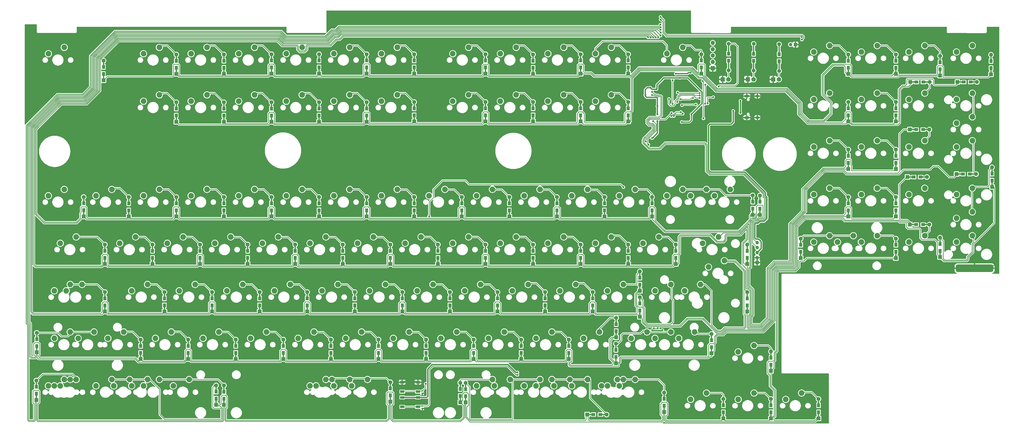
<source format=gtl>
G04 #@! TF.GenerationSoftware,KiCad,Pcbnew,9.0.0*
G04 #@! TF.CreationDate,2025-04-22T01:26:23+02:00*
G04 #@! TF.ProjectId,takt11800,74616b74-3131-4383-9030-2e6b69636164,1.0.0*
G04 #@! TF.SameCoordinates,Original*
G04 #@! TF.FileFunction,Copper,L1,Top*
G04 #@! TF.FilePolarity,Positive*
%FSLAX46Y46*%
G04 Gerber Fmt 4.6, Leading zero omitted, Abs format (unit mm)*
G04 Created by KiCad (PCBNEW 9.0.0) date 2025-04-22 01:26:23*
%MOMM*%
%LPD*%
G01*
G04 APERTURE LIST*
G04 Aperture macros list*
%AMRoundRect*
0 Rectangle with rounded corners*
0 $1 Rounding radius*
0 $2 $3 $4 $5 $6 $7 $8 $9 X,Y pos of 4 corners*
0 Add a 4 corners polygon primitive as box body*
4,1,4,$2,$3,$4,$5,$6,$7,$8,$9,$2,$3,0*
0 Add four circle primitives for the rounded corners*
1,1,$1+$1,$2,$3*
1,1,$1+$1,$4,$5*
1,1,$1+$1,$6,$7*
1,1,$1+$1,$8,$9*
0 Add four rect primitives between the rounded corners*
20,1,$1+$1,$2,$3,$4,$5,0*
20,1,$1+$1,$4,$5,$6,$7,0*
20,1,$1+$1,$6,$7,$8,$9,0*
20,1,$1+$1,$8,$9,$2,$3,0*%
G04 Aperture macros list end*
G04 #@! TA.AperFunction,ComponentPad*
%ADD10C,2.250000*%
G04 #@! TD*
G04 #@! TA.AperFunction,SMDPad,CuDef*
%ADD11R,1.200000X1.600000*%
G04 #@! TD*
G04 #@! TA.AperFunction,SMDPad,CuDef*
%ADD12R,0.500000X2.900000*%
G04 #@! TD*
G04 #@! TA.AperFunction,ComponentPad*
%ADD13R,1.600000X1.600000*%
G04 #@! TD*
G04 #@! TA.AperFunction,ComponentPad*
%ADD14C,1.600000*%
G04 #@! TD*
G04 #@! TA.AperFunction,SMDPad,CuDef*
%ADD15R,1.600000X1.200000*%
G04 #@! TD*
G04 #@! TA.AperFunction,SMDPad,CuDef*
%ADD16R,2.900000X0.500000*%
G04 #@! TD*
G04 #@! TA.AperFunction,ComponentPad*
%ADD17R,1.800000X1.800000*%
G04 #@! TD*
G04 #@! TA.AperFunction,ComponentPad*
%ADD18C,1.800000*%
G04 #@! TD*
G04 #@! TA.AperFunction,SMDPad,CuDef*
%ADD19R,0.520000X3.890000*%
G04 #@! TD*
G04 #@! TA.AperFunction,ComponentPad*
%ADD20C,1.524000*%
G04 #@! TD*
G04 #@! TA.AperFunction,SMDPad,CuDef*
%ADD21R,0.530000X3.950000*%
G04 #@! TD*
G04 #@! TA.AperFunction,SMDPad,CuDef*
%ADD22R,1.700000X1.000000*%
G04 #@! TD*
G04 #@! TA.AperFunction,ComponentPad*
%ADD23R,1.700000X1.700000*%
G04 #@! TD*
G04 #@! TA.AperFunction,ComponentPad*
%ADD24O,1.700000X1.700000*%
G04 #@! TD*
G04 #@! TA.AperFunction,SMDPad,CuDef*
%ADD25RoundRect,0.135000X-0.185000X0.135000X-0.185000X-0.135000X0.185000X-0.135000X0.185000X0.135000X0*%
G04 #@! TD*
G04 #@! TA.AperFunction,SMDPad,CuDef*
%ADD26RoundRect,0.140000X-0.170000X0.140000X-0.170000X-0.140000X0.170000X-0.140000X0.170000X0.140000X0*%
G04 #@! TD*
G04 #@! TA.AperFunction,SMDPad,CuDef*
%ADD27RoundRect,0.750000X6.750000X0.750000X-6.750000X0.750000X-6.750000X-0.750000X6.750000X-0.750000X0*%
G04 #@! TD*
G04 #@! TA.AperFunction,ComponentPad*
%ADD28O,1.600000X1.000000*%
G04 #@! TD*
G04 #@! TA.AperFunction,ComponentPad*
%ADD29O,2.100000X1.000000*%
G04 #@! TD*
G04 #@! TA.AperFunction,ComponentPad*
%ADD30R,1.350000X1.350000*%
G04 #@! TD*
G04 #@! TA.AperFunction,ComponentPad*
%ADD31O,1.350000X1.350000*%
G04 #@! TD*
G04 #@! TA.AperFunction,ViaPad*
%ADD32C,0.800000*%
G04 #@! TD*
G04 #@! TA.AperFunction,Conductor*
%ADD33C,0.250000*%
G04 #@! TD*
G04 #@! TA.AperFunction,Conductor*
%ADD34C,0.245000*%
G04 #@! TD*
G04 #@! TA.AperFunction,Conductor*
%ADD35C,0.200000*%
G04 #@! TD*
G04 #@! TA.AperFunction,Conductor*
%ADD36C,0.500000*%
G04 #@! TD*
G04 #@! TA.AperFunction,Conductor*
%ADD37C,0.400000*%
G04 #@! TD*
G04 APERTURE END LIST*
D10*
X24985500Y-77211250D03*
X31335500Y-74671250D03*
D11*
X47050000Y-85320000D03*
D12*
X47050000Y-86420000D03*
D13*
X47050000Y-87820000D03*
D14*
X47050000Y-80020000D03*
D12*
X47050000Y-81420000D03*
D11*
X47050000Y-82520000D03*
X76197500Y-82832500D03*
D12*
X76197500Y-83932500D03*
D13*
X76197500Y-85332500D03*
D14*
X76197500Y-77532500D03*
D12*
X76197500Y-78932500D03*
D11*
X76197500Y-80032500D03*
X95247500Y-82832500D03*
D12*
X95247500Y-83932500D03*
D13*
X95247500Y-85332500D03*
D14*
X95247500Y-77532500D03*
D12*
X95247500Y-78932500D03*
D11*
X95247500Y-80032500D03*
X114297500Y-82713750D03*
D12*
X114297500Y-83813750D03*
D13*
X114297500Y-85213750D03*
D14*
X114297500Y-77413750D03*
D12*
X114297500Y-78813750D03*
D11*
X114297500Y-79913750D03*
X133347500Y-82713750D03*
D12*
X133347500Y-83813750D03*
D13*
X133347500Y-85213750D03*
D14*
X133347500Y-77413750D03*
D12*
X133347500Y-78813750D03*
D11*
X133347500Y-79913750D03*
X152397500Y-82713750D03*
D12*
X152397500Y-83813750D03*
D13*
X152397500Y-85213750D03*
D14*
X152397500Y-77413750D03*
D12*
X152397500Y-78813750D03*
D11*
X152397500Y-79913750D03*
X171447500Y-82713750D03*
D12*
X171447500Y-83813750D03*
D13*
X171447500Y-85213750D03*
D14*
X171447500Y-77413750D03*
D12*
X171447500Y-78813750D03*
D11*
X171447500Y-79913750D03*
X76197500Y-102001250D03*
D12*
X76197500Y-103101250D03*
D13*
X76197500Y-104501250D03*
D14*
X76197500Y-96701250D03*
D12*
X76197500Y-98101250D03*
D11*
X76197500Y-99201250D03*
X95247500Y-102001250D03*
D12*
X95247500Y-103101250D03*
D13*
X95247500Y-104501250D03*
D14*
X95247500Y-96701250D03*
D12*
X95247500Y-98101250D03*
D11*
X95247500Y-99201250D03*
X114297500Y-102001250D03*
D12*
X114297500Y-103101250D03*
D13*
X114297500Y-104501250D03*
D14*
X114297500Y-96701250D03*
D12*
X114297500Y-98101250D03*
D11*
X114297500Y-99201250D03*
X133347500Y-102001250D03*
D12*
X133347500Y-103101250D03*
D13*
X133347500Y-104501250D03*
D14*
X133347500Y-96701250D03*
D12*
X133347500Y-98101250D03*
D11*
X133347500Y-99201250D03*
X152397500Y-102001250D03*
D12*
X152397500Y-103101250D03*
D13*
X152397500Y-104501250D03*
D14*
X152397500Y-96701250D03*
D12*
X152397500Y-98101250D03*
D11*
X152397500Y-99201250D03*
X171447500Y-101882500D03*
D12*
X171447500Y-102982500D03*
D13*
X171447500Y-104382500D03*
D14*
X171447500Y-96582500D03*
D12*
X171447500Y-97982500D03*
D11*
X171447500Y-99082500D03*
X57147500Y-139982500D03*
D12*
X57147500Y-141082500D03*
D13*
X57147500Y-142482500D03*
D14*
X57147500Y-134682500D03*
D12*
X57147500Y-136082500D03*
D11*
X57147500Y-137182500D03*
X114297500Y-139982500D03*
D12*
X114297500Y-141082500D03*
D13*
X114297500Y-142482500D03*
D14*
X114297500Y-134682500D03*
D12*
X114297500Y-136082500D03*
D11*
X114297500Y-137182500D03*
X133347500Y-139982500D03*
D12*
X133347500Y-141082500D03*
D13*
X133347500Y-142482500D03*
D14*
X133347500Y-134682500D03*
D12*
X133347500Y-136082500D03*
D11*
X133347500Y-137182500D03*
X152397500Y-139982500D03*
D12*
X152397500Y-141082500D03*
D13*
X152397500Y-142482500D03*
D14*
X152397500Y-134682500D03*
D12*
X152397500Y-136082500D03*
D11*
X152397500Y-137182500D03*
X171447500Y-139982500D03*
D12*
X171447500Y-141082500D03*
D13*
X171447500Y-142482500D03*
D14*
X171447500Y-134682500D03*
D12*
X171447500Y-136082500D03*
D11*
X171447500Y-137182500D03*
X190497500Y-139982500D03*
D12*
X190497500Y-141082500D03*
D13*
X190497500Y-142482500D03*
D14*
X190497500Y-134682500D03*
D12*
X190497500Y-136082500D03*
D11*
X190497500Y-137182500D03*
X209547500Y-139982500D03*
D12*
X209547500Y-141082500D03*
D13*
X209547500Y-142482500D03*
D14*
X209547500Y-134682500D03*
D12*
X209547500Y-136082500D03*
D11*
X209547500Y-137182500D03*
X228597500Y-139982500D03*
D12*
X228597500Y-141082500D03*
D13*
X228597500Y-142482500D03*
D14*
X228597500Y-134682500D03*
D12*
X228597500Y-136082500D03*
D11*
X228597500Y-137182500D03*
X247647500Y-139982500D03*
D12*
X247647500Y-141082500D03*
D13*
X247647500Y-142482500D03*
D14*
X247647500Y-134682500D03*
D12*
X247647500Y-136082500D03*
D11*
X247647500Y-137182500D03*
X47622500Y-159032500D03*
D12*
X47622500Y-160132500D03*
D13*
X47622500Y-161532500D03*
D14*
X47622500Y-153732500D03*
D12*
X47622500Y-155132500D03*
D11*
X47622500Y-156232500D03*
X66672500Y-159032500D03*
D12*
X66672500Y-160132500D03*
D13*
X66672500Y-161532500D03*
D14*
X66672500Y-153732500D03*
D12*
X66672500Y-155132500D03*
D11*
X66672500Y-156232500D03*
X85722500Y-159032500D03*
D12*
X85722500Y-160132500D03*
D13*
X85722500Y-161532500D03*
D14*
X85722500Y-153732500D03*
D12*
X85722500Y-155132500D03*
D11*
X85722500Y-156232500D03*
X104772500Y-159032500D03*
D12*
X104772500Y-160132500D03*
D13*
X104772500Y-161532500D03*
D14*
X104772500Y-153732500D03*
D12*
X104772500Y-155132500D03*
D11*
X104772500Y-156232500D03*
X123822500Y-159032500D03*
D12*
X123822500Y-160132500D03*
D13*
X123822500Y-161532500D03*
D14*
X123822500Y-153732500D03*
D12*
X123822500Y-155132500D03*
D11*
X123822500Y-156232500D03*
X142872500Y-159032500D03*
D12*
X142872500Y-160132500D03*
D13*
X142872500Y-161532500D03*
D14*
X142872500Y-153732500D03*
D12*
X142872500Y-155132500D03*
D11*
X142872500Y-156232500D03*
X161922500Y-159032500D03*
D12*
X161922500Y-160132500D03*
D13*
X161922500Y-161532500D03*
D14*
X161922500Y-153732500D03*
D12*
X161922500Y-155132500D03*
D11*
X161922500Y-156232500D03*
X180972500Y-159032500D03*
D12*
X180972500Y-160132500D03*
D13*
X180972500Y-161532500D03*
D14*
X180972500Y-153732500D03*
D12*
X180972500Y-155132500D03*
D11*
X180972500Y-156232500D03*
X200022500Y-159032500D03*
D12*
X200022500Y-160132500D03*
D13*
X200022500Y-161532500D03*
D14*
X200022500Y-153732500D03*
D12*
X200022500Y-155132500D03*
D11*
X200022500Y-156232500D03*
X219072500Y-159032500D03*
D12*
X219072500Y-160132500D03*
D13*
X219072500Y-161532500D03*
D14*
X219072500Y-153732500D03*
D12*
X219072500Y-155132500D03*
D11*
X219072500Y-156232500D03*
X238122500Y-159032500D03*
D12*
X238122500Y-160132500D03*
D13*
X238122500Y-161532500D03*
D14*
X238122500Y-153732500D03*
D12*
X238122500Y-155132500D03*
D11*
X238122500Y-156232500D03*
X257172500Y-159032500D03*
D12*
X257172500Y-160132500D03*
D13*
X257172500Y-161532500D03*
D14*
X257172500Y-153732500D03*
D12*
X257172500Y-155132500D03*
D11*
X257172500Y-156232500D03*
X276222500Y-159032500D03*
D12*
X276222500Y-160132500D03*
D13*
X276222500Y-161532500D03*
D14*
X276222500Y-153732500D03*
D12*
X276222500Y-155132500D03*
D11*
X276222500Y-156232500D03*
X304797500Y-159032500D03*
D12*
X304797500Y-160132500D03*
D13*
X304797500Y-161532500D03*
D14*
X304797500Y-153732500D03*
D12*
X304797500Y-155132500D03*
D11*
X304797500Y-156232500D03*
X47622500Y-178082500D03*
D12*
X47622500Y-179182500D03*
D13*
X47622500Y-180582500D03*
D14*
X47622500Y-172782500D03*
D12*
X47622500Y-174182500D03*
D11*
X47622500Y-175282500D03*
X71435000Y-178082500D03*
D12*
X71435000Y-179182500D03*
D13*
X71435000Y-180582500D03*
D14*
X71435000Y-172782500D03*
D12*
X71435000Y-174182500D03*
D11*
X71435000Y-175282500D03*
X90485000Y-178082500D03*
D12*
X90485000Y-179182500D03*
D13*
X90485000Y-180582500D03*
D14*
X90485000Y-172782500D03*
D12*
X90485000Y-174182500D03*
D11*
X90485000Y-175282500D03*
X109535000Y-178082500D03*
D12*
X109535000Y-179182500D03*
D13*
X109535000Y-180582500D03*
D14*
X109535000Y-172782500D03*
D12*
X109535000Y-174182500D03*
D11*
X109535000Y-175282500D03*
X128585000Y-178082500D03*
D12*
X128585000Y-179182500D03*
D13*
X128585000Y-180582500D03*
D14*
X128585000Y-172782500D03*
D12*
X128585000Y-174182500D03*
D11*
X128585000Y-175282500D03*
X147635000Y-178082500D03*
D12*
X147635000Y-179182500D03*
D13*
X147635000Y-180582500D03*
D14*
X147635000Y-172782500D03*
D12*
X147635000Y-174182500D03*
D11*
X147635000Y-175282500D03*
X166685000Y-178082500D03*
D12*
X166685000Y-179182500D03*
D13*
X166685000Y-180582500D03*
D14*
X166685000Y-172782500D03*
D12*
X166685000Y-174182500D03*
D11*
X166685000Y-175282500D03*
X185735000Y-178082500D03*
D12*
X185735000Y-179182500D03*
D13*
X185735000Y-180582500D03*
D14*
X185735000Y-172782500D03*
D12*
X185735000Y-174182500D03*
D11*
X185735000Y-175282500D03*
X204785000Y-178082500D03*
D12*
X204785000Y-179182500D03*
D13*
X204785000Y-180582500D03*
D14*
X204785000Y-172782500D03*
D12*
X204785000Y-174182500D03*
D11*
X204785000Y-175282500D03*
X223835000Y-178082500D03*
D12*
X223835000Y-179182500D03*
D13*
X223835000Y-180582500D03*
D14*
X223835000Y-172782500D03*
D12*
X223835000Y-174182500D03*
D11*
X223835000Y-175282500D03*
X242885000Y-178082500D03*
D12*
X242885000Y-179182500D03*
D13*
X242885000Y-180582500D03*
D14*
X242885000Y-172782500D03*
D12*
X242885000Y-174182500D03*
D11*
X242885000Y-175282500D03*
X261833400Y-180155600D03*
D12*
X261833400Y-181255600D03*
D13*
X261833400Y-182655600D03*
D14*
X261833400Y-174855600D03*
D12*
X261833400Y-176255600D03*
D11*
X261833400Y-177355600D03*
X290510000Y-194870000D03*
D12*
X290510000Y-195970000D03*
D13*
X290510000Y-197370000D03*
D14*
X290510000Y-189570000D03*
D12*
X290510000Y-190970000D03*
D11*
X290510000Y-192070000D03*
X20300000Y-194440000D03*
D12*
X20300000Y-195540000D03*
D13*
X20300000Y-196940000D03*
D14*
X20300000Y-189140000D03*
D12*
X20300000Y-190540000D03*
D11*
X20300000Y-191640000D03*
X61910000Y-197132500D03*
D12*
X61910000Y-198232500D03*
D13*
X61910000Y-199632500D03*
D14*
X61910000Y-191832500D03*
D12*
X61910000Y-193232500D03*
D11*
X61910000Y-194332500D03*
X80960000Y-197132500D03*
D12*
X80960000Y-198232500D03*
D13*
X80960000Y-199632500D03*
D14*
X80960000Y-191832500D03*
D12*
X80960000Y-193232500D03*
D11*
X80960000Y-194332500D03*
X100010000Y-197132500D03*
D12*
X100010000Y-198232500D03*
D13*
X100010000Y-199632500D03*
D14*
X100010000Y-191832500D03*
D12*
X100010000Y-193232500D03*
D11*
X100010000Y-194332500D03*
X119060000Y-197132500D03*
D12*
X119060000Y-198232500D03*
D13*
X119060000Y-199632500D03*
D14*
X119060000Y-191832500D03*
D12*
X119060000Y-193232500D03*
D11*
X119060000Y-194332500D03*
X138110000Y-197132500D03*
D12*
X138110000Y-198232500D03*
D13*
X138110000Y-199632500D03*
D14*
X138110000Y-191832500D03*
D12*
X138110000Y-193232500D03*
D11*
X138110000Y-194332500D03*
X157160000Y-197132500D03*
D12*
X157160000Y-198232500D03*
D13*
X157160000Y-199632500D03*
D14*
X157160000Y-191832500D03*
D12*
X157160000Y-193232500D03*
D11*
X157160000Y-194332500D03*
X176210000Y-197132500D03*
D12*
X176210000Y-198232500D03*
D13*
X176210000Y-199632500D03*
D14*
X176210000Y-191832500D03*
D12*
X176210000Y-193232500D03*
D11*
X176210000Y-194332500D03*
X195260000Y-197132500D03*
D12*
X195260000Y-198232500D03*
D13*
X195260000Y-199632500D03*
D14*
X195260000Y-191832500D03*
D12*
X195260000Y-193232500D03*
D11*
X195260000Y-194332500D03*
X233360000Y-197132500D03*
D12*
X233360000Y-198232500D03*
D13*
X233360000Y-199632500D03*
D14*
X233360000Y-191832500D03*
D12*
X233360000Y-193232500D03*
D11*
X233360000Y-194332500D03*
X252333800Y-188421400D03*
D12*
X252333800Y-189521400D03*
D13*
X252333800Y-190921400D03*
D14*
X252333800Y-183121400D03*
D12*
X252333800Y-184521400D03*
D11*
X252333800Y-185621400D03*
D10*
X63080900Y-77211250D03*
X69430900Y-74671250D03*
X82130900Y-77211250D03*
X88480900Y-74671250D03*
X101180900Y-77211250D03*
X107530900Y-74671250D03*
X120230900Y-77211250D03*
X126580900Y-74671250D03*
X139280900Y-77211250D03*
X145630900Y-74671250D03*
X158330900Y-77211250D03*
X164680900Y-74671250D03*
X63080900Y-96261250D03*
X69430900Y-93721250D03*
X82130900Y-96261250D03*
X88480900Y-93721250D03*
X101180900Y-96261250D03*
X107530900Y-93721250D03*
X120230900Y-96261250D03*
X126580900Y-93721250D03*
X139280900Y-96261250D03*
X145630900Y-93721250D03*
X158330900Y-96261250D03*
X164680900Y-93721250D03*
X186903500Y-96261250D03*
X193253500Y-93721250D03*
X205953500Y-96261250D03*
X212303500Y-93721250D03*
X225003500Y-96261250D03*
X231353500Y-93721250D03*
X244053500Y-96261250D03*
X250403500Y-93721250D03*
X27364250Y-191311250D03*
X33714250Y-188771250D03*
X36889250Y-191311250D03*
X43239250Y-188771250D03*
X48795500Y-191311250D03*
X55145500Y-188771250D03*
X67845500Y-191311250D03*
X74195500Y-188771250D03*
X86895500Y-191311250D03*
X93245500Y-188771250D03*
X105945500Y-191311250D03*
X112295500Y-188771250D03*
X124995500Y-191311250D03*
X131345500Y-188771250D03*
X144045500Y-191311250D03*
X150395500Y-188771250D03*
X163095500Y-191311250D03*
X169445500Y-188771250D03*
X182145500Y-191311250D03*
X188495500Y-188771250D03*
X201195500Y-191311250D03*
X207545500Y-188771250D03*
X220245500Y-191311250D03*
X226595500Y-188771250D03*
X239295500Y-191311250D03*
X245645500Y-188771250D03*
X24983000Y-134161250D03*
X31333000Y-131621250D03*
X44033000Y-134161250D03*
X50383000Y-131621250D03*
X63083000Y-134161250D03*
X69433000Y-131621250D03*
X82133000Y-134161250D03*
X88483000Y-131621250D03*
X101183000Y-134161250D03*
X107533000Y-131621250D03*
X120233000Y-134161250D03*
X126583000Y-131621250D03*
X139283000Y-134161250D03*
X145633000Y-131621250D03*
X158333000Y-134161250D03*
X164683000Y-131621250D03*
X177383000Y-134161250D03*
X183733000Y-131621250D03*
X196433000Y-134161250D03*
X202783000Y-131621250D03*
X215483000Y-134161250D03*
X221833000Y-131621250D03*
X234533000Y-134161250D03*
X240883000Y-131621250D03*
X253583000Y-134161250D03*
X259933000Y-131621250D03*
X277395500Y-191311250D03*
X283745500Y-188771250D03*
D11*
X266697500Y-139982500D03*
D12*
X266697500Y-141082500D03*
D13*
X266697500Y-142482500D03*
D14*
X266697500Y-134682500D03*
D12*
X266697500Y-136082500D03*
D11*
X266697500Y-137182500D03*
D10*
X258345500Y-191311250D03*
X264695500Y-188771250D03*
D11*
X309880000Y-139350000D03*
D12*
X309880000Y-140450000D03*
D13*
X309880000Y-141850000D03*
D14*
X309880000Y-134050000D03*
D12*
X309880000Y-135450000D03*
D11*
X309880000Y-136550000D03*
D10*
X301202000Y-196740000D03*
X307552000Y-194200000D03*
D11*
X252232200Y-198781600D03*
D12*
X252232200Y-199881600D03*
D13*
X252232200Y-201281600D03*
D14*
X252232200Y-193481600D03*
D12*
X252232200Y-194881600D03*
D11*
X252232200Y-195981600D03*
D10*
X272634500Y-77211250D03*
X278984500Y-74671250D03*
X267870500Y-191311250D03*
X274220500Y-188771250D03*
X272633000Y-134161250D03*
X278983000Y-131621250D03*
X291683000Y-134161250D03*
X298033000Y-131621250D03*
X282158000Y-134161250D03*
X288508000Y-131621250D03*
X331443750Y-95561250D03*
X337793750Y-93021250D03*
X350493750Y-95561250D03*
X356843750Y-93021250D03*
X369543750Y-95561250D03*
X375893750Y-93021250D03*
D11*
X39090000Y-139970000D03*
D12*
X39090000Y-141070000D03*
D13*
X39090000Y-142470000D03*
D14*
X39090000Y-134670000D03*
D12*
X39090000Y-136070000D03*
D11*
X39090000Y-137170000D03*
D10*
X388593750Y-105086250D03*
X394943750Y-102546250D03*
X331443750Y-114611250D03*
X337793750Y-112071250D03*
X350493750Y-114611250D03*
X356843750Y-112071250D03*
X369543750Y-114611250D03*
X375893750Y-112071250D03*
X331443750Y-133661250D03*
X337793750Y-131121250D03*
X350493750Y-133661250D03*
X356843750Y-131121250D03*
X369543750Y-133661250D03*
X375893750Y-131121250D03*
X388593750Y-133661250D03*
X394943750Y-131121250D03*
X388593750Y-143186250D03*
X394943750Y-140646250D03*
X340968750Y-152711250D03*
X347318750Y-150171250D03*
X331443750Y-152711250D03*
X337793750Y-150171250D03*
D11*
X345278750Y-82832500D03*
D12*
X345278750Y-83932500D03*
D13*
X345278750Y-85332500D03*
D14*
X345278750Y-77532500D03*
D12*
X345278750Y-78932500D03*
D11*
X345278750Y-80032500D03*
X364328750Y-82832500D03*
D12*
X364328750Y-83932500D03*
D13*
X364328750Y-85332500D03*
D14*
X364328750Y-77532500D03*
D12*
X364328750Y-78932500D03*
D11*
X364328750Y-80032500D03*
X382040000Y-83460000D03*
D12*
X382040000Y-84560000D03*
D13*
X382040000Y-85960000D03*
D14*
X382040000Y-78160000D03*
D12*
X382040000Y-79560000D03*
D11*
X382040000Y-80660000D03*
X402428750Y-82951250D03*
D12*
X402428750Y-84051250D03*
D13*
X402428750Y-85451250D03*
D14*
X402428750Y-77651250D03*
D12*
X402428750Y-79051250D03*
D11*
X402428750Y-80151250D03*
D15*
X391503750Y-88576250D03*
D16*
X390403750Y-88576250D03*
D13*
X389003750Y-88576250D03*
D14*
X396803750Y-88576250D03*
D16*
X395403750Y-88576250D03*
D15*
X394303750Y-88576250D03*
X391156400Y-125488800D03*
D16*
X390056400Y-125488800D03*
D13*
X388656400Y-125488800D03*
D14*
X396456400Y-125488800D03*
D16*
X395056400Y-125488800D03*
D15*
X393956400Y-125488800D03*
D11*
X345278750Y-120932500D03*
D12*
X345278750Y-122032500D03*
D13*
X345278750Y-123432500D03*
D14*
X345278750Y-115632500D03*
D12*
X345278750Y-117032500D03*
D11*
X345278750Y-118132500D03*
X364328750Y-120932500D03*
D12*
X364328750Y-122032500D03*
D13*
X364328750Y-123432500D03*
D14*
X364328750Y-115632500D03*
D12*
X364328750Y-117032500D03*
D11*
X364328750Y-118132500D03*
X402828800Y-128082600D03*
D12*
X402828800Y-129182600D03*
D13*
X402828800Y-130582600D03*
D14*
X402828800Y-122782600D03*
D12*
X402828800Y-124182600D03*
D11*
X402828800Y-125282600D03*
X345278750Y-139982500D03*
D12*
X345278750Y-141082500D03*
D13*
X345278750Y-142482500D03*
D14*
X345278750Y-134682500D03*
D12*
X345278750Y-136082500D03*
D11*
X345278750Y-137182500D03*
X364328750Y-139982500D03*
D12*
X364328750Y-141082500D03*
D13*
X364328750Y-142482500D03*
D14*
X364328750Y-134682500D03*
D12*
X364328750Y-136082500D03*
D11*
X364328750Y-137182500D03*
D15*
X371472500Y-126676250D03*
D16*
X370372500Y-126676250D03*
D13*
X368972500Y-126676250D03*
D14*
X376772500Y-126676250D03*
D16*
X375372500Y-126676250D03*
D15*
X374272500Y-126676250D03*
D11*
X326228750Y-156651250D03*
D12*
X326228750Y-157751250D03*
D13*
X326228750Y-159151250D03*
D14*
X326228750Y-151351250D03*
D12*
X326228750Y-152751250D03*
D11*
X326228750Y-153851250D03*
D15*
X372453750Y-145726250D03*
D16*
X371353750Y-145726250D03*
D13*
X369953750Y-145726250D03*
D14*
X377753750Y-145726250D03*
D16*
X376353750Y-145726250D03*
D15*
X375253750Y-145726250D03*
D11*
X364328750Y-156651250D03*
D12*
X364328750Y-157751250D03*
D13*
X364328750Y-159151250D03*
D14*
X364328750Y-151351250D03*
D12*
X364328750Y-152751250D03*
D11*
X364328750Y-153851250D03*
X345278750Y-101882500D03*
D12*
X345278750Y-102982500D03*
D13*
X345278750Y-104382500D03*
D14*
X345278750Y-96582500D03*
D12*
X345278750Y-97982500D03*
D11*
X345278750Y-99082500D03*
X364328750Y-101882500D03*
D12*
X364328750Y-102982500D03*
D13*
X364328750Y-104382500D03*
D14*
X364328750Y-96582500D03*
D12*
X364328750Y-97982500D03*
D11*
X364328750Y-99082500D03*
D15*
X372572500Y-88576250D03*
D16*
X371472500Y-88576250D03*
D13*
X370072500Y-88576250D03*
D14*
X377872500Y-88576250D03*
D16*
X376472500Y-88576250D03*
D15*
X375372500Y-88576250D03*
D10*
X331443750Y-76511250D03*
X337793750Y-73971250D03*
X350493750Y-76511250D03*
X356843750Y-73971250D03*
X369543750Y-76511250D03*
X375893750Y-73971250D03*
X388593750Y-76511250D03*
X394943750Y-73971250D03*
D11*
X76197500Y-139982500D03*
D12*
X76197500Y-141082500D03*
D13*
X76197500Y-142482500D03*
D14*
X76197500Y-134682500D03*
D12*
X76197500Y-136082500D03*
D11*
X76197500Y-137182500D03*
X95247500Y-139982500D03*
D12*
X95247500Y-141082500D03*
D13*
X95247500Y-142482500D03*
D14*
X95247500Y-134682500D03*
D12*
X95247500Y-136082500D03*
D11*
X95247500Y-137182500D03*
D10*
X29745500Y-153211250D03*
X36095500Y-150671250D03*
X53558000Y-153211250D03*
X59908000Y-150671250D03*
X72608000Y-153211250D03*
X78958000Y-150671250D03*
X91658000Y-153211250D03*
X98008000Y-150671250D03*
X110708000Y-153211250D03*
X117058000Y-150671250D03*
X129758000Y-153211250D03*
X136108000Y-150671250D03*
X148808000Y-153211250D03*
X155158000Y-150671250D03*
X167858000Y-153211250D03*
X174208000Y-150671250D03*
X186908000Y-153211250D03*
X193258000Y-150671250D03*
X205958000Y-153211250D03*
X212308000Y-150671250D03*
X225008000Y-153211250D03*
X231358000Y-150671250D03*
X244058000Y-153211250D03*
X250408000Y-150671250D03*
X263108000Y-153211250D03*
X269458000Y-150671250D03*
X286920500Y-153211250D03*
X293270500Y-150671250D03*
D11*
X307000000Y-139340000D03*
D12*
X307000000Y-140440000D03*
D13*
X307000000Y-141840000D03*
D14*
X307000000Y-134040000D03*
D12*
X307000000Y-135440000D03*
D11*
X307000000Y-136540000D03*
D10*
X32126750Y-172261250D03*
X38476750Y-169721250D03*
X58320500Y-172261250D03*
X64670500Y-169721250D03*
X77370500Y-172261250D03*
X83720500Y-169721250D03*
X96420500Y-172261250D03*
X102770500Y-169721250D03*
X115470500Y-172261250D03*
X121820500Y-169721250D03*
X134520500Y-172261250D03*
X140870500Y-169721250D03*
X153570500Y-172261250D03*
X159920500Y-169721250D03*
X172620500Y-172261250D03*
X178970500Y-169721250D03*
X191670500Y-172261250D03*
X198020500Y-169721250D03*
X210720500Y-172261250D03*
X217070500Y-169721250D03*
X229770500Y-172261250D03*
X236120500Y-169721250D03*
X248820500Y-172261250D03*
X255170500Y-169721250D03*
X267870500Y-172261250D03*
X274220500Y-169721250D03*
X279776750Y-172261250D03*
X286126750Y-169721250D03*
X350493750Y-152711250D03*
X356843750Y-150171250D03*
X388593750Y-114611250D03*
X394943750Y-112071250D03*
X27364250Y-172261250D03*
X33714250Y-169721250D03*
D11*
X261833400Y-169789400D03*
D12*
X261833400Y-170889400D03*
D13*
X261833400Y-172289400D03*
D14*
X261833400Y-164489400D03*
D12*
X261833400Y-165889400D03*
D11*
X261833400Y-166989400D03*
X314322500Y-201895000D03*
D12*
X314322500Y-202995000D03*
D13*
X314322500Y-204395000D03*
D14*
X314322500Y-196595000D03*
D12*
X314322500Y-197995000D03*
D11*
X314322500Y-199095000D03*
X333372500Y-220945000D03*
D12*
X333372500Y-222045000D03*
D13*
X333372500Y-223445000D03*
D14*
X333372500Y-215645000D03*
D12*
X333372500Y-217045000D03*
D11*
X333372500Y-218145000D03*
X314322500Y-220945000D03*
D12*
X314322500Y-222045000D03*
D13*
X314322500Y-223445000D03*
D14*
X314322500Y-215645000D03*
D12*
X314322500Y-217045000D03*
D11*
X314322500Y-218145000D03*
X295272500Y-220945000D03*
D12*
X295272500Y-222045000D03*
D13*
X295272500Y-223445000D03*
D14*
X295272500Y-215645000D03*
D12*
X295272500Y-217045000D03*
D11*
X295272500Y-218145000D03*
X382040000Y-156270000D03*
D12*
X382040000Y-157370000D03*
D13*
X382040000Y-158770000D03*
D14*
X382040000Y-150970000D03*
D12*
X382040000Y-152370000D03*
D11*
X382040000Y-153470000D03*
X192010000Y-214510000D03*
D12*
X192010000Y-215610000D03*
D13*
X192010000Y-217010000D03*
D14*
X192010000Y-209210000D03*
D12*
X192010000Y-210610000D03*
D11*
X192010000Y-211710000D03*
X161925000Y-214193750D03*
D12*
X161925000Y-215293750D03*
D13*
X161925000Y-216693750D03*
D14*
X161925000Y-208893750D03*
D12*
X161925000Y-210293750D03*
D11*
X161925000Y-211393750D03*
X20130000Y-213520000D03*
D12*
X20130000Y-214620000D03*
D13*
X20130000Y-216020000D03*
D14*
X20130000Y-208220000D03*
D12*
X20130000Y-209620000D03*
D11*
X20130000Y-210720000D03*
X271510000Y-218350000D03*
D12*
X271510000Y-219450000D03*
D13*
X271510000Y-220850000D03*
D14*
X271510000Y-213050000D03*
D12*
X271510000Y-214450000D03*
D11*
X271510000Y-215550000D03*
D10*
X388593750Y-152711250D03*
X394943750Y-150171250D03*
X186903500Y-77211250D03*
X193253500Y-74671250D03*
X205953500Y-77211250D03*
X212303500Y-74671250D03*
X225003500Y-77211250D03*
X231353500Y-74671250D03*
X244053500Y-77211250D03*
X250403500Y-74671250D03*
D11*
X200022500Y-82713750D03*
D12*
X200022500Y-83813750D03*
D13*
X200022500Y-85213750D03*
D14*
X200022500Y-77413750D03*
D12*
X200022500Y-78813750D03*
D11*
X200022500Y-79913750D03*
X219072500Y-82832500D03*
D12*
X219072500Y-83932500D03*
D13*
X219072500Y-85332500D03*
D14*
X219072500Y-77532500D03*
D12*
X219072500Y-78932500D03*
D11*
X219072500Y-80032500D03*
X238122500Y-82713750D03*
D12*
X238122500Y-83813750D03*
D13*
X238122500Y-85213750D03*
D14*
X238122500Y-77413750D03*
D12*
X238122500Y-78813750D03*
D11*
X238122500Y-79913750D03*
X257172500Y-82713750D03*
D12*
X257172500Y-83813750D03*
D13*
X257172500Y-85213750D03*
D14*
X257172500Y-77413750D03*
D12*
X257172500Y-78813750D03*
D11*
X257172500Y-79913750D03*
X286447500Y-82713750D03*
D12*
X286447500Y-83813750D03*
D13*
X286447500Y-85213750D03*
D14*
X286447500Y-77413750D03*
D12*
X286447500Y-78813750D03*
D11*
X286447500Y-79913750D03*
X200022500Y-101882500D03*
D12*
X200022500Y-102982500D03*
D13*
X200022500Y-104382500D03*
D14*
X200022500Y-96582500D03*
D12*
X200022500Y-97982500D03*
D11*
X200022500Y-99082500D03*
X219072500Y-101882500D03*
D12*
X219072500Y-102982500D03*
D13*
X219072500Y-104382500D03*
D14*
X219072500Y-96582500D03*
D12*
X219072500Y-97982500D03*
D11*
X219072500Y-99082500D03*
X238122500Y-101882500D03*
D12*
X238122500Y-102982500D03*
D13*
X238122500Y-104382500D03*
D14*
X238122500Y-96582500D03*
D12*
X238122500Y-97982500D03*
D11*
X238122500Y-99082500D03*
X257172500Y-101882500D03*
D12*
X257172500Y-102982500D03*
D13*
X257172500Y-104382500D03*
D14*
X257172500Y-96582500D03*
D12*
X257172500Y-97982500D03*
D11*
X257172500Y-99082500D03*
D10*
X289301750Y-162736250D03*
X295651750Y-160196250D03*
D11*
X304797500Y-178082500D03*
D12*
X304797500Y-179182500D03*
D13*
X304797500Y-180582500D03*
D14*
X304797500Y-172782500D03*
D12*
X304797500Y-174182500D03*
D11*
X304797500Y-175282500D03*
D15*
X372453750Y-107626250D03*
D16*
X371353750Y-107626250D03*
D13*
X369953750Y-107626250D03*
D14*
X377753750Y-107626250D03*
D16*
X376353750Y-107626250D03*
D15*
X375253750Y-107626250D03*
X243180000Y-221870000D03*
D16*
X242080000Y-221870000D03*
D13*
X240680000Y-221870000D03*
D14*
X248480000Y-221870000D03*
D16*
X247080000Y-221870000D03*
D15*
X245980000Y-221870000D03*
D17*
X294980000Y-87530000D03*
D18*
X297270000Y-87530000D03*
D17*
X305070000Y-87490000D03*
D18*
X307360000Y-87490000D03*
D17*
X315230000Y-87490000D03*
D18*
X317520000Y-87490000D03*
D10*
X301202000Y-215790000D03*
X307552000Y-213250000D03*
X29745790Y-210361250D03*
X36095790Y-207821250D03*
X132139550Y-210361260D03*
X138489550Y-207821260D03*
X388593750Y-95561250D03*
X394943750Y-93021250D03*
X27364500Y-210361250D03*
X33714500Y-207821250D03*
D11*
X95290000Y-215510000D03*
D12*
X95290000Y-216610000D03*
D13*
X95290000Y-218010000D03*
D14*
X95290000Y-210210000D03*
D12*
X95290000Y-211610000D03*
D11*
X95290000Y-212710000D03*
D10*
X146427000Y-210361370D03*
X152777000Y-207821370D03*
X24983300Y-210361250D03*
X31333300Y-207821250D03*
D11*
X214310000Y-197132500D03*
D12*
X214310000Y-198232500D03*
D13*
X214310000Y-199632500D03*
D14*
X214310000Y-191832500D03*
D12*
X214310000Y-193232500D03*
D11*
X214310000Y-194332500D03*
D10*
X203577040Y-210361370D03*
X209927040Y-207821370D03*
X139283300Y-210361294D03*
X145633300Y-207821294D03*
X227389530Y-210361329D03*
X233739530Y-207821329D03*
X44033300Y-210361250D03*
X50383300Y-207821250D03*
X58320780Y-210361250D03*
X64670780Y-207821250D03*
X74989490Y-210361290D03*
X81339490Y-207821290D03*
X51176980Y-210361250D03*
X57526980Y-207821250D03*
D11*
X92150000Y-215500000D03*
D12*
X92150000Y-216600000D03*
D13*
X92150000Y-218000000D03*
D14*
X92150000Y-210200000D03*
D12*
X92150000Y-211600000D03*
D11*
X92150000Y-212700000D03*
D10*
X63083300Y-210361450D03*
X69433300Y-207821450D03*
X215483250Y-210361330D03*
X221833250Y-207821330D03*
X220245803Y-210361270D03*
X226595803Y-207821270D03*
X234533250Y-210361260D03*
X240883250Y-207821260D03*
X246439450Y-210361330D03*
X252789450Y-207821330D03*
X248820800Y-210361330D03*
X255170800Y-207821330D03*
X253583250Y-210361336D03*
X259933250Y-207821336D03*
X369543750Y-152711250D03*
X375893750Y-150171250D03*
X282152000Y-215789700D03*
X288502000Y-213249700D03*
X320252000Y-215790000D03*
X326602000Y-213250000D03*
X196433400Y-210361275D03*
X202783400Y-207821275D03*
D11*
X317610000Y-80210000D03*
D19*
X317600000Y-81805000D03*
D20*
X317610000Y-84130000D03*
X317620000Y-73410000D03*
D21*
X317595000Y-75785000D03*
D11*
X317610000Y-77410000D03*
D10*
X129757000Y-210362000D03*
X136107000Y-207822000D03*
D11*
X189880000Y-214450000D03*
D12*
X189880000Y-215550000D03*
D13*
X189880000Y-216950000D03*
D14*
X189880000Y-209150000D03*
D12*
X189880000Y-210550000D03*
D11*
X189880000Y-211650000D03*
X307390000Y-80050000D03*
D19*
X307380000Y-81645000D03*
D20*
X307390000Y-83970000D03*
X307400000Y-73250000D03*
D21*
X307375000Y-75625000D03*
D11*
X307390000Y-77250000D03*
X297370000Y-79980000D03*
D19*
X297360000Y-81575000D03*
D20*
X297370000Y-83900000D03*
X297380000Y-73180000D03*
D21*
X297355000Y-75555000D03*
D11*
X297370000Y-77180000D03*
D22*
X166650000Y-214990000D03*
X172950000Y-214990000D03*
X166650000Y-218790000D03*
X172950000Y-218790000D03*
D23*
X291010000Y-83040000D03*
D24*
X291010000Y-80500000D03*
X291010000Y-77960000D03*
X291010000Y-75420000D03*
X291010000Y-72880000D03*
D25*
X174690000Y-219460000D03*
X174690000Y-218440000D03*
D22*
X166650000Y-208900000D03*
X172950000Y-208900000D03*
X166650000Y-212700000D03*
X172950000Y-212700000D03*
D26*
X174640000Y-213360000D03*
X174640000Y-212400000D03*
D27*
X395840000Y-163250000D03*
D28*
X308850000Y-94200000D03*
D29*
X304670000Y-94200000D03*
D28*
X308850000Y-102840000D03*
D29*
X304670000Y-102840000D03*
D30*
X324160000Y-73540000D03*
D31*
X322160000Y-73540000D03*
D30*
X308770000Y-160950000D03*
D31*
X308770000Y-158950000D03*
X308770000Y-156950000D03*
X308770000Y-154950000D03*
X308770000Y-152950000D03*
D32*
X177440000Y-142437501D03*
X267120000Y-104255000D03*
X255239500Y-130710000D03*
X265287240Y-113667240D03*
X176034000Y-209550000D03*
X299220000Y-100170000D03*
X268860000Y-104255000D03*
X278570000Y-104600000D03*
X266000000Y-90860000D03*
X266691199Y-111061199D03*
X282453500Y-101494500D03*
X270840000Y-188046250D03*
X268860000Y-101530000D03*
X263970000Y-93680000D03*
X276192347Y-85267653D03*
X268455000Y-91405000D03*
X212810000Y-204990000D03*
X266705211Y-188046250D03*
X268850000Y-98220000D03*
X277810000Y-86930000D03*
X282118205Y-84821795D03*
X267129951Y-70649899D03*
X266130000Y-70660000D03*
X268170000Y-70640000D03*
X269169794Y-70660404D03*
X270160000Y-68740000D03*
X270120000Y-69930000D03*
X270073590Y-66578285D03*
X274945000Y-87840000D03*
X270110000Y-67640000D03*
X274930000Y-97380000D03*
X270050000Y-65510000D03*
X265124188Y-70631452D03*
X300620000Y-99960000D03*
X251310000Y-144690000D03*
X404565000Y-161094000D03*
X280020000Y-119860000D03*
X178140000Y-80660000D03*
X300840000Y-95220000D03*
X278720000Y-92270000D03*
X135450000Y-98910000D03*
X200050000Y-87140000D03*
X323960000Y-75100000D03*
X275920000Y-94997500D03*
X271550000Y-179560000D03*
X290550000Y-99740000D03*
X266550000Y-179480000D03*
X302990000Y-87400000D03*
X302910000Y-94180000D03*
X60510000Y-88900000D03*
X121710000Y-190600000D03*
X28730000Y-90770000D03*
X162260000Y-118270000D03*
X273720000Y-94070000D03*
X311960000Y-86040000D03*
X283410000Y-104100000D03*
X85780000Y-89670000D03*
X271630000Y-101980000D03*
X294030000Y-85240000D03*
X213390000Y-144900000D03*
X293470000Y-95340000D03*
X300540000Y-101390000D03*
X169780000Y-177650000D03*
X213390000Y-142100000D03*
X280410000Y-88620000D03*
X291610000Y-103780000D03*
X300390000Y-97610000D03*
X278736214Y-96823376D03*
X291620000Y-102410000D03*
X238150000Y-86820000D03*
X266050000Y-98150000D03*
X251310000Y-141810000D03*
X271690000Y-204240000D03*
X277950000Y-89370000D03*
X276610000Y-107330000D03*
X290850000Y-86030000D03*
X276768748Y-96568748D03*
X285770000Y-94997500D03*
X293400000Y-90300000D03*
X285739773Y-92997747D03*
X276945000Y-92760000D03*
X285749954Y-93997698D03*
X273490000Y-95360000D03*
X302080000Y-100940000D03*
X302090000Y-96070000D03*
X264140158Y-112410158D03*
X212788266Y-205989766D03*
X267420000Y-187310000D03*
X274531820Y-101051154D03*
X268995000Y-187295000D03*
X288950000Y-97110000D03*
X291190463Y-94640463D03*
X278694314Y-97822500D03*
X284270000Y-97600000D03*
X283060000Y-94997500D03*
X278130000Y-95470000D03*
X274444997Y-102190000D03*
X278215088Y-100625864D03*
X275445000Y-102190000D03*
X278980003Y-101270000D03*
X266722670Y-93749810D03*
X266727226Y-92552774D03*
X287310000Y-103140000D03*
X286990000Y-88210000D03*
X287964727Y-97281001D03*
X288060000Y-89650000D03*
X326700000Y-71560000D03*
X270100000Y-62440000D03*
X326690000Y-70545000D03*
X270110000Y-63564000D03*
D33*
X271478905Y-63818905D02*
X270100000Y-62440000D01*
X64950000Y-169721250D02*
X68373750Y-169721250D01*
X68373750Y-169721250D02*
X71435000Y-172782500D01*
X260650000Y-169560000D02*
X260488750Y-169721250D01*
X260488750Y-169721250D02*
X255950000Y-169721250D01*
X260650000Y-165672800D02*
X260650000Y-169560000D01*
X261833400Y-164489400D02*
X260650000Y-165672800D01*
X311927500Y-213250000D02*
X307552000Y-213250000D01*
X314322500Y-215645000D02*
X311927500Y-213250000D01*
D34*
X294539700Y-213249700D02*
X288502000Y-213249700D01*
X295272500Y-213982500D02*
X294539700Y-213249700D01*
X295272500Y-215645000D02*
X295272500Y-213982500D01*
D33*
X329720000Y-212930000D02*
X326922000Y-212930000D01*
X330667500Y-212940000D02*
X329730000Y-212940000D01*
X329730000Y-212940000D02*
X329720000Y-212930000D01*
X326922000Y-212930000D02*
X326602000Y-213250000D01*
X333372500Y-215645000D02*
X330667500Y-212940000D01*
D34*
X313230000Y-194200000D02*
X307552000Y-194200000D01*
X314322500Y-195292500D02*
X313230000Y-194200000D01*
X314322500Y-196595000D02*
X314322500Y-195292500D01*
D33*
X154137500Y-188810000D02*
X157160000Y-191832500D01*
X150713750Y-188810000D02*
X154137500Y-188810000D01*
X288508000Y-131621250D02*
X293781250Y-131621250D01*
X278983000Y-131621250D02*
X288508000Y-131621250D01*
X296200000Y-134040000D02*
X307000000Y-134040000D01*
X293781250Y-131621250D02*
X296200000Y-134040000D01*
X115997500Y-188770000D02*
X119060000Y-191832500D01*
X112573750Y-188770000D02*
X115997500Y-188770000D01*
X179160000Y-134880000D02*
X177440000Y-136600000D01*
X254129500Y-129600000D02*
X193520000Y-129600000D01*
X176034000Y-211006000D02*
X174640000Y-212400000D01*
X173250000Y-212400000D02*
X172950000Y-212700000D01*
X182720000Y-128110000D02*
X179160000Y-131670000D01*
X192030000Y-128110000D02*
X182720000Y-128110000D01*
X174640000Y-212400000D02*
X173250000Y-212400000D01*
X176034000Y-209550000D02*
X176034000Y-211006000D01*
X264870000Y-111447810D02*
X268284000Y-108033810D01*
X268284000Y-105419000D02*
X267120000Y-104255000D01*
X264870000Y-113250000D02*
X264870000Y-111447810D01*
X268284000Y-108033810D02*
X268284000Y-105419000D01*
X265287240Y-113667240D02*
X264870000Y-113250000D01*
X177440000Y-136600000D02*
X177440000Y-142437501D01*
X255239500Y-130710000D02*
X254129500Y-129600000D01*
X193520000Y-129600000D02*
X192030000Y-128110000D01*
D35*
X166690000Y-212460000D02*
X172990000Y-212460000D01*
D33*
X179160000Y-131670000D02*
X179160000Y-134880000D01*
D36*
X289950000Y-105450000D02*
X298380000Y-105450000D01*
X298380000Y-105450000D02*
X299210000Y-104620000D01*
X308280000Y-151570000D02*
X307887000Y-151177000D01*
X303884588Y-124680000D02*
X290130000Y-124680000D01*
X309735278Y-144611395D02*
X309898673Y-144448000D01*
X312096000Y-134131412D02*
X312096000Y-132891412D01*
X307887000Y-151177000D02*
X307887000Y-145553000D01*
X289340000Y-123890000D02*
X289340000Y-106060000D01*
X312096000Y-132891412D02*
X303884588Y-124680000D01*
X308227000Y-145213000D02*
X309133674Y-145213000D01*
X309133674Y-145213000D02*
X309735276Y-144611398D01*
X310370000Y-152580000D02*
X309360000Y-151570000D01*
X309735276Y-144611395D02*
X309735278Y-144611395D01*
X307887000Y-145553000D02*
X308227000Y-145213000D01*
X309735276Y-144611398D02*
X309735276Y-144611395D01*
X312716000Y-143198588D02*
X312716000Y-134751412D01*
X299210000Y-100180000D02*
X299220000Y-100170000D01*
X289340000Y-106060000D02*
X289950000Y-105450000D01*
X299210000Y-104620000D02*
X299210000Y-100180000D01*
X312716000Y-134751412D02*
X312307293Y-134342706D01*
X308770000Y-156950000D02*
X310370000Y-155350000D01*
X309898673Y-144448000D02*
X311466588Y-144448000D01*
X309360000Y-151570000D02*
X308280000Y-151570000D01*
X310370000Y-155350000D02*
X310370000Y-152580000D01*
X290130000Y-124680000D02*
X289340000Y-123890000D01*
X311466588Y-144448000D02*
X312716000Y-143198588D01*
X312307293Y-134342706D02*
X312096000Y-134131412D01*
X286664000Y-97266000D02*
X285867412Y-98062588D01*
X176884000Y-204128588D02*
X176884000Y-203651412D01*
X268629000Y-89699000D02*
X271398000Y-86930000D01*
X263970000Y-94160000D02*
X264530000Y-94720000D01*
X281020000Y-86930000D02*
X286664000Y-92574000D01*
X277810000Y-86930000D02*
X281020000Y-86930000D01*
X268850000Y-101520000D02*
X268860000Y-101530000D01*
D37*
X282453500Y-103846500D02*
X282453500Y-101494500D01*
D36*
X264530000Y-94720000D02*
X268770000Y-94720000D01*
X179168588Y-201844000D02*
X208491412Y-201844000D01*
X263970000Y-93680000D02*
X263970000Y-94160000D01*
X268860000Y-109060000D02*
X268860000Y-104255000D01*
X178691413Y-201844000D02*
X179168588Y-201844000D01*
X208968587Y-201844000D02*
X208968588Y-201844000D01*
X263970000Y-93680000D02*
X263970000Y-91680000D01*
X266819961Y-188161000D02*
X270725250Y-188161000D01*
X266650000Y-91500000D02*
X268360000Y-91500000D01*
X176884000Y-203651412D02*
X176884000Y-203651413D01*
D37*
X281700000Y-104600000D02*
X282453500Y-103846500D01*
D36*
X263970000Y-91680000D02*
X264790000Y-90860000D01*
X266705211Y-188046250D02*
X266819961Y-188161000D01*
X268629000Y-91231000D02*
X268629000Y-89699000D01*
X285788000Y-98062588D02*
X285836706Y-98111294D01*
X285867412Y-98062588D02*
X285788000Y-98062588D01*
X176544000Y-214990000D02*
X176884000Y-214650000D01*
X268850000Y-94800000D02*
X268850000Y-98220000D01*
X266600000Y-91450000D02*
X266650000Y-91500000D01*
X271398000Y-86930000D02*
X277810000Y-86930000D01*
X281288205Y-84821795D02*
X280842347Y-85267653D01*
X285836706Y-98111294D02*
X282453500Y-101494500D01*
X166650000Y-214990000D02*
X172950000Y-214990000D01*
X286664000Y-92574000D02*
X286664000Y-97266000D01*
D37*
X278570000Y-104600000D02*
X281700000Y-104600000D01*
D36*
X176884000Y-203651412D02*
X178691413Y-201844000D01*
X268770000Y-94720000D02*
X268850000Y-94800000D01*
X268850000Y-98220000D02*
X268850000Y-101520000D01*
X266691199Y-111061199D02*
X266858801Y-111061199D01*
X264790000Y-90860000D02*
X266000000Y-90860000D01*
X266000000Y-90860000D02*
X266590000Y-91450000D01*
X266590000Y-91450000D02*
X266600000Y-91450000D01*
X268360000Y-91500000D02*
X268455000Y-91405000D01*
X266858801Y-111061199D02*
X268860000Y-109060000D01*
X208968588Y-201844000D02*
X212114588Y-204990000D01*
X172950000Y-214990000D02*
X176544000Y-214990000D01*
X270725250Y-188161000D02*
X270840000Y-188046250D01*
X268455000Y-91405000D02*
X268629000Y-91231000D01*
X280842347Y-85267653D02*
X276192347Y-85267653D01*
X176884000Y-214650000D02*
X176884000Y-204128588D01*
X282118205Y-84821795D02*
X281288205Y-84821795D01*
X268850000Y-98220000D02*
X268850000Y-98490000D01*
X208491412Y-201844000D02*
X208654000Y-201844000D01*
X208654000Y-201844000D02*
X208968587Y-201844000D01*
X212114588Y-204990000D02*
X212810000Y-204990000D01*
D34*
X44561250Y-169721250D02*
X47622500Y-172782500D01*
X34493750Y-169721250D02*
X39856250Y-169721250D01*
X39856250Y-169721250D02*
X44561250Y-169721250D01*
D33*
X211237500Y-188760000D02*
X214310000Y-191832500D01*
X207813750Y-188760000D02*
X211237500Y-188760000D01*
D34*
X22100000Y-206250000D02*
X20130000Y-208220000D01*
D33*
X29980000Y-205600000D02*
X22750000Y-205600000D01*
D34*
X33110000Y-205600000D02*
X29980000Y-205600000D01*
X32112800Y-207821250D02*
X36875290Y-207821250D01*
X36875290Y-207821250D02*
X34654040Y-205600000D01*
X34654040Y-205600000D02*
X33110000Y-205600000D01*
D33*
X22750000Y-205600000D02*
X22100000Y-206250000D01*
X44561250Y-150671250D02*
X47622500Y-153732500D01*
X36375000Y-150171250D02*
X36875000Y-150671250D01*
X36875000Y-150671250D02*
X44561250Y-150671250D01*
D34*
X44018750Y-188771250D02*
X34493750Y-188771250D01*
X32745000Y-190520000D02*
X30260000Y-190520000D01*
X30260000Y-190520000D02*
X28880000Y-189140000D01*
X34493750Y-188771250D02*
X32745000Y-190520000D01*
X28880000Y-189140000D02*
X20300000Y-189140000D01*
D33*
X57142500Y-134682500D02*
X57147500Y-134682500D01*
X53581250Y-131121250D02*
X57142500Y-134682500D01*
X52421250Y-131121250D02*
X52420000Y-131120000D01*
X51663750Y-131120000D02*
X51162500Y-131621250D01*
X53581250Y-131121250D02*
X52421250Y-131121250D01*
X52420000Y-131120000D02*
X51663750Y-131120000D01*
X63611250Y-150671250D02*
X66672500Y-153732500D01*
X60187500Y-150671250D02*
X63611250Y-150671250D01*
X58807500Y-188730000D02*
X61910000Y-191832500D01*
X55383750Y-188730000D02*
X58807500Y-188730000D01*
X90750000Y-218950000D02*
X90750000Y-210820000D01*
X94232500Y-219652500D02*
X93960000Y-219380000D01*
X51162800Y-207821250D02*
X65591250Y-207821250D01*
X91370000Y-210200000D02*
X92150000Y-210200000D01*
X91180000Y-219380000D02*
X90750000Y-218950000D01*
X94107500Y-223782500D02*
X94232500Y-223657500D01*
X65591250Y-207821250D02*
X69510000Y-211740000D01*
X93960000Y-219380000D02*
X91180000Y-219380000D01*
X90750000Y-210820000D02*
X91370000Y-210200000D01*
X69510000Y-221840000D02*
X71452500Y-223782500D01*
X94232500Y-223657500D02*
X94232500Y-219652500D01*
X71452500Y-223782500D02*
X94107500Y-223782500D01*
X69510000Y-211740000D02*
X69510000Y-221840000D01*
X69212500Y-73971250D02*
X72636250Y-73971250D01*
X72636250Y-73971250D02*
X76197500Y-77532500D01*
X72517500Y-93021250D02*
X76197500Y-96701250D01*
X69212500Y-93021250D02*
X72517500Y-93021250D01*
X73136250Y-131621250D02*
X76197500Y-134682500D01*
X69712500Y-131621250D02*
X73136250Y-131621250D01*
X79237500Y-150671250D02*
X82661250Y-150671250D01*
X82661250Y-150671250D02*
X85722500Y-153732500D01*
X87423750Y-169721250D02*
X90485000Y-172782500D01*
X84000000Y-169721250D02*
X87423750Y-169721250D01*
X77857500Y-188730000D02*
X80960000Y-191832500D01*
X74433750Y-188730000D02*
X77857500Y-188730000D01*
X91686250Y-73971250D02*
X95247500Y-77532500D01*
X88262500Y-73971250D02*
X91686250Y-73971250D01*
X91567500Y-93021250D02*
X95247500Y-96701250D01*
X88262500Y-93021250D02*
X91567500Y-93021250D01*
X88762500Y-131621250D02*
X92186250Y-131621250D01*
X92186250Y-131621250D02*
X95247500Y-134682500D01*
X98356250Y-150740000D02*
X101780000Y-150740000D01*
X101780000Y-150740000D02*
X104772500Y-153732500D01*
X106482500Y-169730000D02*
X109535000Y-172782500D01*
X103058750Y-169730000D02*
X106482500Y-169730000D01*
X93451200Y-188780000D02*
X96957500Y-188780000D01*
X96957500Y-188780000D02*
X100010000Y-191832500D01*
D34*
X82118990Y-207821290D02*
X70212960Y-207821290D01*
X92901290Y-207821290D02*
X82118990Y-207821290D01*
X95290000Y-210210000D02*
X92901290Y-207821290D01*
X70212960Y-207821290D02*
X70212800Y-207821450D01*
D33*
X110855000Y-73971250D02*
X114297500Y-77413750D01*
X107312500Y-73971250D02*
X110855000Y-73971250D01*
X107312500Y-93021250D02*
X110617500Y-93021250D01*
X110617500Y-93021250D02*
X114297500Y-96701250D01*
X111235000Y-131620000D02*
X114297500Y-134682500D01*
X107811250Y-131620000D02*
X111235000Y-131620000D01*
X120890000Y-150800000D02*
X123822500Y-153732500D01*
X116837500Y-150171250D02*
X117466250Y-150800000D01*
X117466250Y-150800000D02*
X120890000Y-150800000D01*
X125542500Y-169740000D02*
X128585000Y-172782500D01*
X122118750Y-169740000D02*
X125542500Y-169740000D01*
X129667500Y-93021250D02*
X133347500Y-96701250D01*
X126362500Y-93021250D02*
X129667500Y-93021250D01*
X126831250Y-131590000D02*
X130255000Y-131590000D01*
X130255000Y-131590000D02*
X133347500Y-134682500D01*
X136506250Y-150790000D02*
X139930000Y-150790000D01*
X139930000Y-150790000D02*
X142872500Y-153732500D01*
X141150000Y-169721250D02*
X144573750Y-169721250D01*
X144573750Y-169721250D02*
X147635000Y-172782500D01*
X131713750Y-188860000D02*
X135137500Y-188860000D01*
X135137500Y-188860000D02*
X138110000Y-191832500D01*
X145412500Y-73971250D02*
X148955000Y-73971250D01*
X148955000Y-73971250D02*
X152397500Y-77413750D01*
X149345000Y-131630000D02*
X152397500Y-134682500D01*
X145921250Y-131630000D02*
X149345000Y-131630000D01*
X155526250Y-150760000D02*
X158950000Y-150760000D01*
X158950000Y-150760000D02*
X161922500Y-153732500D01*
X160200000Y-169721250D02*
X163623750Y-169721250D01*
X163623750Y-169721250D02*
X166685000Y-172782500D01*
X151922364Y-207321250D02*
X151628750Y-207321250D01*
D35*
X136107000Y-207822000D02*
X138488810Y-207822000D01*
D33*
X154057870Y-207320000D02*
X153556500Y-207821370D01*
X138268750Y-207321250D02*
X151628750Y-207321250D01*
X153056380Y-207321250D02*
X153556500Y-207821370D01*
D35*
X138488810Y-207822000D02*
X138489550Y-207821260D01*
D33*
X160352490Y-207321240D02*
X155191240Y-207321240D01*
X155191240Y-207321240D02*
X155190000Y-207320000D01*
X155190000Y-207320000D02*
X154057870Y-207320000D01*
X151628750Y-207321250D02*
X153056380Y-207321250D01*
X160352490Y-207321240D02*
X161925000Y-208893750D01*
X145412500Y-93021250D02*
X148717500Y-93021250D01*
X148717500Y-93021250D02*
X152397500Y-96701250D01*
X168005000Y-73971250D02*
X171447500Y-77413750D01*
X164462500Y-73971250D02*
X168005000Y-73971250D01*
X167886250Y-93021250D02*
X171447500Y-96582500D01*
X164462500Y-93021250D02*
X167886250Y-93021250D01*
X165061250Y-131720000D02*
X168485000Y-131720000D01*
X168485000Y-131720000D02*
X171447500Y-134682500D01*
X177920000Y-150680000D02*
X180972500Y-153732500D01*
X174496250Y-150680000D02*
X177920000Y-150680000D01*
X179250000Y-169221250D02*
X179750000Y-169721250D01*
X179750000Y-169721250D02*
X182673750Y-169721250D01*
X182673750Y-169721250D02*
X185735000Y-172782500D01*
X173217500Y-188840000D02*
X176210000Y-191832500D01*
X169793750Y-188840000D02*
X173217500Y-188840000D01*
X184121250Y-131730000D02*
X187545000Y-131730000D01*
X187545000Y-131730000D02*
X190497500Y-134682500D01*
X196980000Y-150690000D02*
X200022500Y-153732500D01*
X193556250Y-150690000D02*
X196980000Y-150690000D01*
X198318750Y-169740000D02*
X201742500Y-169740000D01*
X201742500Y-169740000D02*
X204785000Y-172782500D01*
X188793750Y-188790000D02*
X192217500Y-188790000D01*
X192217500Y-188790000D02*
X195260000Y-191832500D01*
D34*
X297270000Y-87530000D02*
X297270000Y-84000000D01*
X297270000Y-84000000D02*
X297370000Y-83900000D01*
X297340000Y-87460000D02*
X297270000Y-87530000D01*
D33*
X193037500Y-73971250D02*
X196580000Y-73971250D01*
X196580000Y-73971250D02*
X200022500Y-77413750D01*
X196461250Y-93021250D02*
X200022500Y-96582500D01*
X193037500Y-93021250D02*
X196461250Y-93021250D01*
X203131250Y-131690000D02*
X206555000Y-131690000D01*
X206555000Y-131690000D02*
X209547500Y-134682500D01*
X212663400Y-150690000D02*
X216030000Y-150690000D01*
X216030000Y-150690000D02*
X219072500Y-153732500D01*
X218920000Y-169220000D02*
X218351250Y-169220000D01*
X219238750Y-169221250D02*
X219230000Y-169230000D01*
X218930000Y-169230000D02*
X218920000Y-169220000D01*
X219230000Y-169230000D02*
X218930000Y-169230000D01*
X218351250Y-169220000D02*
X217850000Y-169721250D01*
X220273750Y-169221250D02*
X223835000Y-172782500D01*
X220273750Y-169221250D02*
X219238750Y-169221250D01*
D34*
X307360000Y-84000000D02*
X307390000Y-83970000D01*
X307360000Y-87490000D02*
X307360000Y-84000000D01*
D33*
X307360000Y-87490000D02*
X307360000Y-86994998D01*
D34*
X307370000Y-87480000D02*
X307360000Y-87490000D01*
D33*
X212087500Y-73971250D02*
X215511250Y-73971250D01*
X215511250Y-73971250D02*
X219072500Y-77532500D01*
X215511250Y-93021250D02*
X219072500Y-96582500D01*
X212087500Y-93021250D02*
X215511250Y-93021250D01*
X225635000Y-131720000D02*
X228597500Y-134682500D01*
X222211250Y-131720000D02*
X225635000Y-131720000D01*
X232137500Y-150671250D02*
X235061250Y-150671250D01*
X235061250Y-150671250D02*
X238122500Y-153732500D01*
X231637500Y-150171250D02*
X232137500Y-150671250D01*
X285640000Y-81310000D02*
X287390000Y-81310000D01*
X257928750Y-85970000D02*
X257928750Y-86122354D01*
D34*
X256494999Y-85891251D02*
X256856070Y-85530180D01*
D33*
X261046914Y-83004190D02*
X261311104Y-82740000D01*
X257928750Y-86122354D02*
X261046914Y-83004190D01*
X402158750Y-85451250D02*
X402428750Y-85451250D01*
X47050000Y-87820000D02*
X48530000Y-86340000D01*
X282975146Y-82740000D02*
X283239336Y-83004190D01*
X334800000Y-85650000D02*
X339010000Y-81440000D01*
X201200000Y-81841250D02*
X201200000Y-85690000D01*
X257172500Y-85213750D02*
X257928750Y-85970000D01*
X339465810Y-81440000D02*
X343354190Y-81440000D01*
X381230000Y-82040000D02*
X382880000Y-82040000D01*
X364328750Y-85332500D02*
X364328750Y-85468750D01*
X285280000Y-85044854D02*
X285280000Y-85043440D01*
X113172500Y-85702354D02*
X113172500Y-81788750D01*
X338120000Y-101140000D02*
X338120000Y-96890000D01*
X364328750Y-85332500D02*
X364726250Y-85730000D01*
X77350000Y-85820000D02*
X77537501Y-86007501D01*
X346202750Y-81706500D02*
X346204750Y-81706500D01*
D34*
X236693389Y-86010001D02*
X237000000Y-85703390D01*
D33*
X95922501Y-86007501D02*
X112867353Y-86007501D01*
D34*
X243559416Y-85891251D02*
X256494999Y-85891251D01*
D33*
X401210000Y-86670000D02*
X402428750Y-85451250D01*
X335190000Y-94010000D02*
X334800000Y-93620000D01*
X201200000Y-85690000D02*
X201517501Y-86007501D01*
X48530000Y-86340000D02*
X74650000Y-86340000D01*
X326554000Y-96908000D02*
X326554000Y-97281620D01*
X95247500Y-85332500D02*
X95247500Y-84682500D01*
X75020000Y-81630000D02*
X75240000Y-81410000D01*
D34*
X153570000Y-81720000D02*
X153570000Y-85753390D01*
D33*
X343354190Y-81440000D02*
X343727810Y-81440000D01*
X346404750Y-84206500D02*
X346404750Y-85724750D01*
X283239336Y-83004190D02*
X285280000Y-85044854D01*
D34*
X150905890Y-86072500D02*
X151230000Y-85748390D01*
D33*
X346204750Y-81708500D02*
X346403750Y-81907500D01*
X171447500Y-85457500D02*
X171878751Y-85888751D01*
X94572509Y-86007491D02*
X95247500Y-85332500D01*
X218397499Y-86007501D02*
X218754302Y-85650698D01*
D34*
X133347500Y-85213750D02*
X134206250Y-86072500D01*
X238773750Y-81320000D02*
X239270000Y-81816250D01*
D33*
X383190000Y-82350000D02*
X383190000Y-86640000D01*
X261684724Y-82740000D02*
X282601526Y-82740000D01*
D34*
X237000000Y-81791250D02*
X237471250Y-81320000D01*
D33*
X364726250Y-85730000D02*
X380680000Y-85730000D01*
D34*
X153150000Y-81300000D02*
X153570000Y-81720000D01*
D33*
X380890000Y-85520000D02*
X380890000Y-82380000D01*
X346204750Y-81706500D02*
X346204750Y-81708500D01*
X77537501Y-86007501D02*
X94491802Y-86007501D01*
X383190000Y-86640000D02*
X383340000Y-86790000D01*
X329542000Y-103921000D02*
X335339000Y-103921000D01*
X320726000Y-91080000D02*
X320990190Y-91344190D01*
X287780000Y-81700000D02*
X287780000Y-86040000D01*
X287780000Y-86040000D02*
X292820000Y-91080000D01*
X334800000Y-85732190D02*
X334800000Y-85650000D01*
X326554000Y-100933000D02*
X329542000Y-103921000D01*
X201517501Y-86007501D02*
X218397499Y-86007501D01*
D34*
X239270000Y-84540000D02*
X239496250Y-84766250D01*
D33*
X198870000Y-85450000D02*
X198870000Y-81816250D01*
D34*
X237471250Y-81320000D02*
X238773750Y-81320000D01*
X239496250Y-84766250D02*
X242434415Y-84766250D01*
D33*
X113172500Y-81788750D02*
X113641250Y-81320000D01*
X112867353Y-86007501D02*
X113172500Y-85702354D01*
X346404750Y-85724750D02*
X346687501Y-86007501D01*
X200888750Y-81530000D02*
X201200000Y-81841250D01*
X95247500Y-85332500D02*
X95922501Y-86007501D01*
D34*
X239270000Y-81816250D02*
X239270000Y-84540000D01*
X237000000Y-85703390D02*
X237000000Y-81791250D01*
D33*
X75240000Y-81410000D02*
X77060000Y-81410000D01*
D34*
X153707861Y-85891251D02*
X170769999Y-85891251D01*
D33*
X380890000Y-82380000D02*
X381230000Y-82040000D01*
X292820000Y-91080000D02*
X320350000Y-91080000D01*
D34*
X151600000Y-81300000D02*
X153150000Y-81300000D01*
D33*
X383946396Y-86670000D02*
X401210000Y-86670000D01*
X334800000Y-93620000D02*
X334800000Y-93571414D01*
X132491250Y-86070000D02*
X133029302Y-85531948D01*
D34*
X151230000Y-85748390D02*
X151230000Y-81670000D01*
D33*
X339092190Y-81440000D02*
X339465810Y-81440000D01*
X334800000Y-86105810D02*
X334800000Y-85732190D01*
X77060000Y-81410000D02*
X77350000Y-81700000D01*
X326289810Y-96643810D02*
X326554000Y-96908000D01*
X320990190Y-91344190D02*
X326289810Y-96643810D01*
X382880000Y-82040000D02*
X383190000Y-82350000D01*
X285280000Y-85043440D02*
X285280000Y-81670000D01*
X334800000Y-93571414D02*
X334800000Y-93197794D01*
X74650000Y-86340000D02*
X75020000Y-85970000D01*
X326554000Y-97281620D02*
X326554000Y-100933000D01*
X383340000Y-86790000D02*
X383826396Y-86790000D01*
X171878751Y-85888751D02*
X198431249Y-85888751D01*
X339010000Y-81440000D02*
X339092190Y-81440000D01*
D34*
X242434415Y-84766250D02*
X243559416Y-85891251D01*
D33*
X77350000Y-81700000D02*
X77350000Y-85820000D01*
D34*
X153570000Y-85753390D02*
X153707861Y-85891251D01*
D33*
X335240000Y-94010000D02*
X335238586Y-94010000D01*
X75020000Y-85970000D02*
X75020000Y-81630000D01*
X287390000Y-81310000D02*
X287780000Y-81700000D01*
X383826396Y-86790000D02*
X383946396Y-86670000D01*
X199156250Y-81530000D02*
X200888750Y-81530000D01*
X364328750Y-85468750D02*
X364867501Y-86007501D01*
D34*
X219072500Y-85332500D02*
X219750001Y-86010001D01*
D33*
X335238586Y-94010000D02*
X335190000Y-94010000D01*
D34*
X151230000Y-81670000D02*
X151600000Y-81300000D01*
D33*
X282601526Y-82740000D02*
X282975146Y-82740000D01*
X285280000Y-81670000D02*
X285640000Y-81310000D01*
X343727810Y-81440000D02*
X345936250Y-81440000D01*
X115470000Y-81836250D02*
X115470000Y-85749854D01*
X198431249Y-85888751D02*
X198870000Y-85450000D01*
X171447500Y-85213750D02*
X171447500Y-85457500D01*
X335339000Y-103921000D02*
X338120000Y-101140000D01*
D34*
X170769999Y-85891251D02*
X171131070Y-85530180D01*
D33*
X114953750Y-81320000D02*
X115470000Y-81836250D01*
X338120000Y-96890000D02*
X335240000Y-94010000D01*
X363367500Y-85332500D02*
X364328750Y-85332500D01*
X113641250Y-81320000D02*
X114953750Y-81320000D01*
X320352380Y-91080000D02*
X320726000Y-91080000D01*
X198870000Y-81816250D02*
X199156250Y-81530000D01*
X346403750Y-84206500D02*
X346404750Y-84206500D01*
X346403750Y-81907500D02*
X346403750Y-84206500D01*
X334800000Y-93197794D02*
X334800000Y-86105810D01*
D34*
X134206250Y-86072500D02*
X150905890Y-86072500D01*
D33*
X261311104Y-82740000D02*
X261684724Y-82740000D01*
X115470000Y-85749854D02*
X115790146Y-86070000D01*
X345936250Y-81440000D02*
X346202750Y-81706500D01*
X346687501Y-86007501D02*
X362692499Y-86007501D01*
D34*
X219750001Y-86010001D02*
X236693389Y-86010001D01*
D33*
X380680000Y-85730000D02*
X380890000Y-85520000D01*
X115790146Y-86070000D02*
X132491250Y-86070000D01*
X362692499Y-86007501D02*
X363367500Y-85332500D01*
X236418556Y-104950000D02*
X219640000Y-104950000D01*
X239046000Y-100761000D02*
X239046000Y-100759000D01*
D34*
X115460000Y-101118750D02*
X115460000Y-105030890D01*
X346420000Y-104889476D02*
X346833024Y-105302500D01*
X153550000Y-101000000D02*
X153550000Y-104970000D01*
D33*
X287022190Y-86557810D02*
X285517336Y-86557810D01*
D34*
X368696000Y-87573000D02*
X368926000Y-87343000D01*
D33*
X237450000Y-100510000D02*
X237201000Y-100759000D01*
X236760000Y-104608556D02*
X236418556Y-104950000D01*
D34*
X379360000Y-89400000D02*
X379800000Y-89840000D01*
X114951250Y-100610000D02*
X115460000Y-101118750D01*
D33*
X218397499Y-105057501D02*
X218754302Y-104700698D01*
D34*
X151610000Y-100620000D02*
X153170000Y-100620000D01*
D33*
X258410000Y-86916724D02*
X258410000Y-99897000D01*
D34*
X325654500Y-97280584D02*
X325654500Y-97280585D01*
X344355250Y-100761000D02*
X344355250Y-100759000D01*
D33*
X237199000Y-100761000D02*
X236760000Y-101200000D01*
D34*
X344280000Y-100836250D02*
X344355250Y-100761000D01*
X153550000Y-104970000D02*
X153662500Y-105082500D01*
D33*
X256249000Y-100759000D02*
X256249000Y-100761000D01*
D34*
X113120000Y-101133750D02*
X113643750Y-100610000D01*
X368926000Y-87343000D02*
X378953000Y-87343000D01*
D33*
X236760000Y-101200000D02*
X236760000Y-104608556D01*
D34*
X389003750Y-89250250D02*
X389003750Y-88576250D01*
X325654500Y-97280585D02*
X325654500Y-97650064D01*
D33*
X237199000Y-100759000D02*
X237199000Y-100761000D01*
D34*
X170747500Y-105082500D02*
X171131070Y-104698930D01*
D33*
X256249000Y-100761000D02*
X255780000Y-101230000D01*
X239046000Y-100759000D02*
X239044000Y-100759000D01*
X292464380Y-92000000D02*
X287022190Y-86557810D01*
D34*
X151250000Y-100980000D02*
X151610000Y-100620000D01*
D33*
X198860000Y-104720000D02*
X198860000Y-100995000D01*
D34*
X388414000Y-89840000D02*
X389003750Y-89250250D01*
X320377916Y-92004000D02*
X325654500Y-97280584D01*
D33*
X258410000Y-99897000D02*
X257827000Y-100480000D01*
D34*
X328906690Y-104557774D02*
X329169415Y-104820500D01*
D33*
X255780000Y-104530000D02*
X255500000Y-104810000D01*
X198500000Y-105080000D02*
X198860000Y-104720000D01*
X239044000Y-100759000D02*
X238795000Y-100510000D01*
D34*
X112651249Y-105178751D02*
X113120000Y-104710000D01*
X365522500Y-104233750D02*
X365522500Y-91487500D01*
X95247500Y-104501250D02*
X95925001Y-105178751D01*
X344155250Y-103434750D02*
X344155250Y-103259000D01*
X134025001Y-105178751D02*
X151087139Y-105178751D01*
X95925001Y-105178751D02*
X112651249Y-105178751D01*
D33*
X198860000Y-100995000D02*
X199385000Y-100470000D01*
D34*
X151087139Y-105178751D02*
X151250000Y-105015890D01*
D33*
X293990000Y-92000000D02*
X292464380Y-92000000D01*
D34*
X115607861Y-105178751D02*
X132669999Y-105178751D01*
D33*
X201170000Y-100980000D02*
X201170000Y-104820000D01*
X200660000Y-100470000D02*
X201170000Y-100980000D01*
D34*
X329169415Y-104820500D02*
X342769500Y-104820500D01*
X379360000Y-87750000D02*
X379360000Y-89400000D01*
D33*
X237201000Y-100759000D02*
X237199000Y-100759000D01*
X201170000Y-104820000D02*
X201407501Y-105057501D01*
D34*
X344280000Y-103259000D02*
X344280000Y-100836250D01*
D33*
X294008000Y-91982000D02*
X293990000Y-92000000D01*
X257827000Y-100480000D02*
X256530000Y-100480000D01*
X171447500Y-104382500D02*
X172145000Y-105080000D01*
D34*
X115460000Y-105030890D02*
X115607861Y-105178751D01*
D33*
X239520000Y-101235000D02*
X239046000Y-100761000D01*
D34*
X344636250Y-100480000D02*
X346020000Y-100480000D01*
D33*
X238795000Y-100510000D02*
X237450000Y-100510000D01*
X255500000Y-104810000D02*
X239850000Y-104810000D01*
D34*
X113120000Y-104710000D02*
X113120000Y-101133750D01*
X368088500Y-89942500D02*
X368696000Y-89335000D01*
D33*
X282601526Y-83642000D02*
X261684724Y-83642000D01*
D34*
X133347500Y-104501250D02*
X134025001Y-105178751D01*
X342769500Y-104820500D02*
X344155250Y-103434750D01*
D33*
X172145000Y-105080000D02*
X198500000Y-105080000D01*
D34*
X365373750Y-104382500D02*
X365522500Y-104233750D01*
D33*
X199385000Y-100470000D02*
X200660000Y-100470000D01*
D34*
X344355250Y-100759000D02*
X344357250Y-100759000D01*
X365522500Y-91487500D02*
X367067500Y-89942500D01*
X151250000Y-105015890D02*
X151250000Y-100980000D01*
D33*
X239520000Y-104480000D02*
X239520000Y-101235000D01*
D34*
X378953000Y-87343000D02*
X379360000Y-87750000D01*
X320353416Y-91979500D02*
X320377916Y-92004000D01*
X153662500Y-105082500D02*
X170747500Y-105082500D01*
X367067500Y-89942500D02*
X368088500Y-89942500D01*
D33*
X320352380Y-91982000D02*
X294008000Y-91982000D01*
X255780000Y-101230000D02*
X255780000Y-104530000D01*
X285517336Y-86557810D02*
X282601526Y-83642000D01*
D34*
X346020000Y-100480000D02*
X346420000Y-100880000D01*
X153170000Y-100620000D02*
X153550000Y-101000000D01*
X363408750Y-105302500D02*
X364328750Y-104382500D01*
X379800000Y-89840000D02*
X388414000Y-89840000D01*
X368696000Y-89335000D02*
X368696000Y-87573000D01*
X132669999Y-105178751D02*
X133031070Y-104817680D01*
X113643750Y-100610000D02*
X114951250Y-100610000D01*
X344155250Y-103259000D02*
X344280000Y-103259000D01*
D33*
X201407501Y-105057501D02*
X218397499Y-105057501D01*
X261684724Y-83642000D02*
X258410000Y-86916724D01*
D34*
X346833024Y-105302500D02*
X363408750Y-105302500D01*
X344357250Y-100759000D02*
X344636250Y-100480000D01*
D33*
X219640000Y-104950000D02*
X219072500Y-104382500D01*
D34*
X363651249Y-105060001D02*
X364328750Y-104382500D01*
X325654500Y-97650064D02*
X325654500Y-101305585D01*
D33*
X239850000Y-104810000D02*
X239520000Y-104480000D01*
D34*
X325654500Y-101305585D02*
X328906690Y-104557774D01*
D33*
X256530000Y-100480000D02*
X256251000Y-100759000D01*
D34*
X364328750Y-104382500D02*
X365373750Y-104382500D01*
X346420000Y-100880000D02*
X346420000Y-104889476D01*
D33*
X256251000Y-100759000D02*
X256249000Y-100759000D01*
X313590000Y-183422792D02*
X310422852Y-186589940D01*
X305002826Y-151607174D02*
X303390000Y-153220000D01*
X122432499Y-162207501D02*
X122620000Y-162020000D01*
X365810000Y-124390000D02*
X365810000Y-109260000D01*
X199355000Y-157650000D02*
X200690000Y-157650000D01*
X219072500Y-161532500D02*
X219072500Y-161712500D01*
X305710000Y-186390000D02*
X305710000Y-182390000D01*
X104772500Y-161532500D02*
X104772500Y-161562500D01*
X365151000Y-125049000D02*
X365810000Y-124390000D01*
X304350000Y-161980000D02*
X304797500Y-161532500D01*
X275097500Y-158107500D02*
X275565000Y-157640000D01*
X304797490Y-161532510D02*
X304797500Y-161532500D01*
X322559954Y-161259930D02*
X322559955Y-145697995D01*
X198880000Y-158125000D02*
X199355000Y-157650000D01*
X239457501Y-162207501D02*
X256640000Y-162207501D01*
X86850000Y-161890000D02*
X87167501Y-162207501D01*
X305710000Y-182390000D02*
X306372511Y-181727489D01*
X48780000Y-158140000D02*
X48270000Y-157630000D01*
X257172500Y-161532500D02*
X257847501Y-162207501D01*
X162580000Y-157640000D02*
X163050000Y-158110000D01*
X277400000Y-150500000D02*
X278150000Y-149750000D01*
X320810000Y-161259920D02*
X315882872Y-161259920D01*
X305022501Y-146473151D02*
X305022501Y-151597499D01*
X180972500Y-161742500D02*
X181437501Y-162207501D01*
X310422852Y-186589940D02*
X305909940Y-186589940D01*
X335661090Y-123882500D02*
X343478750Y-123882500D01*
X46975000Y-157630000D02*
X46470000Y-158135000D01*
X275097500Y-161762500D02*
X275097500Y-158107500D01*
X305396396Y-171100000D02*
X304960000Y-171100000D01*
X161265000Y-157640000D02*
X162580000Y-157640000D01*
X238800000Y-157660000D02*
X239300000Y-158160000D01*
X84597500Y-161952500D02*
X84597500Y-158107500D01*
X305022501Y-151597499D02*
X305012826Y-151607174D01*
X344645250Y-125049000D02*
X365151000Y-125049000D01*
X163347501Y-162207501D02*
X180670000Y-162207501D01*
X122620000Y-158185000D02*
X123185000Y-157620000D01*
X365810000Y-109260000D02*
X367443750Y-107626250D01*
X277410000Y-157300000D02*
X277410000Y-154920000D01*
X39947200Y-96609980D02*
X44819981Y-91737199D01*
X320795200Y-161259930D02*
X322559954Y-161259930D01*
X67347501Y-162207501D02*
X84342499Y-162207501D01*
X19200000Y-161473604D02*
X19200000Y-107203590D01*
X142872500Y-161532500D02*
X143547501Y-162207501D01*
X303390000Y-161160000D02*
X303762500Y-161532500D01*
X296230000Y-149560000D02*
X301935652Y-149560000D01*
X277400000Y-154910000D02*
X277400000Y-150500000D01*
X201333897Y-162207501D02*
X218397499Y-162207501D01*
X295820000Y-149970000D02*
X296230000Y-149560000D01*
X218397499Y-162207501D02*
X219072500Y-161532500D01*
X160572499Y-162207501D02*
X160780000Y-162000000D01*
X104097499Y-162207501D02*
X104772500Y-161532500D01*
X141180000Y-70670000D02*
X142460000Y-69390000D01*
X236722499Y-162207501D02*
X236960000Y-161970000D01*
X48780000Y-161940000D02*
X48780000Y-158140000D01*
X49047501Y-162207501D02*
X48780000Y-161940000D01*
X122620000Y-162020000D02*
X122620000Y-158185000D01*
X48270000Y-157630000D02*
X46975000Y-157630000D01*
X124970000Y-158130000D02*
X124970000Y-161950000D01*
X20016396Y-162290000D02*
X19200000Y-161473604D01*
X84342499Y-162207501D02*
X84597500Y-161952500D01*
X303390000Y-153220000D02*
X303390000Y-161160000D01*
X277410000Y-154920000D02*
X277400000Y-154910000D01*
X198880000Y-162038604D02*
X198880000Y-158125000D01*
X274652499Y-162207501D02*
X275097500Y-161762500D01*
X239300000Y-158160000D02*
X239300000Y-162050000D01*
X304797490Y-170937490D02*
X304797490Y-161532510D01*
X87167501Y-162207501D02*
X104097499Y-162207501D01*
X257172500Y-161675001D02*
X257172500Y-161532500D01*
X125260000Y-162240000D02*
X142387501Y-162240000D01*
X305012826Y-151607174D02*
X305002826Y-151607174D01*
X46228604Y-162290000D02*
X20016396Y-162290000D01*
X160780000Y-162000000D02*
X160780000Y-158125000D01*
X46470000Y-162048604D02*
X46228604Y-162290000D01*
X180972500Y-161905001D02*
X180972500Y-161532500D01*
X327840000Y-131703590D02*
X335661090Y-123882500D01*
X86850000Y-158110000D02*
X86850000Y-161890000D01*
X181437501Y-162207501D02*
X198711103Y-162207501D01*
X104772500Y-161562500D02*
X105417501Y-162207501D01*
X46470000Y-158135000D02*
X46470000Y-162048604D01*
X180670000Y-162207501D02*
X180972500Y-161905001D01*
X142872500Y-161755001D02*
X142872500Y-161532500D01*
X139800000Y-70670000D02*
X141180000Y-70670000D01*
X313590000Y-163552792D02*
X313590000Y-183422792D01*
X86370000Y-157630000D02*
X86850000Y-158110000D01*
X52872188Y-71259990D02*
X117016406Y-71259990D01*
X124460000Y-157620000D02*
X124970000Y-158130000D01*
X180972500Y-161532500D02*
X180972500Y-161742500D01*
X44819981Y-91737199D02*
X44819982Y-79312196D01*
X219567501Y-162207501D02*
X236722499Y-162207501D01*
X44819982Y-79312196D02*
X52872188Y-71259990D01*
X160780000Y-158125000D02*
X161265000Y-157640000D01*
X295820000Y-151790000D02*
X295820000Y-149970000D01*
X322559955Y-145697995D02*
X327840000Y-140417950D01*
X256640000Y-162207501D02*
X257172500Y-161675001D01*
X19200000Y-107203590D02*
X29793609Y-96609981D01*
X66672500Y-161532500D02*
X67347501Y-162207501D01*
X200690000Y-157650000D02*
X201160000Y-158120000D01*
X85075000Y-157630000D02*
X86370000Y-157630000D01*
X236960000Y-161970000D02*
X236960000Y-158145000D01*
X163050000Y-161910000D02*
X163347501Y-162207501D01*
X367443750Y-107626250D02*
X369953750Y-107626250D01*
X315882872Y-161259920D02*
X313590000Y-163552792D01*
X65997499Y-162207501D02*
X49047501Y-162207501D01*
X306372511Y-181727489D02*
X306372511Y-172076115D01*
X257847501Y-162207501D02*
X274652499Y-162207501D01*
X131603604Y-73210000D02*
X131613604Y-73220000D01*
X163050000Y-158110000D02*
X163050000Y-161910000D01*
X265886720Y-69390000D02*
X267129951Y-70633231D01*
X278150000Y-149750000D02*
X290170000Y-149750000D01*
X29793609Y-96609981D02*
X39947200Y-96609980D01*
X306372511Y-172076115D02*
X305396396Y-171100000D01*
X118966416Y-73210000D02*
X131603604Y-73210000D01*
X143547501Y-162207501D02*
X160572499Y-162207501D01*
X142460000Y-69390000D02*
X265886720Y-69390000D01*
X303762500Y-161532500D02*
X304797500Y-161532500D01*
X124970000Y-161950000D02*
X125260000Y-162240000D01*
X295220000Y-152390000D02*
X295820000Y-151790000D01*
X198711103Y-162207501D02*
X198880000Y-162038604D01*
X84597500Y-158107500D02*
X85075000Y-157630000D01*
X239300000Y-162050000D02*
X239457501Y-162207501D01*
X66672500Y-161532500D02*
X65997499Y-162207501D01*
X305909940Y-186589940D02*
X305710000Y-186390000D01*
X117016406Y-71259990D02*
X118966416Y-73210000D01*
X343478750Y-123882500D02*
X344645250Y-125049000D01*
X123185000Y-157620000D02*
X124460000Y-157620000D01*
X201160000Y-162033604D02*
X201333897Y-162207501D01*
X105417501Y-162207501D02*
X122432499Y-162207501D01*
X237445000Y-157660000D02*
X238800000Y-157660000D01*
X236960000Y-158145000D02*
X237445000Y-157660000D01*
X275565000Y-157640000D02*
X277070000Y-157640000D01*
X267129951Y-70633231D02*
X267129951Y-70649899D01*
X292810000Y-152390000D02*
X295220000Y-152390000D01*
X327840000Y-140417950D02*
X327840000Y-131703590D01*
X277070000Y-157640000D02*
X277410000Y-157300000D01*
X301955652Y-149540000D02*
X305022501Y-146473151D01*
X201160000Y-158120000D02*
X201160000Y-162033604D01*
X142387501Y-162240000D02*
X142872500Y-161755001D01*
X304960000Y-171100000D02*
X304797490Y-170937490D01*
X219072500Y-161712500D02*
X219567501Y-162207501D01*
X290170000Y-149750000D02*
X292810000Y-152390000D01*
X131613604Y-73220000D02*
X137250000Y-73220000D01*
X137250000Y-73220000D02*
X139800000Y-70670000D01*
X306160010Y-186139930D02*
X310236466Y-186139930D01*
X128100000Y-74070000D02*
X128070000Y-74100000D01*
X228597500Y-142482500D02*
X229722501Y-143607501D01*
X128060000Y-74110000D02*
X128060000Y-75500000D01*
X315696476Y-160809920D02*
X322109945Y-160809920D01*
X308830000Y-141530000D02*
X309560000Y-141530000D01*
X266130000Y-70660000D02*
X266130000Y-70550000D01*
X306377500Y-143845360D02*
X306377500Y-143312500D01*
X327390000Y-140231540D02*
X327390000Y-131517180D01*
X313140000Y-183236396D02*
X313140000Y-163366396D01*
X125090000Y-75380000D02*
X125090000Y-74100000D01*
X40227501Y-143607501D02*
X75072499Y-143607501D01*
X306822521Y-171889729D02*
X306822521Y-181913889D01*
X266697500Y-142482500D02*
X266697500Y-143532500D01*
X335474680Y-123432500D02*
X345278750Y-123432500D01*
X75072499Y-143607501D02*
X76197500Y-142482500D01*
X305250000Y-170500000D02*
X305400000Y-170650000D01*
X308337140Y-143290000D02*
X307070000Y-143290000D01*
X113172499Y-143607501D02*
X114297500Y-142482500D01*
X307070000Y-143290000D02*
X306850000Y-143510000D01*
X322109945Y-145511595D02*
X327390000Y-140231540D01*
X265421000Y-69841000D02*
X142869000Y-69841000D01*
X309560000Y-141530000D02*
X309880000Y-141850000D01*
X128100000Y-74070000D02*
X128060000Y-74110000D01*
X308125000Y-142965000D02*
X308125000Y-142235000D01*
X152397500Y-142482500D02*
X153522501Y-143607501D01*
X308490000Y-143137140D02*
X308337140Y-143290000D01*
X40133600Y-97059990D02*
X29980010Y-97059990D01*
X19670000Y-141546395D02*
X23333605Y-145210000D01*
X305922501Y-144787499D02*
X305922501Y-162657499D01*
X76197500Y-142482500D02*
X77322501Y-143607501D01*
X306850000Y-143510000D02*
X306850000Y-143860000D01*
X127438750Y-76121250D02*
X125831250Y-76121250D01*
X39090000Y-142470000D02*
X40227501Y-143607501D01*
X114297500Y-142482500D02*
X115422501Y-143607501D01*
X308490000Y-142500000D02*
X308490000Y-143137140D01*
X29980010Y-97059990D02*
X19670000Y-107370000D01*
X306725000Y-142965000D02*
X308125000Y-142965000D01*
X45269991Y-79498597D02*
X45269990Y-91923600D01*
X306850000Y-143860000D02*
X305922501Y-144787499D01*
X137703604Y-73666396D02*
X137703604Y-73670000D01*
X115422501Y-143607501D02*
X151272499Y-143607501D01*
X229722501Y-143607501D02*
X265572499Y-143607501D01*
X128060000Y-75500000D02*
X127438750Y-76121250D01*
X60970000Y-71710000D02*
X53058588Y-71710000D01*
X309880000Y-141850000D02*
X309140000Y-141850000D01*
X266697500Y-143532500D02*
X271805000Y-148640000D01*
X266130000Y-70550000D02*
X265421000Y-69841000D01*
X306822521Y-181913889D02*
X306160010Y-182576400D01*
X310236466Y-186139930D02*
X313140000Y-183236396D01*
X60979990Y-71719990D02*
X60970000Y-71710000D01*
X301582860Y-148640000D02*
X306377500Y-143845360D01*
X142869000Y-69841000D02*
X141480000Y-71230000D01*
X305400000Y-170650000D02*
X305582792Y-170650000D01*
X128500000Y-73670000D02*
X128100000Y-74070000D01*
X309140000Y-141850000D02*
X308490000Y-142500000D01*
X306377500Y-143312500D02*
X306725000Y-142965000D01*
X305922501Y-162657499D02*
X305250000Y-163330000D01*
X19670000Y-107370000D02*
X19670000Y-141546395D01*
X308125000Y-142235000D02*
X308830000Y-141530000D01*
X190497500Y-142482500D02*
X191622501Y-143607501D01*
X116840010Y-71719990D02*
X60979990Y-71719990D01*
X77322501Y-143607501D02*
X113172499Y-143607501D01*
X153522501Y-143607501D02*
X189372499Y-143607501D01*
X137703604Y-73670000D02*
X128500000Y-73670000D01*
X45269990Y-91923600D02*
X40133600Y-97059990D01*
X124680000Y-73690000D02*
X118810020Y-73690000D01*
X140140000Y-71230000D02*
X137703604Y-73666396D01*
X189372499Y-143607501D02*
X190497500Y-142482500D01*
X141480000Y-71230000D02*
X140140000Y-71230000D01*
X265572499Y-143607501D02*
X266697500Y-142482500D01*
X53058588Y-71710000D02*
X45269991Y-79498597D01*
X305250000Y-163330000D02*
X305250000Y-170500000D01*
X271805000Y-148640000D02*
X301582860Y-148640000D01*
X125831250Y-76121250D02*
X125090000Y-75380000D01*
X118810020Y-73690000D02*
X116840010Y-71719990D01*
X313140000Y-163366396D02*
X315696476Y-160809920D01*
X151272499Y-143607501D02*
X152397500Y-142482500D01*
X305582792Y-170650000D02*
X306822521Y-171889729D01*
X306160010Y-182576400D02*
X306160010Y-186139930D01*
X227472499Y-143607501D02*
X228597500Y-142482500D01*
X36350000Y-145210000D02*
X39090000Y-142470000D01*
X23333605Y-145210000D02*
X36350000Y-145210000D01*
X322109945Y-160809920D02*
X322109945Y-145511595D01*
X327390000Y-131517180D02*
X335474680Y-123432500D01*
X125090000Y-74100000D02*
X124680000Y-73690000D01*
X191622501Y-143607501D02*
X227472499Y-143607501D01*
X304600000Y-171550000D02*
X305210000Y-171550000D01*
X29607210Y-96159970D02*
X39760800Y-96159970D01*
X198897499Y-162657501D02*
X200022500Y-161532500D01*
X385730000Y-126720000D02*
X387726000Y-126720000D01*
X238122500Y-161532500D02*
X239247501Y-162657501D01*
X160765000Y-162690000D02*
X161922500Y-161532500D01*
X322820060Y-161709940D02*
X323009963Y-161520037D01*
X142343190Y-68869000D02*
X266399000Y-68869000D01*
X122697499Y-162657501D02*
X123822500Y-161532500D01*
X305922501Y-181541089D02*
X305247510Y-182216080D01*
X139591000Y-70219000D02*
X140993190Y-70219000D01*
X85722500Y-161532500D02*
X86847501Y-162657501D01*
X275097499Y-162657501D02*
X276222500Y-161532500D01*
X239247501Y-162657501D02*
X275097499Y-162657501D01*
X278390000Y-150200000D02*
X289983604Y-150200000D01*
X140993190Y-70219000D02*
X142343190Y-68869000D01*
X314069594Y-163709594D02*
X316069248Y-161709940D01*
X302940000Y-153032826D02*
X302940000Y-161925000D01*
X367300000Y-123780000D02*
X377896396Y-123780000D01*
X296270000Y-151976396D02*
X296270000Y-150180000D01*
X305247510Y-182216080D02*
X305247510Y-186781114D01*
X19830000Y-162740000D02*
X18741690Y-161651690D01*
X137040000Y-72770000D02*
X139591000Y-70219000D01*
X277370000Y-161260000D02*
X277370000Y-157976396D01*
X124980000Y-162690000D02*
X160765000Y-162690000D01*
X18741690Y-107025490D02*
X29607210Y-96159970D01*
X18741690Y-161651690D02*
X18741690Y-107025490D01*
X296440000Y-150010000D02*
X302150000Y-150010000D01*
X305247510Y-186781114D02*
X305506336Y-187039940D01*
X302940000Y-161925000D02*
X304347490Y-163332490D01*
X304347490Y-171297490D02*
X304600000Y-171550000D01*
X302340000Y-149820000D02*
X302340000Y-149792048D01*
X328340000Y-140554360D02*
X328340000Y-131840000D01*
X277860000Y-154733604D02*
X277850000Y-154723604D01*
X277850000Y-154723604D02*
X277850000Y-150740000D01*
X84597499Y-162657501D02*
X85722500Y-161532500D01*
X47622500Y-161532500D02*
X48747501Y-162657501D01*
X305210000Y-171550000D02*
X305922501Y-172262501D01*
X316069248Y-161709940D02*
X322820060Y-161709940D01*
X381340000Y-122330000D02*
X385730000Y-126720000D01*
X379346396Y-122330000D02*
X381340000Y-122330000D01*
X344459854Y-125500000D02*
X365580000Y-125500000D01*
X328340000Y-131840000D02*
X335847500Y-124332500D01*
X44369972Y-91550798D02*
X44369973Y-79125795D01*
X52685788Y-70809980D02*
X117202792Y-70809980D01*
X343292354Y-124332500D02*
X344459854Y-125500000D01*
X123822500Y-161532500D02*
X124980000Y-162690000D01*
X47622500Y-161532500D02*
X46415000Y-162740000D01*
X304572501Y-151400325D02*
X302940000Y-153032826D01*
X295406396Y-152840000D02*
X296270000Y-151976396D01*
X119152812Y-72760000D02*
X131790000Y-72760000D01*
X277860000Y-157486396D02*
X277860000Y-154733604D01*
X388656400Y-125789600D02*
X388656400Y-125488800D01*
X161922500Y-161532500D02*
X163047501Y-162657501D01*
X236997499Y-162657501D02*
X238122500Y-161532500D01*
X86847501Y-162657501D02*
X122697499Y-162657501D01*
X323009963Y-161520037D02*
X323009964Y-145884396D01*
X39760800Y-96159970D02*
X44369972Y-91550798D01*
X201147501Y-162657501D02*
X236997499Y-162657501D01*
X289983604Y-150200000D02*
X292623604Y-152840000D01*
X302340000Y-149792048D02*
X304572501Y-147559547D01*
X117202792Y-70809980D02*
X119152812Y-72760000D01*
X296270000Y-150180000D02*
X296440000Y-150010000D01*
X304572501Y-147559547D02*
X304572501Y-151400325D01*
X377896396Y-123780000D02*
X379346396Y-122330000D01*
X266399000Y-68869000D02*
X268170000Y-70640000D01*
X302150000Y-150010000D02*
X302340000Y-149820000D01*
X387726000Y-126720000D02*
X388656400Y-125789600D01*
X314069594Y-183579594D02*
X314069594Y-163709594D01*
X310609248Y-187039940D02*
X314069594Y-183579594D01*
X292623604Y-152840000D02*
X295406396Y-152840000D01*
X323009964Y-145884396D02*
X328340000Y-140554360D01*
X46415000Y-162740000D02*
X19830000Y-162740000D01*
X163047501Y-162657501D02*
X198897499Y-162657501D01*
X200022500Y-161532500D02*
X201147501Y-162657501D01*
X276222500Y-161532500D02*
X277097500Y-161532500D01*
X277370000Y-157976396D02*
X277860000Y-157486396D01*
X131800000Y-72770000D02*
X137040000Y-72770000D01*
X277097500Y-161532500D02*
X277370000Y-161260000D01*
X131790000Y-72760000D02*
X131800000Y-72770000D01*
X44369973Y-79125795D02*
X52685788Y-70809980D01*
X305922501Y-172262501D02*
X305922501Y-181541089D01*
X365580000Y-125500000D02*
X367300000Y-123780000D01*
X48747501Y-162657501D02*
X84597499Y-162657501D01*
X335847500Y-124332500D02*
X343292354Y-124332500D01*
X305506336Y-187039940D02*
X310609248Y-187039940D01*
X304347490Y-163332490D02*
X304347490Y-171297490D01*
X277850000Y-150740000D02*
X278390000Y-150200000D01*
X260740000Y-178900000D02*
X260000000Y-178160000D01*
X39574400Y-95709960D02*
X29420809Y-95709961D01*
X321167990Y-162159940D02*
X321168000Y-162159950D01*
X70759999Y-181257501D02*
X71435000Y-180582500D01*
X344200000Y-141220000D02*
X344200000Y-139011250D01*
X304452349Y-180237349D02*
X304797500Y-180582500D01*
X260520000Y-181380000D02*
X260740000Y-181160000D01*
X295904399Y-187489961D02*
X303710039Y-187489961D01*
X165470000Y-181100000D02*
X165470000Y-177247500D01*
X206030000Y-177277500D02*
X206030000Y-180930000D01*
X223500000Y-181257501D02*
X223835000Y-180922501D01*
X260740000Y-181160000D02*
X260740000Y-178900000D01*
X109535000Y-180582500D02*
X110210001Y-181257501D01*
X310795624Y-187489960D02*
X314519594Y-183765990D01*
X48747500Y-177157500D02*
X48747500Y-180997500D01*
X363210000Y-143430000D02*
X346810000Y-143430000D01*
X244318896Y-181380000D02*
X260520000Y-181380000D01*
X264626396Y-186120000D02*
X277843604Y-186120000D01*
X49007501Y-181257501D02*
X70759999Y-181257501D01*
X91640000Y-177187500D02*
X91640000Y-181000000D01*
X263190000Y-179330000D02*
X263190000Y-184683604D01*
X343387510Y-142032490D02*
X344200000Y-141220000D01*
X203620000Y-181010000D02*
X203620000Y-177197500D01*
X224507501Y-181257501D02*
X241412499Y-181257501D01*
X244017499Y-181078603D02*
X244318896Y-181380000D01*
X269169794Y-70660404D02*
X269169794Y-70359794D01*
X139402000Y-69768000D02*
X139830000Y-69768000D01*
X91640000Y-181000000D02*
X91897501Y-181257501D01*
X142156380Y-68418000D02*
X144500000Y-68418000D01*
X130007501Y-181257501D02*
X146959999Y-181257501D01*
X165312499Y-181257501D02*
X165470000Y-181100000D01*
X304260000Y-186940000D02*
X304260000Y-181780000D01*
X131986396Y-72320000D02*
X131976396Y-72310000D01*
X18291690Y-106839080D02*
X18291690Y-180575294D01*
X127273603Y-181257501D02*
X127440000Y-181091104D01*
X327498280Y-142032490D02*
X343387510Y-142032490D01*
X223835000Y-180585000D02*
X224507501Y-181257501D01*
X344631250Y-138580000D02*
X345926250Y-138580000D01*
X129790000Y-181040000D02*
X130007501Y-181257501D01*
X165470000Y-177247500D02*
X166027500Y-176690000D01*
X323123640Y-162159950D02*
X323459972Y-161823618D01*
X261200600Y-172289400D02*
X261833400Y-172289400D01*
X364328750Y-142482500D02*
X364157500Y-142482500D01*
X43919963Y-91364397D02*
X39574400Y-95709960D01*
X244017499Y-177164999D02*
X244017499Y-181078603D01*
X185059999Y-181257501D02*
X185735000Y-180582500D01*
X346810000Y-143430000D02*
X346403750Y-143023750D01*
X110210001Y-181257501D02*
X127273603Y-181257501D01*
X364157500Y-142482500D02*
X363210000Y-143430000D01*
X127440000Y-177177500D02*
X127917500Y-176700000D01*
X323459972Y-161823618D02*
X323459973Y-146070797D01*
X261833400Y-172289400D02*
X260440000Y-173682800D01*
X260440000Y-177947202D02*
X261262798Y-178770000D01*
X48747500Y-180997500D02*
X49007501Y-181257501D01*
X346370000Y-139023750D02*
X346370000Y-141440000D01*
X146959999Y-181257501D02*
X147635000Y-180582500D01*
X136850000Y-72320000D02*
X131986396Y-72320000D01*
X314519594Y-163970000D02*
X316329654Y-162159940D01*
X141822190Y-68752190D02*
X142156380Y-68418000D01*
X139830000Y-69768000D02*
X140806380Y-69768000D01*
X261262798Y-178770000D02*
X262630000Y-178770000D01*
X203372499Y-181257501D02*
X203620000Y-181010000D01*
X29420809Y-95709961D02*
X18291690Y-106839080D01*
X147635000Y-180582500D02*
X148310001Y-181257501D01*
X303710039Y-187489961D02*
X304260000Y-186940000D01*
X285823198Y-183176802D02*
X287103198Y-183176802D01*
X117389178Y-70359970D02*
X52499388Y-70359970D01*
X167840000Y-177187500D02*
X167840000Y-181010000D01*
X144500000Y-68418000D02*
X193312000Y-68418000D01*
X206030000Y-180930000D02*
X206357501Y-181257501D01*
X242247500Y-176670000D02*
X243522500Y-176670000D01*
X304260000Y-181780000D02*
X304240000Y-181760000D01*
X280783604Y-183180000D02*
X285820000Y-183180000D01*
X260000000Y-178160000D02*
X260000000Y-173490000D01*
X314519594Y-183765990D02*
X314519594Y-163970000D01*
X206357501Y-181257501D02*
X223500000Y-181257501D01*
X323459973Y-146070797D02*
X327498280Y-142032490D01*
X292646771Y-188720375D02*
X294673985Y-188720375D01*
X72110001Y-181257501D02*
X89062499Y-181257501D01*
X223835000Y-180922501D02*
X223835000Y-180582500D01*
X89062499Y-181257501D02*
X89300000Y-181020000D01*
X346403750Y-143023750D02*
X346403750Y-141440000D01*
X304797500Y-180582500D02*
X304797500Y-186967500D01*
X260000000Y-173490000D02*
X261200600Y-172289400D01*
X91162500Y-176710000D02*
X91640000Y-177187500D01*
X241680000Y-180990000D02*
X241680000Y-177237500D01*
X167840000Y-181010000D02*
X168087501Y-181257501D01*
X19006396Y-181290000D02*
X45910000Y-181290000D01*
X89300000Y-177217500D02*
X89807500Y-176710000D01*
X89807500Y-176710000D02*
X91162500Y-176710000D01*
X344200000Y-139011250D02*
X344631250Y-138580000D01*
X46995000Y-176660000D02*
X48250000Y-176660000D01*
X205412500Y-176660000D02*
X206030000Y-177277500D01*
X18291690Y-180575294D02*
X19006396Y-181290000D01*
X285820000Y-183180000D02*
X285823198Y-183176802D01*
X91897501Y-181257501D02*
X108859999Y-181257501D01*
X321168000Y-162159950D02*
X323123640Y-162159950D01*
X140806380Y-69768000D02*
X141822190Y-68752190D01*
X46460000Y-177195000D02*
X46995000Y-176660000D01*
X186377501Y-181257501D02*
X203372499Y-181257501D01*
X131976396Y-72310000D02*
X119339208Y-72310000D01*
X305319960Y-187489960D02*
X310795624Y-187489960D01*
X119339208Y-72310000D02*
X117389178Y-70359970D01*
X127440000Y-181091104D02*
X127440000Y-177177500D01*
X345926250Y-138580000D02*
X346370000Y-139023750D01*
X263190000Y-184683604D02*
X264626396Y-186120000D01*
X89300000Y-181020000D02*
X89300000Y-177217500D01*
X316329654Y-162159940D02*
X321167990Y-162159940D01*
X262630000Y-178770000D02*
X263190000Y-179330000D01*
X127917500Y-176700000D02*
X129252500Y-176700000D01*
X136850000Y-72320000D02*
X139402000Y-69768000D01*
X167342500Y-176690000D02*
X167840000Y-177187500D01*
X287103198Y-183176802D02*
X292646771Y-188720375D01*
X108859999Y-181257501D02*
X109535000Y-180582500D01*
X185735000Y-180582500D02*
X185735000Y-180615000D01*
X267228000Y-68418000D02*
X193388000Y-68418000D01*
X43919964Y-78939394D02*
X43919963Y-91364397D01*
X48250000Y-176660000D02*
X48747500Y-177157500D01*
X260440000Y-173682800D02*
X260440000Y-177947202D01*
X46460000Y-180740000D02*
X46460000Y-177195000D01*
X129790000Y-177237500D02*
X129790000Y-181040000D01*
X241412499Y-181257501D02*
X241680000Y-180990000D01*
X129252500Y-176700000D02*
X129790000Y-177237500D01*
X277843604Y-186120000D02*
X280783604Y-183180000D01*
X241680000Y-177237500D02*
X242247500Y-176670000D01*
X223835000Y-180582500D02*
X223835000Y-180585000D01*
X166027500Y-176690000D02*
X167342500Y-176690000D01*
X243522500Y-176670000D02*
X244017499Y-177164999D01*
X185735000Y-180615000D02*
X186377501Y-181257501D01*
X269169794Y-70359794D02*
X267228000Y-68418000D01*
X304797500Y-186967500D02*
X305319960Y-187489960D01*
X204157500Y-176660000D02*
X205412500Y-176660000D01*
X294673985Y-188720375D02*
X295904399Y-187489961D01*
X203620000Y-177197500D02*
X204157500Y-176660000D01*
X52499388Y-70359970D02*
X43919964Y-78939394D01*
X45910000Y-181290000D02*
X46460000Y-180740000D01*
X304240000Y-181760000D02*
X304240000Y-181140000D01*
X168087501Y-181257501D02*
X185059999Y-181257501D01*
X71435000Y-180582500D02*
X72110001Y-181257501D01*
X304240000Y-181140000D02*
X304797500Y-180582500D01*
X148310001Y-181257501D02*
X165312499Y-181257501D01*
X214310000Y-199632500D02*
X214985001Y-200307501D01*
X231922499Y-200307501D02*
X232235000Y-199995000D01*
X176210000Y-199632500D02*
X176885001Y-200307501D01*
X117682499Y-200307501D02*
X117860000Y-200130000D01*
X295046795Y-189620385D02*
X296277200Y-188389980D01*
X268936000Y-67516000D02*
X270160000Y-68740000D01*
X249720000Y-191740000D02*
X250538600Y-190921400D01*
X157797500Y-195720000D02*
X158320000Y-196242500D01*
X138785001Y-200307501D02*
X155702499Y-200307501D01*
X29048009Y-94809941D02*
X17350000Y-106507950D01*
X62737500Y-200460000D02*
X79232496Y-200460000D01*
X158587501Y-200307501D02*
X175534999Y-200307501D01*
X233810000Y-201940000D02*
X233960000Y-202090000D01*
X158320000Y-196242500D02*
X158320000Y-200040000D01*
X141782760Y-67516000D02*
X140432760Y-68866000D01*
X267306000Y-67516000D02*
X159356000Y-67516000D01*
X315480000Y-164282386D02*
X316702426Y-163059960D01*
X311168396Y-188389980D02*
X315480000Y-184078376D01*
X19640000Y-198180000D02*
X19525000Y-198065000D01*
X366078736Y-144460000D02*
X368687500Y-144460000D01*
X250170000Y-199219400D02*
X251309699Y-200359099D01*
X213634999Y-200307501D02*
X214310000Y-199632500D01*
X250538600Y-190921400D02*
X252333800Y-190921400D01*
X43019945Y-90991595D02*
X39201600Y-94809940D01*
X132359188Y-71420000D02*
X132349188Y-71410000D01*
X19640000Y-198830000D02*
X19640000Y-198180000D01*
X291650000Y-192980000D02*
X291650000Y-190560000D01*
X283230000Y-198720000D02*
X289030000Y-198720000D01*
X251090000Y-201620000D02*
X251090000Y-200750000D01*
X234520000Y-196242500D02*
X234520000Y-200722500D01*
X82090000Y-200126104D02*
X82271397Y-200307501D01*
X196400000Y-199940000D02*
X196767501Y-200307501D01*
X117860000Y-200130000D02*
X117860000Y-196282500D01*
X368687500Y-144460000D02*
X369953750Y-145726250D01*
X120477501Y-200307501D02*
X137434999Y-200307501D01*
X369000000Y-143880000D02*
X366550000Y-143880000D01*
X19070000Y-197825000D02*
X19070000Y-193530000D01*
X79232496Y-200460000D02*
X79835000Y-199857496D01*
X267306000Y-67516000D02*
X268936000Y-67516000D01*
D34*
X253570000Y-199240000D02*
X254090000Y-198720000D01*
D33*
X315480000Y-184078376D02*
X315480000Y-164282386D01*
X17350000Y-106507950D02*
X17350000Y-184680000D01*
X289280000Y-198470000D02*
X289280000Y-194050000D01*
X17350000Y-184680000D02*
X17940030Y-185270030D01*
X19550000Y-193050000D02*
X21040000Y-193050000D01*
X343042510Y-142932510D02*
X343990010Y-143880010D01*
X19610000Y-198860000D02*
X19640000Y-198830000D01*
X251090000Y-200750000D02*
X249720000Y-199380000D01*
X136390000Y-71420000D02*
X132359188Y-71420000D01*
X21490000Y-199140000D02*
X59868894Y-199140000D01*
X327871080Y-142932510D02*
X343042510Y-142932510D01*
X52126588Y-69459950D02*
X43019946Y-78566592D01*
X18196396Y-198860000D02*
X19610000Y-198860000D01*
X324359991Y-146443599D02*
X327871080Y-142932510D01*
X119712000Y-71410000D02*
X117761950Y-69459950D01*
X196400000Y-196222500D02*
X196400000Y-199940000D01*
X21040000Y-193050000D02*
X21425000Y-193435000D01*
X138944000Y-68866000D02*
X136390000Y-71420000D01*
X193752499Y-200307501D02*
X194080000Y-199980000D01*
X214985001Y-200307501D02*
X231922499Y-200307501D01*
X140432760Y-68866000D02*
X138944000Y-68866000D01*
X61910000Y-199690000D02*
X61910000Y-199632500D01*
X119717500Y-195740000D02*
X120190000Y-196212500D01*
X365670000Y-143320000D02*
X365670000Y-129640000D01*
X158320000Y-200040000D02*
X158587501Y-200307501D01*
D34*
X252232200Y-201281600D02*
X253018400Y-201281600D01*
D33*
X196767501Y-200307501D02*
X213634999Y-200307501D01*
X249720000Y-199380000D02*
X249720000Y-191740000D01*
X232235000Y-196207500D02*
X232672500Y-195770000D01*
X369953750Y-145726250D02*
X369953750Y-144833750D01*
X291650000Y-190560000D02*
X292589615Y-189620385D01*
X149764000Y-67516000D02*
X141782760Y-67516000D01*
X367230000Y-128080000D02*
X367234000Y-128080000D01*
X366540000Y-143870000D02*
X366220000Y-143870000D01*
X366220000Y-143870000D02*
X365670000Y-143320000D01*
X82271397Y-200307501D02*
X99334999Y-200307501D01*
X159350000Y-67510000D02*
X149770000Y-67510000D01*
X100010000Y-199632500D02*
X100685001Y-200307501D01*
X233960000Y-202090000D02*
X250620000Y-202090000D01*
X194592500Y-195750000D02*
X195927500Y-195750000D01*
X43019946Y-78566592D02*
X43019945Y-90991595D01*
X39201600Y-94809940D02*
X29048009Y-94809941D01*
X234485000Y-200757500D02*
X234042500Y-200757500D01*
X369953750Y-144833750D02*
X369000000Y-143880000D01*
X323547210Y-163059970D02*
X324359990Y-162247190D01*
X100685001Y-200307501D02*
X117682499Y-200307501D01*
X194080000Y-196262500D02*
X194592500Y-195750000D01*
X156010000Y-196232500D02*
X156522500Y-195720000D01*
X19525000Y-198065000D02*
X19310000Y-198065000D01*
X324359990Y-162247190D02*
X324359991Y-146443599D01*
X156010000Y-200000000D02*
X156010000Y-196232500D01*
D34*
X253018400Y-201281600D02*
X253570000Y-200730000D01*
D33*
X321540800Y-163059970D02*
X323547210Y-163059970D01*
X155702499Y-200307501D02*
X156010000Y-200000000D01*
X59868894Y-199140000D02*
X61164447Y-200435553D01*
X159356000Y-67516000D02*
X159350000Y-67510000D01*
X234047500Y-195770000D02*
X234520000Y-196242500D01*
X289870000Y-193460000D02*
X291170000Y-193460000D01*
X368637750Y-126676250D02*
X368972500Y-126676250D01*
D34*
X252232200Y-201281600D02*
X251309699Y-200359099D01*
D33*
X232672500Y-195770000D02*
X234047500Y-195770000D01*
X316702426Y-163059960D02*
X321570000Y-163059960D01*
D34*
X254090000Y-198720000D02*
X283230000Y-198720000D01*
D33*
X343990010Y-143880010D02*
X365498746Y-143880010D01*
X21425000Y-197875000D02*
X20990000Y-198310000D01*
X250170000Y-192110000D02*
X250170000Y-199219400D01*
X296277200Y-188389980D02*
X311168396Y-188389980D01*
X19070000Y-193530000D02*
X19550000Y-193050000D01*
X17940030Y-185270030D02*
X17940030Y-198603634D01*
X367234000Y-128080000D02*
X368637750Y-126676250D01*
X61164447Y-200435553D02*
X61910000Y-199690000D01*
X289030000Y-198720000D02*
X289280000Y-198470000D01*
X17940030Y-198603634D02*
X18196396Y-198860000D01*
X99334999Y-200307501D02*
X100010000Y-199632500D01*
X292589615Y-189620385D02*
X295046795Y-189620385D01*
X19310000Y-198065000D02*
X19070000Y-197825000D01*
X82090000Y-196212500D02*
X82090000Y-200126104D01*
X233810000Y-200990000D02*
X233810000Y-201940000D01*
X80312500Y-195730000D02*
X81607500Y-195730000D01*
X137434999Y-200307501D02*
X138110000Y-199632500D01*
X132349188Y-71410000D02*
X119712000Y-71410000D01*
X194080000Y-199980000D02*
X194080000Y-196262500D01*
X61910000Y-199632500D02*
X62737500Y-200460000D01*
X79835000Y-196207500D02*
X80312500Y-195730000D01*
X79835000Y-199857496D02*
X79835000Y-196207500D01*
X81607500Y-195730000D02*
X82090000Y-196212500D01*
X234520000Y-200722500D02*
X234485000Y-200757500D01*
X291170000Y-193460000D02*
X291650000Y-192980000D01*
X120190000Y-200020000D02*
X120477501Y-200307501D01*
X20990000Y-198640000D02*
X21490000Y-199140000D01*
X21425000Y-193435000D02*
X21425000Y-197875000D01*
X232235000Y-199995000D02*
X232235000Y-196207500D01*
X20990000Y-198310000D02*
X20990000Y-198640000D01*
X149770000Y-67510000D02*
X149764000Y-67516000D01*
X117761950Y-69459950D02*
X52126588Y-69459950D01*
X251358600Y-190921400D02*
X250170000Y-192110000D01*
X250620000Y-202090000D02*
X251090000Y-201620000D01*
X195927500Y-195750000D02*
X196400000Y-196222500D01*
X365498746Y-143880010D02*
X366078736Y-144460000D01*
X366550000Y-143880000D02*
X366540000Y-143870000D01*
X138110000Y-199632500D02*
X138785001Y-200307501D01*
X289280000Y-194050000D02*
X289870000Y-193460000D01*
X365670000Y-129640000D02*
X367230000Y-128080000D01*
X252333800Y-190921400D02*
X251358600Y-190921400D01*
X234042500Y-200757500D02*
X233810000Y-200990000D01*
X117860000Y-196282500D02*
X118402500Y-195740000D01*
X175534999Y-200307501D02*
X176210000Y-199632500D01*
X118402500Y-195740000D02*
X119717500Y-195740000D01*
D34*
X253570000Y-200730000D02*
X253570000Y-199240000D01*
D33*
X156522500Y-195720000D02*
X157797500Y-195720000D01*
X176885001Y-200307501D02*
X193752499Y-200307501D01*
X120190000Y-196212500D02*
X120190000Y-200020000D01*
X327684680Y-142482500D02*
X323909982Y-146257198D01*
X47622500Y-180582500D02*
X48747501Y-181707501D01*
X132162792Y-71860000D02*
X132172792Y-71870000D01*
X205910001Y-181707501D02*
X241759999Y-181707501D01*
X119525604Y-71860000D02*
X132162792Y-71860000D01*
X204785000Y-180582500D02*
X205910001Y-181707501D01*
X139203000Y-69317000D02*
X140619570Y-69317000D01*
X314969594Y-164156396D02*
X314969594Y-183952386D01*
X292460385Y-189170385D02*
X286920000Y-183630000D01*
X294860385Y-189170385D02*
X292460385Y-189170385D01*
X129710001Y-181707501D02*
X165559999Y-181707501D01*
X264440000Y-186570000D02*
X262740000Y-184870000D01*
X43469954Y-91177996D02*
X43469955Y-78752993D01*
X166685000Y-180582500D02*
X167810001Y-181707501D01*
X128585000Y-180582500D02*
X129710001Y-181707501D01*
X261007800Y-181830000D02*
X261833400Y-182655600D01*
X316516030Y-162609960D02*
X314969594Y-164156396D01*
X167810001Y-181707501D02*
X203659999Y-181707501D01*
X136650000Y-71870000D02*
X139203000Y-69317000D01*
X323909981Y-162010019D02*
X323310040Y-162609960D01*
X91610001Y-181707501D02*
X127459999Y-181707501D01*
X323310040Y-162609960D02*
X316516030Y-162609960D01*
X323909982Y-146257198D02*
X323909981Y-162010019D01*
X345278750Y-142482500D02*
X327684680Y-142482500D01*
X268157000Y-67967000D02*
X270120000Y-69930000D01*
X89359999Y-181707501D02*
X90485000Y-180582500D01*
X140619570Y-69317000D02*
X141969570Y-67967000D01*
X52312988Y-69909960D02*
X117575564Y-69909960D01*
X141969570Y-67967000D02*
X268157000Y-67967000D01*
X132172792Y-71870000D02*
X136650000Y-71870000D01*
X90485000Y-180582500D02*
X91610001Y-181707501D01*
X286920000Y-183630000D02*
X280970000Y-183630000D01*
X262740000Y-184870000D02*
X262740000Y-183562200D01*
X39388000Y-95259950D02*
X43469954Y-91177996D01*
X17841690Y-180761690D02*
X17841690Y-106652670D01*
X278030000Y-186570000D02*
X264440000Y-186570000D01*
X314969594Y-183952386D02*
X310982010Y-187939970D01*
X242885000Y-180582500D02*
X244132500Y-181830000D01*
X43469955Y-78752993D02*
X52312988Y-69909960D01*
X296090800Y-187939970D02*
X294860385Y-189170385D01*
X46465000Y-181740000D02*
X18820000Y-181740000D01*
X165559999Y-181707501D02*
X166685000Y-180582500D01*
X244132500Y-181830000D02*
X261007800Y-181830000D01*
X117575564Y-69909960D02*
X119525604Y-71860000D01*
X17841690Y-106652670D02*
X29234410Y-95259950D01*
X127459999Y-181707501D02*
X128585000Y-180582500D01*
X310982010Y-187939970D02*
X296090800Y-187939970D01*
X241759999Y-181707501D02*
X242885000Y-180582500D01*
X29234410Y-95259950D02*
X39388000Y-95259950D01*
X280970000Y-183630000D02*
X278030000Y-186570000D01*
X48747501Y-181707501D02*
X89359999Y-181707501D01*
X262740000Y-183562200D02*
X261833400Y-182655600D01*
X47622500Y-180582500D02*
X46465000Y-181740000D01*
X203659999Y-181707501D02*
X204785000Y-180582500D01*
X18820000Y-181740000D02*
X17841690Y-180761690D01*
X96018500Y-219401500D02*
X96018500Y-224014226D01*
X94366000Y-214384000D02*
X94660000Y-214090000D01*
X239859000Y-224250000D02*
X193836396Y-224250000D01*
X313872500Y-210458896D02*
X313872500Y-206222500D01*
X295272500Y-223445000D02*
X295272500Y-223722500D01*
X270690000Y-216950000D02*
X270160000Y-217480000D01*
X118134722Y-68559930D02*
X51753788Y-68559930D01*
X17040000Y-223863604D02*
X17326396Y-224150000D01*
X132580000Y-70510000D02*
X136010000Y-70510000D01*
X21320000Y-212480000D02*
X21320000Y-217010000D01*
X20960000Y-212120000D02*
X21320000Y-212480000D01*
X17040010Y-211190010D02*
X17040000Y-211190020D01*
X95920000Y-214090000D02*
X96214000Y-214384000D01*
X94660000Y-214090000D02*
X95920000Y-214090000D01*
X241045000Y-222235000D02*
X240680000Y-221870000D01*
X240665000Y-221855000D02*
X240680000Y-221870000D01*
X96420000Y-219000000D02*
X96416000Y-219004000D01*
X94100000Y-217540000D02*
X94100000Y-214650000D01*
X295819990Y-224269990D02*
X313497510Y-224269990D01*
X96284000Y-219136000D02*
X96018500Y-219401500D01*
X94494640Y-224232500D02*
X94682500Y-224044640D01*
X189823190Y-224209000D02*
X191169000Y-222863190D01*
X193836396Y-224250000D02*
X192461000Y-222874604D01*
X18810000Y-212510000D02*
X19200000Y-212120000D01*
X94364000Y-214384000D02*
X94366000Y-214384000D01*
X317075188Y-163959990D02*
X323919994Y-163959990D01*
X195380000Y-66614000D02*
X195374000Y-66608000D01*
X163120000Y-217580000D02*
X163051000Y-217649000D01*
X92580000Y-218430000D02*
X92150000Y-218000000D01*
X162770000Y-212810000D02*
X163120000Y-213160000D01*
X141415140Y-66608000D02*
X140059140Y-67964000D01*
X96420000Y-214590000D02*
X96420000Y-219000000D01*
X316380000Y-184451168D02*
X316380000Y-164655178D01*
X38828800Y-93909920D02*
X28738800Y-93909920D01*
X93650000Y-218430000D02*
X92580000Y-218430000D01*
X19100000Y-224150000D02*
X19260000Y-223990000D01*
X272810000Y-221890000D02*
X272810000Y-217310000D01*
X96416000Y-219136000D02*
X96284000Y-219136000D01*
X313020000Y-200900000D02*
X313420000Y-200500000D01*
X94682500Y-219442500D02*
X94375000Y-219135000D01*
X42119928Y-78193790D02*
X42119926Y-90618794D01*
X314322500Y-223445000D02*
X314545000Y-223445000D01*
X162376000Y-218324000D02*
X162376000Y-223429604D01*
X270859000Y-223991000D02*
X270483000Y-224367000D01*
X270160000Y-221910000D02*
X270859000Y-222609000D01*
X267986190Y-66614000D02*
X270037875Y-66614000D01*
X314322500Y-223445000D02*
X314605000Y-223445000D01*
X163120000Y-213160000D02*
X163120000Y-217580000D01*
X163051000Y-217649000D02*
X163051000Y-217819750D01*
X160314226Y-224191500D02*
X161011500Y-223494226D01*
X96195774Y-224191500D02*
X160314226Y-224191500D01*
X295272500Y-223722500D02*
X295819990Y-224269990D01*
X193190000Y-213638000D02*
X192542000Y-212990000D01*
X136010000Y-70510000D02*
X136180000Y-70340000D01*
X192461000Y-222874604D02*
X192461000Y-218849000D01*
X96018500Y-224014226D02*
X96195774Y-224191500D01*
X272810000Y-217310000D02*
X272450000Y-216950000D01*
X51753788Y-68559930D02*
X42119928Y-78193790D01*
X295272500Y-223445000D02*
X294448500Y-224269000D01*
X323919994Y-163959990D02*
X325259999Y-162619985D01*
X140059140Y-67964000D02*
X138556000Y-67964000D01*
X315560000Y-200030000D02*
X315560000Y-197070000D01*
X94100000Y-214650000D02*
X94364000Y-214386000D01*
X94355000Y-219135000D02*
X93650000Y-218430000D01*
X192461000Y-218849000D02*
X193190000Y-218120000D01*
X272191000Y-222509000D02*
X272810000Y-221890000D01*
X270037875Y-66614000D02*
X270073590Y-66578285D01*
X314545000Y-223445000D02*
X315590000Y-222400000D01*
X132580000Y-70510000D02*
X120084792Y-70510000D01*
X20580000Y-223937140D02*
X20875360Y-224232500D01*
X192542000Y-212990000D02*
X191478000Y-212990000D01*
X96216000Y-214384000D02*
X96216000Y-214386000D01*
X96416000Y-219004000D02*
X96416000Y-219136000D01*
X272191000Y-224103190D02*
X272191000Y-222509000D01*
X19260000Y-223990000D02*
X19260000Y-217610000D01*
X190080000Y-216950000D02*
X189880000Y-216950000D01*
X241045000Y-223819000D02*
X241045000Y-222235000D01*
X240680000Y-221870000D02*
X240306000Y-222244000D01*
X20875360Y-224232500D02*
X94494640Y-224232500D01*
X315090000Y-200500000D02*
X315560000Y-200030000D01*
X28736300Y-93912420D02*
X28679786Y-93912420D01*
X313872500Y-206222500D02*
X313020000Y-205370000D01*
X42119926Y-90618794D02*
X38828800Y-93909920D01*
X160890000Y-212810000D02*
X162770000Y-212810000D01*
X163155396Y-224209000D02*
X189823190Y-224209000D01*
X313020000Y-205370000D02*
X313020000Y-200900000D01*
X325259999Y-160120001D02*
X326228750Y-159151250D01*
X270859000Y-222609000D02*
X270859000Y-223991000D01*
X240306000Y-223803000D02*
X239859000Y-224250000D01*
X161011500Y-218201500D02*
X160580000Y-217770000D01*
X161011500Y-223494226D02*
X161011500Y-218201500D01*
X160580000Y-213120000D02*
X160890000Y-212810000D01*
X17326396Y-224150000D02*
X19100000Y-224150000D01*
X313420000Y-200500000D02*
X315090000Y-200500000D01*
X17040010Y-185700010D02*
X17040010Y-211190010D01*
X316381396Y-196248604D02*
X316381396Y-184452564D01*
X28738800Y-93909920D02*
X28736300Y-93912420D01*
X28679786Y-93912420D02*
X16430000Y-106162206D01*
X190810000Y-213658000D02*
X190810000Y-216220000D01*
X19200000Y-212120000D02*
X20960000Y-212120000D01*
X138556000Y-67964000D02*
X136180000Y-70340000D01*
X21320000Y-217010000D02*
X20580000Y-217750000D01*
X325259999Y-162619985D02*
X325259999Y-160120001D01*
X267986190Y-66614000D02*
X195380000Y-66614000D01*
X191478000Y-212990000D02*
X190810000Y-213658000D01*
X195374000Y-66608000D02*
X141415140Y-66608000D01*
X272356810Y-224269000D02*
X272191000Y-224103190D01*
X20580000Y-217750000D02*
X20580000Y-223937140D01*
X120084792Y-70510000D02*
X118134722Y-68559930D01*
X270160000Y-217480000D02*
X270160000Y-221910000D01*
X160580000Y-217770000D02*
X160580000Y-213120000D01*
X94682500Y-224044640D02*
X94682500Y-219442500D01*
X18810000Y-217160000D02*
X18810000Y-212510000D01*
X241593000Y-224367000D02*
X241045000Y-223819000D01*
X162376000Y-223429604D02*
X163155396Y-224209000D01*
X92150000Y-218000000D02*
X93640000Y-218000000D01*
X19260000Y-217610000D02*
X18810000Y-217160000D01*
X240306000Y-222244000D02*
X240306000Y-223803000D01*
X93640000Y-218000000D02*
X94100000Y-217540000D01*
X16430000Y-185090000D02*
X17040010Y-185700010D01*
X92140000Y-218010000D02*
X92150000Y-218000000D01*
X316380000Y-164655178D02*
X317075188Y-163959990D01*
X190810000Y-216220000D02*
X190080000Y-216950000D01*
X94364000Y-214386000D02*
X94364000Y-214384000D01*
X193190000Y-218120000D02*
X193190000Y-213638000D01*
X270483000Y-224367000D02*
X241593000Y-224367000D01*
X96216000Y-214386000D02*
X96420000Y-214590000D01*
X315560000Y-197070000D02*
X316381396Y-196248604D01*
X313497510Y-224269990D02*
X314322500Y-223445000D01*
X17040000Y-211190020D02*
X17040000Y-223863604D01*
X92150000Y-218000000D02*
X92520000Y-217630000D01*
X316381396Y-184452564D02*
X316380000Y-184451168D01*
X315590000Y-212176396D02*
X313872500Y-210458896D01*
X294448500Y-224269000D02*
X272356810Y-224269000D01*
X272450000Y-216950000D02*
X270690000Y-216950000D01*
X315590000Y-222400000D02*
X315590000Y-212176396D01*
X191169000Y-218239000D02*
X189880000Y-216950000D01*
X191169000Y-222863190D02*
X191169000Y-218239000D01*
X94375000Y-219135000D02*
X94355000Y-219135000D01*
X96214000Y-214384000D02*
X96216000Y-214384000D01*
X163051000Y-217819750D02*
X162880250Y-217819750D01*
X162880250Y-217819750D02*
X162376000Y-218324000D01*
X16430000Y-106162206D02*
X16430000Y-185090000D01*
X92150000Y-218000000D02*
X92150000Y-216730000D01*
X194134999Y-200757501D02*
X195260000Y-199632500D01*
X233360000Y-202150000D02*
X233750000Y-202540000D01*
D34*
X16877500Y-106347580D02*
X28865150Y-94359930D01*
X395301000Y-153569000D02*
X395301000Y-156849744D01*
D33*
X19950000Y-199310000D02*
X20090000Y-199170000D01*
X380950000Y-157680000D02*
X380950000Y-152750000D01*
X39015200Y-94359930D02*
X28925200Y-94359930D01*
D34*
X292160000Y-193102861D02*
X292160000Y-190686396D01*
D33*
X369270000Y-147350000D02*
X368590000Y-146670000D01*
X132545584Y-70970000D02*
X132535584Y-70960000D01*
X158285001Y-200757501D02*
X194134999Y-200757501D01*
X365892340Y-144910000D02*
X365312350Y-144330010D01*
X20090000Y-199170000D02*
X20090000Y-197150000D01*
D34*
X290510000Y-197370000D02*
X291580000Y-196300000D01*
D33*
X368590000Y-146670000D02*
X368590000Y-145080000D01*
D34*
X291580000Y-193682861D02*
X292160000Y-193102861D01*
D33*
X42569935Y-90805195D02*
X39015200Y-94359930D01*
X254275360Y-199167500D02*
X283041104Y-199167500D01*
X196385001Y-200757501D02*
X232234999Y-200757501D01*
D34*
X401970000Y-146890000D02*
X401970000Y-146900000D01*
D33*
X311354782Y-188839990D02*
X296463600Y-188839990D01*
X80509991Y-199818901D02*
X80509991Y-199632500D01*
X18010000Y-199310000D02*
X19950000Y-199310000D01*
X253357200Y-202406600D02*
X253357200Y-201575660D01*
X315930000Y-164468782D02*
X315930000Y-184264772D01*
X283043604Y-199170000D02*
X289216396Y-199170000D01*
X233360000Y-199632500D02*
X233360000Y-202150000D01*
X316888802Y-163509980D02*
X315930000Y-164468782D01*
X141601950Y-67059000D02*
X140245950Y-68415000D01*
X373903604Y-147350000D02*
X369270000Y-147350000D01*
X20300000Y-196940000D02*
X20540000Y-197180000D01*
X401970000Y-146890000D02*
X403730000Y-145130000D01*
X21000000Y-199590000D02*
X59682498Y-199590000D01*
X380950000Y-152750000D02*
X379990000Y-151790000D01*
X374180000Y-147626396D02*
X373903604Y-147350000D01*
X59682498Y-199590000D02*
X61002498Y-200910000D01*
X51940188Y-69009940D02*
X42569937Y-78380191D01*
X296463600Y-188839990D02*
X295233205Y-190070385D01*
X289736396Y-198650000D02*
X290350000Y-198650000D01*
X162780000Y-67065000D02*
X162774000Y-67059000D01*
X323733610Y-163509980D02*
X316888802Y-163509980D01*
X20540000Y-199130000D02*
X21000000Y-199590000D01*
X379990000Y-151790000D02*
X374840000Y-151790000D01*
X79418892Y-200910000D02*
X80509991Y-199818901D01*
X254017500Y-200915360D02*
X254017500Y-199425360D01*
D34*
X382040000Y-158770000D02*
X382204000Y-158934000D01*
D33*
X290510000Y-198490000D02*
X290510000Y-197370000D01*
X267755000Y-67065000D02*
X269535000Y-67065000D01*
X274930000Y-97380000D02*
X274930000Y-87855000D01*
X292776011Y-190070385D02*
X292173198Y-190673198D01*
D34*
X393350000Y-159725000D02*
X392750000Y-160325000D01*
D33*
X162774000Y-67059000D02*
X141601950Y-67059000D01*
D34*
X16877500Y-184857500D02*
X16877500Y-106347580D01*
D33*
X136190000Y-70970000D02*
X132545584Y-70970000D01*
X80960000Y-199632500D02*
X82085001Y-200757501D01*
X17190000Y-185170000D02*
X17490020Y-185470020D01*
X253357200Y-201575660D02*
X254017500Y-200915360D01*
X42569937Y-78380191D02*
X42569935Y-90805195D01*
X117948336Y-69009940D02*
X51940188Y-69009940D01*
X17490020Y-198790020D02*
X18010000Y-199310000D01*
D34*
X28865150Y-94359930D02*
X28925200Y-94359930D01*
D33*
X342856114Y-143382510D02*
X328057490Y-143382510D01*
X289216396Y-199170000D02*
X289736396Y-198650000D01*
X132535584Y-70960000D02*
X119898396Y-70960000D01*
X61002498Y-200910000D02*
X79418892Y-200910000D01*
X365312350Y-144330010D02*
X343803614Y-144330010D01*
X382040000Y-158770000D02*
X380950000Y-157680000D01*
X295233205Y-190070385D02*
X292776011Y-190070385D01*
X119060000Y-199632500D02*
X120185001Y-200757501D01*
X17490020Y-185470020D02*
X17490020Y-198790020D01*
X267755000Y-67065000D02*
X162780000Y-67065000D01*
X274930000Y-87855000D02*
X274945000Y-87840000D01*
X120185001Y-200757501D02*
X156034999Y-200757501D01*
X20090000Y-197150000D02*
X20300000Y-196940000D01*
X374840000Y-151790000D02*
X374180000Y-151130000D01*
X324809999Y-162433589D02*
X323733610Y-163509980D01*
X328057490Y-143382510D02*
X324810000Y-146630000D01*
X324810000Y-146630000D02*
X324809999Y-162433589D01*
X253223800Y-202540000D02*
X253357200Y-202406600D01*
X119898396Y-70960000D02*
X117948336Y-69009940D01*
D34*
X383595000Y-160325000D02*
X382040000Y-158770000D01*
D33*
X232234999Y-200757501D02*
X233360000Y-199632500D01*
X138745000Y-68415000D02*
X136190000Y-70970000D01*
D34*
X291580000Y-196300000D02*
X291580000Y-193682861D01*
X395301000Y-156849744D02*
X393350000Y-158800744D01*
D33*
X343803614Y-144330010D02*
X342856114Y-143382510D01*
D34*
X382204000Y-158934000D02*
X382204000Y-159274000D01*
D33*
X374180000Y-151130000D02*
X374180000Y-147626396D01*
X368590000Y-145080000D02*
X368420000Y-144910000D01*
D34*
X393350000Y-158800744D02*
X393350000Y-159725000D01*
D33*
X269535000Y-67065000D02*
X270110000Y-67640000D01*
X156034999Y-200757501D02*
X157160000Y-199632500D01*
X117934999Y-200757501D02*
X119060000Y-199632500D01*
X403488800Y-130582600D02*
X402828800Y-130582600D01*
D34*
X401970000Y-146900000D02*
X395301000Y-153569000D01*
D33*
X283041104Y-199167500D02*
X283043604Y-199170000D01*
X315930000Y-184264772D02*
X311354782Y-188839990D01*
D34*
X17190000Y-185170000D02*
X16877500Y-184857500D01*
D33*
X403730000Y-130823800D02*
X403488800Y-130582600D01*
X20540000Y-197180000D02*
X20540000Y-199130000D01*
X195260000Y-199632500D02*
X196385001Y-200757501D01*
X82085001Y-200757501D02*
X117934999Y-200757501D01*
X290350000Y-198650000D02*
X290510000Y-198490000D01*
X157160000Y-199632500D02*
X158285001Y-200757501D01*
X140245950Y-68415000D02*
X138745000Y-68415000D01*
X254017500Y-199425360D02*
X254275360Y-199167500D01*
D34*
X392750000Y-160325000D02*
X383595000Y-160325000D01*
D33*
X403730000Y-145130000D02*
X403730000Y-130823800D01*
X233750000Y-202540000D02*
X253223800Y-202540000D01*
X368420000Y-144910000D02*
X365892340Y-144910000D01*
X141228330Y-66157000D02*
X139872330Y-67513000D01*
D34*
X96010000Y-224640000D02*
X160500000Y-224640000D01*
D33*
X316040000Y-211990000D02*
X314322500Y-210272500D01*
X19700000Y-217190000D02*
X19700000Y-216450000D01*
X325709999Y-160590001D02*
X325970000Y-160330000D01*
D34*
X161460000Y-223680000D02*
X161460000Y-217630000D01*
D33*
X28492976Y-93461420D02*
X15979000Y-105975396D01*
X15979000Y-105975396D02*
X15979000Y-185276810D01*
X191620000Y-223050000D02*
X191620000Y-217400000D01*
X162890000Y-224660000D02*
X190010000Y-224660000D01*
X315510000Y-224050000D02*
X315510000Y-223116396D01*
X19710000Y-224190000D02*
X19710000Y-224177810D01*
X324106390Y-164409990D02*
X325709999Y-162806381D01*
X118321532Y-68108930D02*
X51566978Y-68108930D01*
X28551000Y-93459910D02*
X28495886Y-93459910D01*
X16589010Y-185896061D02*
X16589010Y-211003200D01*
D34*
X95570000Y-224200000D02*
X96010000Y-224640000D01*
D33*
X15980000Y-185277810D02*
X15980000Y-185287051D01*
X272170000Y-224720000D02*
X332097500Y-224720000D01*
X271320000Y-224300000D02*
X271310000Y-224290000D01*
X15979000Y-185276810D02*
X15980000Y-185277810D01*
D34*
X95290000Y-218080000D02*
X95570000Y-218360000D01*
X95290000Y-218010000D02*
X95290000Y-218080000D01*
D33*
X20130000Y-224120000D02*
X20130000Y-216020000D01*
X271310000Y-224290000D02*
X271310000Y-221050000D01*
X263984000Y-66157000D02*
X141228330Y-66157000D01*
X317261584Y-164409990D02*
X324106390Y-164409990D01*
X135823190Y-70059000D02*
X120271602Y-70059000D01*
X314322500Y-204387500D02*
X315480000Y-203230000D01*
X316010000Y-200216396D02*
X316010000Y-197256396D01*
X325970000Y-160330000D02*
X327440000Y-160330000D01*
X19286810Y-224601000D02*
X19287810Y-224600000D01*
X19710000Y-217200000D02*
X19700000Y-217190000D01*
D34*
X95130000Y-224230000D02*
X95130000Y-218170000D01*
D33*
X41668926Y-90431984D02*
X38641990Y-93458920D01*
X51566978Y-68108930D02*
X41668928Y-78006980D01*
X19711000Y-217423190D02*
X19710000Y-217422190D01*
X263990000Y-66163000D02*
X263984000Y-66157000D01*
X192666000Y-217066000D02*
X192666000Y-216992000D01*
X269397000Y-66163000D02*
X270050000Y-65510000D01*
X267940000Y-66163000D02*
X263990000Y-66163000D01*
X20130000Y-216020000D02*
X20130000Y-214620000D01*
X138369190Y-67513000D02*
X135823190Y-70059000D01*
X41668928Y-78006980D02*
X41668926Y-90431984D01*
X316040000Y-222586396D02*
X316040000Y-211990000D01*
X332097500Y-224720000D02*
X333372500Y-223445000D01*
X19700000Y-216450000D02*
X20130000Y-216020000D01*
D34*
X94680000Y-224680000D02*
X95130000Y-224230000D01*
X161460000Y-217630000D02*
X161450000Y-217620000D01*
D33*
X192320000Y-217030000D02*
X192499000Y-216851000D01*
D34*
X160500000Y-224640000D02*
X161460000Y-223680000D01*
D33*
X327460000Y-160350000D02*
X328640000Y-159170000D01*
X17139586Y-224601000D02*
X19286810Y-224601000D01*
X16589000Y-224050414D02*
X17139586Y-224601000D01*
X271310000Y-221050000D02*
X271510000Y-220850000D01*
X315730000Y-224270000D02*
X315510000Y-224050000D01*
X271740000Y-221080000D02*
X271740000Y-224290000D01*
X161925000Y-216693750D02*
X161925000Y-216705000D01*
X314322500Y-210272500D02*
X314322500Y-204395000D01*
D34*
X95130000Y-218170000D02*
X95290000Y-218010000D01*
D33*
X19710000Y-224177810D02*
X19711000Y-224176810D01*
X28495886Y-93459910D02*
X28494376Y-93461420D01*
X315480000Y-200746396D02*
X316010000Y-200216396D01*
D34*
X95570000Y-218360000D02*
X95570000Y-224200000D01*
D33*
X192010000Y-223060000D02*
X193768000Y-224818000D01*
X192010000Y-217010000D02*
X192010000Y-223060000D01*
X161925000Y-223695000D02*
X162890000Y-224660000D01*
X139872330Y-67513000D02*
X138369190Y-67513000D01*
X316010000Y-197256396D02*
X316831396Y-196435000D01*
X120271602Y-70059000D02*
X118321532Y-68108930D01*
D34*
X20130000Y-224120000D02*
X20690000Y-224680000D01*
D33*
X19300000Y-224600000D02*
X19710000Y-224190000D01*
X331700000Y-224270000D02*
X315730000Y-224270000D01*
X271510000Y-220850000D02*
X271740000Y-221080000D01*
X327440000Y-160330000D02*
X327460000Y-160350000D01*
X270802000Y-224818000D02*
X271320000Y-224300000D01*
X19710000Y-217422190D02*
X19710000Y-217200000D01*
X16589010Y-211003200D02*
X16589000Y-211003210D01*
X364310000Y-159170000D02*
X364328750Y-159151250D01*
X191620000Y-217400000D02*
X192010000Y-217010000D01*
D34*
X20690000Y-224680000D02*
X94680000Y-224680000D01*
D33*
X316831396Y-164840178D02*
X317261584Y-164409990D01*
X19711000Y-224176810D02*
X19711000Y-217423190D01*
X38641990Y-93458920D02*
X28551990Y-93458920D01*
X325709999Y-162806381D02*
X325709999Y-160590001D01*
X271740000Y-224290000D02*
X272170000Y-224720000D01*
X333372500Y-223445000D02*
X332525000Y-223445000D01*
X161925000Y-216693750D02*
X161925000Y-223695000D01*
X28551990Y-93458920D02*
X28551000Y-93459910D01*
X314322500Y-204395000D02*
X314322500Y-204387500D01*
X190010000Y-224660000D02*
X191620000Y-223050000D01*
X267940000Y-66163000D02*
X269397000Y-66163000D01*
X328640000Y-159170000D02*
X364310000Y-159170000D01*
X315480000Y-203230000D02*
X315480000Y-200746396D01*
X16589000Y-211003210D02*
X16589000Y-224050414D01*
X15980000Y-185287051D02*
X16589010Y-185896061D01*
X315510000Y-223116396D02*
X316040000Y-222586396D01*
X19287810Y-224600000D02*
X19300000Y-224600000D01*
X28494376Y-93461420D02*
X28492976Y-93461420D01*
D34*
X161450000Y-217620000D02*
X161450000Y-217168750D01*
D33*
X332525000Y-223445000D02*
X331700000Y-224270000D01*
X193768000Y-224818000D02*
X270802000Y-224818000D01*
D34*
X161450000Y-217168750D02*
X161925000Y-216693750D01*
D33*
X316831396Y-196435000D02*
X316831396Y-164840178D01*
D34*
X139062500Y-209861250D02*
X139138750Y-209861250D01*
D33*
X225003500Y-77211250D02*
X225063250Y-77211250D01*
X225063250Y-77211250D02*
X225181000Y-77329000D01*
D34*
X292422500Y-134201250D02*
X292462500Y-134161250D01*
D33*
X270986000Y-72220000D02*
X272634500Y-73868500D01*
X272634500Y-73868500D02*
X272634500Y-77211250D01*
X246855930Y-72220000D02*
X270986000Y-72220000D01*
X244037500Y-77211250D02*
X244037500Y-75038430D01*
X244037500Y-75038430D02*
X246855930Y-72220000D01*
X388453750Y-76551250D02*
X388493750Y-76511250D01*
D34*
X191660000Y-139100000D02*
X191660000Y-142860000D01*
D33*
X45720000Y-79684998D02*
X45720000Y-92110000D01*
D34*
X151150000Y-142900000D02*
X151150000Y-139030000D01*
D33*
X132672499Y-143157501D02*
X133029302Y-142800698D01*
D34*
X153070000Y-138610000D02*
X153570000Y-139110000D01*
X267920000Y-144122140D02*
X271990360Y-148192500D01*
X265387139Y-143160001D02*
X265540000Y-143007140D01*
D33*
X141670000Y-71710000D02*
X140300000Y-71710000D01*
D34*
X308937500Y-143132500D02*
X309097500Y-142972500D01*
D33*
X315510090Y-160359910D02*
X321659935Y-160359910D01*
X77340000Y-138990000D02*
X77340000Y-142780000D01*
D34*
X189280000Y-142860000D02*
X189280000Y-139155000D01*
X153760001Y-143160001D02*
X170769999Y-143160001D01*
D33*
X306610020Y-185680020D02*
X310059980Y-185680020D01*
D34*
X308930000Y-137920000D02*
X308420000Y-138430000D01*
D33*
X113172500Y-142877500D02*
X113172500Y-139057500D01*
X137890000Y-74120000D02*
X128710000Y-74120000D01*
D34*
X326850000Y-131424306D02*
X335289316Y-122984990D01*
D33*
X127625146Y-76571250D02*
X125644854Y-76571250D01*
D34*
X307297500Y-144045360D02*
X307297500Y-143737500D01*
D33*
X76920000Y-138570000D02*
X77340000Y-138990000D01*
X77340000Y-142780000D02*
X77717501Y-143157501D01*
D34*
X346600000Y-124110000D02*
X363651250Y-124110000D01*
D33*
X95922501Y-143157501D02*
X112892499Y-143157501D01*
X306610020Y-185680020D02*
X306610020Y-182762800D01*
X20120000Y-141359999D02*
X23520001Y-144760000D01*
D34*
X335289316Y-122984990D02*
X343585010Y-122984990D01*
X344636250Y-119530000D02*
X346000000Y-119530000D01*
X229830000Y-142840000D02*
X230150001Y-143160001D01*
X321662435Y-146747565D02*
X321662435Y-145326231D01*
D33*
X265124188Y-70631452D02*
X265124188Y-70604188D01*
X116580000Y-72170000D02*
X53234998Y-72170000D01*
X312680000Y-163190000D02*
X315510090Y-160359910D01*
D34*
X271990360Y-148192500D02*
X301397500Y-148192500D01*
X248325001Y-143160001D02*
X265387139Y-143160001D01*
D33*
X264812000Y-70292000D02*
X143088000Y-70292000D01*
D34*
X227955000Y-138580000D02*
X229240000Y-138580000D01*
X307297500Y-143737500D02*
X308522501Y-143737500D01*
D33*
X36163604Y-144760000D02*
X37790000Y-143133604D01*
X113172500Y-139057500D02*
X113650000Y-138580000D01*
D34*
X151150000Y-139030000D02*
X151570000Y-138610000D01*
D33*
X306372511Y-162843885D02*
X306372511Y-152976101D01*
X77717501Y-143157501D02*
X94572499Y-143157501D01*
D34*
X153570000Y-139110000D02*
X153570000Y-142970000D01*
D33*
X40857501Y-143157501D02*
X56472499Y-143157501D01*
X37990000Y-141038556D02*
X37990000Y-138770000D01*
X45720000Y-92110000D02*
X40320000Y-97510000D01*
D34*
X209547500Y-142482500D02*
X210225001Y-143160001D01*
X346560000Y-122186250D02*
X346560000Y-124070000D01*
X153570000Y-142970000D02*
X153760001Y-143160001D01*
X227400000Y-139135000D02*
X227955000Y-138580000D01*
X326850000Y-140138666D02*
X326850000Y-131424306D01*
D33*
X305700000Y-170130812D02*
X305700000Y-163516396D01*
D34*
X267240000Y-138530000D02*
X267920000Y-139210000D01*
X309097500Y-142972500D02*
X310847500Y-142972500D01*
X151570000Y-138610000D02*
X153070000Y-138610000D01*
D33*
X128580000Y-75616396D02*
X127625146Y-76571250D01*
D34*
X308420000Y-138430000D02*
X308420000Y-141090000D01*
D33*
X112892499Y-143157501D02*
X113172500Y-142877500D01*
D34*
X191160000Y-138600000D02*
X191660000Y-139100000D01*
D33*
X307272530Y-182100288D02*
X307272530Y-171703342D01*
D34*
X229240000Y-138580000D02*
X229830000Y-139170000D01*
D33*
X53234998Y-72170000D02*
X45720000Y-79684998D01*
X128580000Y-74250000D02*
X128580000Y-75616396D01*
D34*
X227400000Y-142880000D02*
X227400000Y-139135000D01*
X267920000Y-139210000D02*
X267920000Y-144122140D01*
D33*
X124640000Y-75566396D02*
X124640000Y-74290000D01*
D34*
X189835000Y-138600000D02*
X191160000Y-138600000D01*
X305930000Y-141970000D02*
X306080000Y-141820000D01*
X247647500Y-142482500D02*
X248325001Y-143160001D01*
D33*
X118550000Y-74140000D02*
X116580000Y-72170000D01*
X94572499Y-143157501D02*
X95247500Y-142482500D01*
X312690000Y-183050000D02*
X312690000Y-163200000D01*
X57822501Y-143157501D02*
X74612499Y-143157501D01*
D34*
X308937500Y-143322501D02*
X308937500Y-143132500D01*
X306371430Y-152975020D02*
X306371430Y-144971430D01*
D33*
X40230000Y-138830000D02*
X40230000Y-142530000D01*
X143088000Y-70292000D02*
X141670000Y-71710000D01*
D34*
X321662435Y-145326231D02*
X326850000Y-140138666D01*
D33*
X39940000Y-138540000D02*
X40230000Y-138830000D01*
D34*
X310820000Y-137920000D02*
X308930000Y-137920000D01*
D33*
X115777501Y-143157501D02*
X132672499Y-143157501D01*
X124490000Y-74140000D02*
X118550000Y-74140000D01*
X74612499Y-143157501D02*
X75020000Y-142750000D01*
D34*
X230150001Y-143160001D02*
X246969999Y-143160001D01*
D33*
X75020000Y-142750000D02*
X75020000Y-138950000D01*
D34*
X308420000Y-141090000D02*
X307670000Y-141840000D01*
D33*
X40320000Y-97510000D02*
X30230000Y-97510000D01*
X114945000Y-138580000D02*
X115440000Y-139075000D01*
X265124188Y-70604188D02*
X264812000Y-70292000D01*
X75020000Y-138950000D02*
X75400000Y-138570000D01*
X124640000Y-74290000D02*
X124490000Y-74140000D01*
D34*
X265540000Y-139080000D02*
X266090000Y-138530000D01*
D33*
X37990000Y-138770000D02*
X38220000Y-138540000D01*
D34*
X308522501Y-143737500D02*
X308937500Y-143322501D01*
X227119999Y-143160001D02*
X227400000Y-142880000D01*
D33*
X56472499Y-143157501D02*
X57147500Y-142482500D01*
X113650000Y-138580000D02*
X114945000Y-138580000D01*
D34*
X191960001Y-143160001D02*
X208869999Y-143160001D01*
X265540000Y-143007140D02*
X265540000Y-139080000D01*
X346000000Y-119530000D02*
X346270000Y-119800000D01*
D33*
X312690000Y-163200000D02*
X312680000Y-163190000D01*
X30230000Y-97510000D02*
X20120000Y-107620000D01*
X20120000Y-107620000D02*
X20120000Y-141359999D01*
X57147500Y-142482500D02*
X57822501Y-143157501D01*
D34*
X346270000Y-119800000D02*
X346270000Y-121896250D01*
D33*
X23520001Y-144760000D02*
X36163604Y-144760000D01*
D34*
X191660000Y-142860000D02*
X191960001Y-143160001D01*
D33*
X321659935Y-160359910D02*
X321659935Y-146747565D01*
D34*
X346560000Y-124070000D02*
X346600000Y-124110000D01*
X363651250Y-124110000D02*
X364328750Y-123432500D01*
X311090000Y-142730000D02*
X311090000Y-138190000D01*
X306372511Y-152976101D02*
X306371430Y-152975020D01*
D33*
X37790000Y-143133604D02*
X37790000Y-141238556D01*
D34*
X266090000Y-138530000D02*
X267240000Y-138530000D01*
D33*
X75400000Y-138570000D02*
X76920000Y-138570000D01*
D34*
X208869999Y-143160001D02*
X209231070Y-142798930D01*
D33*
X310059980Y-185680020D02*
X312690000Y-183050000D01*
D34*
X134025001Y-143160001D02*
X150889999Y-143160001D01*
D33*
X305700000Y-163516396D02*
X306372511Y-162843885D01*
D34*
X172125001Y-143160001D02*
X188979999Y-143160001D01*
X310847500Y-142972500D02*
X311090000Y-142730000D01*
D33*
X307272530Y-171703342D02*
X305700000Y-170130812D01*
X37790000Y-141238556D02*
X37990000Y-141038556D01*
D34*
X301397500Y-148192500D02*
X305930000Y-143660000D01*
X306371430Y-144971430D02*
X307297500Y-144045360D01*
D33*
X140300000Y-71710000D02*
X137890000Y-74120000D01*
D34*
X346270000Y-121896250D02*
X346560000Y-122186250D01*
D33*
X125644854Y-76571250D02*
X124640000Y-75566396D01*
X40230000Y-142530000D02*
X40857501Y-143157501D01*
D34*
X188979999Y-143160001D02*
X189280000Y-142860000D01*
X343585010Y-122984990D02*
X344270000Y-122300000D01*
D33*
X128710000Y-74120000D02*
X128580000Y-74250000D01*
X115440000Y-139075000D02*
X115440000Y-142820000D01*
D34*
X344270000Y-119896250D02*
X344636250Y-119530000D01*
X210225001Y-143160001D02*
X227119999Y-143160001D01*
D33*
X115440000Y-142820000D02*
X115777501Y-143157501D01*
D34*
X189280000Y-139155000D02*
X189835000Y-138600000D01*
X246969999Y-143160001D02*
X247331070Y-142798930D01*
X306980000Y-141820000D02*
X307000000Y-141840000D01*
X150889999Y-143160001D02*
X151150000Y-142900000D01*
D33*
X38220000Y-138540000D02*
X39940000Y-138540000D01*
D34*
X229830000Y-139170000D02*
X229830000Y-142840000D01*
X311090000Y-138190000D02*
X310820000Y-137920000D01*
X305930000Y-143660000D02*
X305930000Y-141970000D01*
X306080000Y-141820000D02*
X306980000Y-141820000D01*
X344270000Y-122300000D02*
X344270000Y-119896250D01*
D33*
X95247500Y-142482500D02*
X95922501Y-143157501D01*
D34*
X170769999Y-143160001D02*
X171131070Y-142798930D01*
X307670000Y-141840000D02*
X307000000Y-141840000D01*
X133347500Y-142482500D02*
X134025001Y-143160001D01*
D33*
X306610020Y-182762800D02*
X307272530Y-182100288D01*
D34*
X171447500Y-142482500D02*
X172125001Y-143160001D01*
D33*
X266630000Y-179560000D02*
X266550000Y-179480000D01*
X271550000Y-179560000D02*
X266630000Y-179560000D01*
D36*
X166690000Y-208660000D02*
X172990000Y-208660000D01*
D33*
X402409000Y-163250000D02*
X395840000Y-163250000D01*
X404565000Y-161094000D02*
X402409000Y-163250000D01*
X239323750Y-169221250D02*
X238271250Y-169221250D01*
X237401250Y-169220000D02*
X236900000Y-169721250D01*
X238270000Y-169220000D02*
X237401250Y-169220000D01*
X238271250Y-169221250D02*
X238270000Y-169220000D01*
X239323750Y-169221250D02*
X242885000Y-172782500D01*
X226883750Y-188780000D02*
X230307500Y-188780000D01*
X230307500Y-188780000D02*
X233360000Y-191832500D01*
X210706540Y-207821370D02*
X210956000Y-208070830D01*
X222612750Y-207821330D02*
X222612710Y-207821370D01*
X210956000Y-223514000D02*
X210671000Y-223799000D01*
X193641000Y-210841000D02*
X192010000Y-209210000D01*
X222612710Y-207821370D02*
X210706540Y-207821370D01*
X210671000Y-223799000D02*
X194023206Y-223799000D01*
X193641000Y-223416794D02*
X193641000Y-210841000D01*
X210956000Y-208070830D02*
X210956000Y-223514000D01*
X194023206Y-223799000D02*
X193641000Y-223416794D01*
X210256540Y-208007766D02*
X210388342Y-208139568D01*
X283170500Y-93898000D02*
X278132000Y-93898000D01*
X285770000Y-94997500D02*
X284270000Y-94997500D01*
X277391000Y-94639000D02*
X277391000Y-95346810D01*
X277391000Y-95346810D02*
X276750000Y-95987810D01*
X284270000Y-94997500D02*
X283970696Y-94698196D01*
X283969280Y-94698196D02*
X283544000Y-94272916D01*
X283544000Y-94272916D02*
X283544000Y-94271500D01*
X301039000Y-88870000D02*
X301039000Y-74360000D01*
X276750000Y-95987810D02*
X276750000Y-96550000D01*
X299969000Y-89940000D02*
X301039000Y-88870000D01*
X299859000Y-73180000D02*
X297380000Y-73180000D01*
X276750000Y-96550000D02*
X276768748Y-96568748D01*
X301039000Y-74360000D02*
X299859000Y-73180000D01*
X283970696Y-94698196D02*
X283969280Y-94698196D01*
X278132000Y-93898000D02*
X277391000Y-94639000D01*
X293400000Y-90300000D02*
X293760000Y-89940000D01*
X283544000Y-94271500D02*
X283170500Y-93898000D01*
X293760000Y-89940000D02*
X299969000Y-89940000D01*
X277181000Y-92996000D02*
X276945000Y-92760000D01*
X284246193Y-92996000D02*
X277181000Y-92996000D01*
X285737520Y-93000000D02*
X285739773Y-92997747D01*
X284568371Y-93000000D02*
X285737520Y-93000000D01*
X284568371Y-93000000D02*
X284250193Y-93000000D01*
X284250193Y-93000000D02*
X284246193Y-92996000D01*
X276940000Y-94360000D02*
X277853000Y-93447000D01*
X275264000Y-98106000D02*
X275840000Y-97530000D01*
X275840000Y-96260000D02*
X276940000Y-95160000D01*
X273380000Y-97300000D02*
X274186000Y-98106000D01*
X275840000Y-97530000D02*
X275840000Y-96260000D01*
X274186000Y-98106000D02*
X275264000Y-98106000D01*
X276940000Y-95160000D02*
X276940000Y-94360000D01*
X277853000Y-93447000D02*
X283357310Y-93447000D01*
X283908008Y-93997698D02*
X285749954Y-93997698D01*
X273380000Y-95470000D02*
X273380000Y-97300000D01*
X273490000Y-95360000D02*
X273380000Y-95470000D01*
X283357310Y-93447000D02*
X283908008Y-93997698D01*
X283996875Y-75730000D02*
X286280000Y-75730000D01*
X280571250Y-73971250D02*
X282238125Y-73971250D01*
X280570000Y-73970000D02*
X280571250Y-73971250D01*
X279033750Y-74400000D02*
X278762500Y-74671250D01*
X286280000Y-75730000D02*
X286447500Y-75897500D01*
X282238125Y-73971250D02*
X283996875Y-75730000D01*
X286447500Y-75897500D02*
X286447500Y-77413750D01*
X280163750Y-73970000D02*
X280570000Y-73970000D01*
X279462500Y-74671250D02*
X280163750Y-73970000D01*
X383340000Y-152270000D02*
X383340000Y-159420000D01*
X392564640Y-159877500D02*
X392881070Y-159561070D01*
X382040000Y-150970000D02*
X383340000Y-152270000D01*
X392881070Y-159561070D02*
X392881070Y-158636813D01*
X395500000Y-150827500D02*
X394843750Y-150171250D01*
X394842000Y-156675883D02*
X394842000Y-153395139D01*
X395443750Y-150171250D02*
X395443750Y-150193750D01*
X395500000Y-152737139D02*
X395500000Y-150827500D01*
X383340000Y-159420000D02*
X383797500Y-159877500D01*
X394842000Y-153395139D02*
X395500000Y-152737139D01*
X392881070Y-158636813D02*
X394842000Y-156675883D01*
X383797500Y-159877500D02*
X392564640Y-159877500D01*
X317520000Y-84220000D02*
X317610000Y-84130000D01*
X317520000Y-87490000D02*
X317520000Y-84220000D01*
X249918600Y-183121400D02*
X252333800Y-183121400D01*
X246425000Y-188771250D02*
X245525000Y-187871250D01*
X245525000Y-187515000D02*
X249918600Y-183121400D01*
X245525000Y-187871250D02*
X245525000Y-187515000D01*
X234680000Y-73971250D02*
X238122500Y-77413750D01*
X231137500Y-73971250D02*
X234680000Y-73971250D01*
X231137500Y-93021250D02*
X234561250Y-93021250D01*
X234561250Y-93021250D02*
X238122500Y-96582500D01*
X241341250Y-131800000D02*
X244765000Y-131800000D01*
X244765000Y-131800000D02*
X247647500Y-134682500D01*
X252698750Y-150171250D02*
X252690000Y-150180000D01*
X252240000Y-150170000D02*
X251688750Y-150170000D01*
X252690000Y-150180000D02*
X252250000Y-150180000D01*
X253611250Y-150171250D02*
X252698750Y-150171250D01*
X251688750Y-150170000D02*
X251187500Y-150671250D01*
X252250000Y-150180000D02*
X252240000Y-150170000D01*
X257172500Y-153732500D02*
X253611250Y-150171250D01*
X241910000Y-215300000D02*
X248480000Y-221870000D01*
X248730000Y-222140000D02*
X248480000Y-221890000D01*
X248480000Y-221890000D02*
X248480000Y-221870000D01*
X234519030Y-207821329D02*
X234519099Y-207821260D01*
X248290000Y-222060000D02*
X248480000Y-221870000D01*
X241662750Y-207821260D02*
X241910000Y-208068510D01*
X241910000Y-208068510D02*
X241910000Y-215300000D01*
X234519099Y-207821260D02*
X241662750Y-207821260D01*
X227375303Y-207821270D02*
X227375362Y-207821329D01*
X227375362Y-207821329D02*
X234519030Y-207821329D01*
X264813604Y-131650000D02*
X266697500Y-133533896D01*
X266697500Y-133533896D02*
X266697500Y-134682500D01*
X260241250Y-131650000D02*
X264813604Y-131650000D01*
X269737500Y-150671250D02*
X273161250Y-150671250D01*
X273161250Y-150671250D02*
X276222500Y-153732500D01*
X263650000Y-179152190D02*
X263650000Y-184505794D01*
X274610000Y-175490000D02*
X274610000Y-170110750D01*
X263020000Y-176042200D02*
X263020000Y-178522190D01*
X274171000Y-185669000D02*
X275100000Y-184740000D01*
X274610000Y-170110750D02*
X274220500Y-169721250D01*
X261833400Y-174855600D02*
X263020000Y-176042200D01*
X275100000Y-175980000D02*
X274610000Y-175490000D01*
X264813206Y-185669000D02*
X274171000Y-185669000D01*
X263020000Y-178522190D02*
X263650000Y-179152190D01*
X263650000Y-184505794D02*
X264813206Y-185669000D01*
X275100000Y-184740000D02*
X275100000Y-175980000D01*
X250187500Y-73971250D02*
X253730000Y-73971250D01*
X253730000Y-73971250D02*
X257172500Y-77413750D01*
X250187500Y-93021250D02*
X253611250Y-93021250D01*
X253611250Y-93021250D02*
X257172500Y-96582500D01*
X203562900Y-207821275D02*
X190148725Y-207821275D01*
X190148725Y-207821275D02*
X189880000Y-208090000D01*
X189880000Y-208090000D02*
X189880000Y-209150000D01*
X265475000Y-188771250D02*
X275000000Y-188771250D01*
X255000000Y-189410000D02*
X254370000Y-190040000D01*
X264975000Y-188271250D02*
X263185950Y-188271250D01*
X254370000Y-190040000D02*
X254370000Y-192070000D01*
X252958400Y-193481600D02*
X252232200Y-193481600D01*
X265156802Y-188453052D02*
X264975000Y-188271250D01*
X263185950Y-188271250D02*
X262047200Y-189410000D01*
X262047200Y-189410000D02*
X255000000Y-189410000D01*
X254370000Y-192070000D02*
X252958400Y-193481600D01*
D34*
X271510000Y-210070000D02*
X269261330Y-207821330D01*
X269261330Y-207821330D02*
X253568950Y-207821330D01*
X271510000Y-213050000D02*
X271510000Y-210070000D01*
D33*
X338293750Y-73971250D02*
X341717500Y-73971250D01*
X341717500Y-73971250D02*
X345278750Y-77532500D01*
X304797500Y-153732500D02*
X305472501Y-153057499D01*
X295131250Y-149090000D02*
X293550000Y-150671250D01*
X305472501Y-145386755D02*
X301769256Y-149090000D01*
X301769256Y-149090000D02*
X295131250Y-149090000D01*
X305472501Y-153057499D02*
X305472501Y-145386755D01*
X303897490Y-171882490D02*
X303897490Y-164147490D01*
X303809000Y-182039000D02*
X303420000Y-181650000D01*
X292833581Y-188269375D02*
X294487175Y-188269375D01*
X296065500Y-160610000D02*
X295651750Y-160196250D01*
X303420000Y-164340000D02*
X299690000Y-160610000D01*
X294487175Y-188269375D02*
X295717589Y-187038961D01*
X299690000Y-160610000D02*
X296065500Y-160610000D01*
X290510000Y-172260000D02*
X290510000Y-185945794D01*
X303897490Y-164147490D02*
X299946250Y-160196250D01*
X290510000Y-185945794D02*
X292833581Y-188269375D01*
X287971250Y-169721250D02*
X290510000Y-172260000D01*
X303809000Y-186753190D02*
X303809000Y-182039000D01*
X303420000Y-181650000D02*
X303420000Y-164340000D01*
X303523229Y-187038961D02*
X303809000Y-186753190D01*
D34*
X295977500Y-160650000D02*
X296431250Y-160196250D01*
D33*
X304797500Y-172782500D02*
X303897490Y-171882490D01*
X295717589Y-187038961D02*
X303523229Y-187038961D01*
X299946250Y-160196250D02*
X296431250Y-160196250D01*
X286126750Y-169721250D02*
X287971250Y-169721250D01*
X290510000Y-189570000D02*
X285323750Y-189570000D01*
X285323750Y-189570000D02*
X284525000Y-188771250D01*
X360767500Y-73971250D02*
X364328750Y-77532500D01*
X357343750Y-73971250D02*
X360767500Y-73971250D01*
X357343750Y-93021250D02*
X360767500Y-93021250D01*
X360767500Y-93021250D02*
X364328750Y-96582500D01*
D34*
X377753750Y-145726250D02*
X378373750Y-145726250D01*
D33*
X375893750Y-150171250D02*
X377753750Y-148311250D01*
X377753750Y-148311250D02*
X377753750Y-145726250D01*
X379817500Y-73971250D02*
X382040000Y-76193750D01*
X382040000Y-76193750D02*
X382040000Y-78160000D01*
X376393750Y-73971250D02*
X379817500Y-73971250D01*
X376393750Y-93021250D02*
X375750000Y-92377500D01*
X375893750Y-93021250D02*
X377872500Y-91042500D01*
X377872500Y-91042500D02*
X377872500Y-88576250D01*
X338293750Y-112071250D02*
X341717500Y-112071250D01*
X341717500Y-112071250D02*
X345278750Y-115632500D01*
X377753750Y-110211250D02*
X377753750Y-107626250D01*
X375893750Y-112071250D02*
X377753750Y-110211250D01*
X338293750Y-131121250D02*
X341717500Y-131121250D01*
X341717500Y-131121250D02*
X345278750Y-134682500D01*
X338293750Y-150171250D02*
X327408750Y-150171250D01*
X327408750Y-150171250D02*
X326228750Y-151351250D01*
X338293750Y-150171250D02*
X347818750Y-150171250D01*
X395443750Y-102546250D02*
X395443750Y-93021250D01*
X357343750Y-112071250D02*
X360767500Y-112071250D01*
X360767500Y-112071250D02*
X364328750Y-115632500D01*
X395370000Y-112145000D02*
X395370000Y-124402400D01*
X395443750Y-112071250D02*
X395370000Y-112145000D01*
X395370000Y-124402400D02*
X396456400Y-125488800D01*
X360767500Y-131121250D02*
X364328750Y-134682500D01*
X357343750Y-131121250D02*
X360767500Y-131121250D01*
X395443750Y-131121250D02*
X395915000Y-130650000D01*
X401020000Y-130650000D02*
X401703800Y-129966200D01*
X395740000Y-131417500D02*
X395443750Y-131121250D01*
X395080000Y-131485000D02*
X395443750Y-131121250D01*
X401710000Y-123901400D02*
X402828800Y-122782600D01*
X401703800Y-129966200D02*
X401703800Y-129463800D01*
X401710000Y-129457600D02*
X401710000Y-123901400D01*
X394843750Y-140646250D02*
X394843750Y-131121250D01*
X401703800Y-129463800D02*
X401710000Y-129457600D01*
X395915000Y-130650000D02*
X401020000Y-130650000D01*
X363148750Y-150171250D02*
X364328750Y-151351250D01*
X357343750Y-150171250D02*
X363148750Y-150171250D01*
D36*
X302090000Y-100930000D02*
X302090000Y-97850000D01*
X302090000Y-97850000D02*
X302090000Y-96070000D01*
X302080000Y-100940000D02*
X302090000Y-100930000D01*
D33*
X264140158Y-111647628D02*
X264140158Y-111539842D01*
X265887810Y-103530000D02*
X269364190Y-103530000D01*
X177460000Y-217870000D02*
X177460000Y-203890000D01*
X268870000Y-187420000D02*
X267530000Y-187420000D01*
X178930000Y-202420000D02*
X208730000Y-202420000D01*
X267530000Y-187420000D02*
X267420000Y-187310000D01*
X265401000Y-104653190D02*
X265401000Y-104016809D01*
X174710000Y-218460000D02*
X176870000Y-218460000D01*
X264140158Y-112021248D02*
X264140158Y-111647628D01*
X267831000Y-107849000D02*
X267833000Y-107847000D01*
X265893484Y-105145674D02*
X265401000Y-104653190D01*
X212210000Y-205900000D02*
X212698500Y-205900000D01*
X265401000Y-104016809D02*
X265887810Y-103530000D01*
X266980135Y-105145674D02*
X266606515Y-105145674D01*
X267566810Y-105732349D02*
X267244325Y-105409864D01*
X172950000Y-218790000D02*
X166650000Y-218790000D01*
X212698500Y-205900000D02*
X212788266Y-205989766D01*
X174690000Y-218440000D02*
X173810000Y-218440000D01*
X268995000Y-187295000D02*
X268870000Y-187420000D01*
X272052974Y-103530000D02*
X274531820Y-101051154D01*
X173810000Y-218440000D02*
X173460000Y-218790000D01*
X269737810Y-103530000D02*
X272052974Y-103530000D01*
X174690000Y-218440000D02*
X174710000Y-218460000D01*
X177460000Y-203890000D02*
X178930000Y-202420000D01*
X176870000Y-218460000D02*
X177460000Y-217870000D01*
X264140158Y-111539842D02*
X267566810Y-108113190D01*
X269364190Y-103530000D02*
X269737810Y-103530000D01*
X173460000Y-218790000D02*
X172950000Y-218790000D01*
X267833000Y-105998539D02*
X267831000Y-105996539D01*
X267833000Y-107847000D02*
X267833000Y-105998539D01*
X267566810Y-108113190D02*
X267831000Y-107849000D01*
X267244325Y-105409864D02*
X266980135Y-105145674D01*
X267831000Y-105996539D02*
X267566810Y-105732349D01*
X264140158Y-112410158D02*
X264140158Y-112021248D01*
X208730000Y-202420000D02*
X212210000Y-205900000D01*
X266606515Y-105145674D02*
X265893484Y-105145674D01*
X284180000Y-97690000D02*
X284270000Y-97600000D01*
X291060926Y-94770000D02*
X291190463Y-94640463D01*
X288950000Y-97110000D02*
X288850000Y-97010000D01*
X288850000Y-94930000D02*
X289010000Y-94770000D01*
X278694314Y-97822500D02*
X278826814Y-97690000D01*
X288850000Y-97010000D02*
X288850000Y-94930000D01*
X278826814Y-97690000D02*
X284180000Y-97690000D01*
X289010000Y-94770000D02*
X291060926Y-94770000D01*
X281930000Y-95470000D02*
X278130000Y-95470000D01*
X283060000Y-94997500D02*
X282402500Y-94997500D01*
X282402500Y-94997500D02*
X281930000Y-95470000D01*
X276455500Y-100644500D02*
X278196452Y-100644500D01*
X275691653Y-101305537D02*
X275955843Y-101041347D01*
X274719000Y-101915997D02*
X274719000Y-101889280D01*
X275955843Y-101041347D02*
X276058653Y-101041347D01*
X275533190Y-101464000D02*
X275691653Y-101305537D01*
X274444997Y-102190000D02*
X274719000Y-101915997D01*
X274719000Y-101889280D02*
X275144280Y-101464000D01*
X275144280Y-101464000D02*
X275533190Y-101464000D01*
X278196452Y-100644500D02*
X278215088Y-100625864D01*
X276058653Y-101041347D02*
X276455500Y-100644500D01*
X278757656Y-101492347D02*
X278980003Y-101270000D01*
X276142653Y-101492347D02*
X278757656Y-101492347D01*
X275445000Y-102190000D02*
X276142653Y-101492347D01*
X308708273Y-144186000D02*
X308334654Y-144186000D01*
X265423190Y-115491000D02*
X269513190Y-115491000D01*
X263502348Y-110902032D02*
X263238158Y-111166222D01*
X306860000Y-151304190D02*
X306860000Y-151677810D01*
X309473275Y-143420999D02*
X309473275Y-143421000D01*
X263238158Y-111166222D02*
X263238158Y-111539842D01*
X266606515Y-106047674D02*
X266929000Y-106370159D01*
X262959000Y-112653190D02*
X262959000Y-112766810D01*
X289704602Y-125707001D02*
X289704603Y-125707000D01*
X311069000Y-134079634D02*
X311069000Y-134183189D01*
X265250000Y-102892190D02*
X264763190Y-103379000D01*
X308972467Y-143921809D02*
X308972466Y-143921809D01*
X265887810Y-102628000D02*
X265514190Y-102628000D01*
X264499000Y-105026810D02*
X264499000Y-105099000D01*
X265893484Y-106047674D02*
X266606515Y-106047674D01*
X262959000Y-112393190D02*
X262959000Y-112653190D01*
X268446810Y-94144000D02*
X269008588Y-94144000D01*
X311689000Y-135220000D02*
X311689000Y-142765274D01*
X262959000Y-113026810D02*
X263223190Y-113291000D01*
X288313000Y-123941778D02*
X288313000Y-124315398D01*
X309473277Y-143421000D02*
X309473275Y-143420999D01*
X270140000Y-94500000D02*
X270159000Y-94519000D01*
X262963158Y-111922628D02*
X262963158Y-112156842D01*
X264499000Y-105099000D02*
X265447674Y-106047674D01*
X263223190Y-113291000D02*
X265149000Y-115216810D01*
X289440413Y-125442810D02*
X289465691Y-125468090D01*
X264499000Y-104016810D02*
X264499000Y-104653190D01*
X265519864Y-106047674D02*
X265893484Y-106047674D01*
X267406642Y-93870000D02*
X267660000Y-93870000D01*
X288313000Y-123838222D02*
X288313000Y-123941778D01*
X268073190Y-94144000D02*
X268446810Y-94144000D01*
X269364586Y-94499999D02*
X269364588Y-94500000D01*
X311069000Y-133316810D02*
X311069000Y-133706014D01*
X311069000Y-134183189D02*
X311069000Y-134556808D01*
X308334654Y-144186000D02*
X308164754Y-144186000D01*
X306860000Y-145117134D02*
X306860000Y-145490754D01*
X263227348Y-111658438D02*
X262963158Y-111922628D01*
X270159000Y-94519000D02*
X270159000Y-101833190D01*
X309950451Y-143421000D02*
X309846897Y-143421000D01*
X307481810Y-144495324D02*
X307124190Y-144852944D01*
X309209085Y-143685191D02*
X308972467Y-143921809D01*
X309846894Y-143420999D02*
X309473277Y-143421000D01*
X270159000Y-101833190D02*
X269364190Y-102628000D01*
X289367190Y-125369587D02*
X289440412Y-125442811D01*
X290078224Y-125707001D02*
X290181778Y-125707000D01*
X311069000Y-134556808D02*
X311069000Y-134556809D01*
X311033274Y-143421000D02*
X310324071Y-143421000D01*
X300113190Y-125711000D02*
X300486810Y-125711000D01*
X303463190Y-125711000D02*
X311069000Y-133316810D01*
X269364190Y-102628000D02*
X265887810Y-102628000D01*
X307791134Y-144186000D02*
X307746000Y-144186000D01*
X307746000Y-144186000D02*
X307746000Y-144231134D01*
X310324071Y-143421000D02*
X309950451Y-143421000D01*
X269738207Y-94500000D02*
X270140000Y-94500000D01*
X269346000Y-94481413D02*
X269347919Y-94483332D01*
X289704600Y-125707000D02*
X289704602Y-125707001D01*
X309473275Y-143421000D02*
X309473276Y-143421000D01*
X265413190Y-115481000D02*
X265423190Y-115491000D01*
X269886810Y-115491000D02*
X270151000Y-115226810D01*
X311069000Y-134556809D02*
X311069000Y-134556810D01*
X269347919Y-94483332D02*
X269364586Y-94499999D01*
X266929000Y-107475380D02*
X263502348Y-110902032D01*
X300067000Y-125707000D02*
X300071000Y-125711000D01*
X290555398Y-125707000D02*
X300067000Y-125707000D01*
X309846896Y-143420999D02*
X309846894Y-143420999D01*
X288914603Y-124917000D02*
X289103000Y-125105397D01*
X272046810Y-113331000D02*
X287691000Y-113331000D01*
X311069000Y-133706014D02*
X311069000Y-134079634D01*
X311689000Y-142765274D02*
X311165274Y-143289000D01*
X311165274Y-143289000D02*
X311033274Y-143421000D01*
X290181778Y-125707000D02*
X290555398Y-125707000D01*
X308972466Y-143921809D02*
X308708276Y-144185999D01*
X266929000Y-106370159D02*
X266929000Y-107475380D01*
X309473275Y-143421000D02*
X309209085Y-143685190D01*
X289103000Y-125105397D02*
X289367190Y-125369587D01*
X267660000Y-93870000D02*
X267934000Y-94144000D01*
X300071000Y-125711000D02*
X300113190Y-125711000D01*
X306860000Y-153040000D02*
X308770000Y-154950000D01*
X266722670Y-93749810D02*
X266842860Y-93870000D01*
X262959000Y-112766810D02*
X262959000Y-113026810D01*
X288313000Y-113953000D02*
X288313000Y-123464602D01*
X300486810Y-125711000D02*
X303463190Y-125711000D01*
X262963158Y-112156842D02*
X262959000Y-112161000D01*
X266842860Y-93870000D02*
X267406642Y-93870000D01*
X308708276Y-144186000D02*
X308708273Y-144186000D01*
X306860000Y-145490754D02*
X306860000Y-151304190D01*
X288313000Y-124315400D02*
X288914603Y-124917000D01*
X289704603Y-125707000D02*
X290078224Y-125707001D01*
X307526944Y-144450190D02*
X307481810Y-144495324D01*
X288313000Y-123464602D02*
X288313000Y-123838222D01*
X262959000Y-112161000D02*
X262959000Y-112393190D01*
X287691000Y-113331000D02*
X288313000Y-113953000D01*
X264763190Y-103379000D02*
X264499000Y-103643190D01*
X263238158Y-111539842D02*
X263238158Y-111647628D01*
X267934000Y-94144000D02*
X268073190Y-94144000D01*
X307124190Y-144852944D02*
X306860000Y-145117134D01*
X308708276Y-144185999D02*
X308708276Y-144186000D01*
X289465691Y-125468090D02*
X289704600Y-125707000D01*
X309846897Y-143421000D02*
X309846896Y-143420999D01*
X269008588Y-94144000D02*
X269346000Y-94481413D01*
X309209085Y-143685190D02*
X309209085Y-143685191D01*
X311069000Y-134556810D02*
X311069000Y-134600000D01*
X308164754Y-144186000D02*
X307791134Y-144186000D01*
X264499000Y-103643190D02*
X264499000Y-104016810D01*
X289440412Y-125442811D02*
X289440413Y-125442810D01*
X306860000Y-151677810D02*
X306860000Y-153040000D01*
X265149000Y-115216810D02*
X265413190Y-115481000D01*
X265447674Y-106047674D02*
X265519864Y-106047674D01*
X263238158Y-111647628D02*
X263227348Y-111658438D01*
X264499000Y-104653190D02*
X264499000Y-105026810D01*
X307746000Y-144231134D02*
X307526944Y-144450190D01*
X270151000Y-115226810D02*
X272046810Y-113331000D01*
X311069000Y-134600000D02*
X311689000Y-135220000D01*
X269513190Y-115491000D02*
X269886810Y-115491000D01*
X269364588Y-94500000D02*
X269738207Y-94500000D01*
X265514190Y-102628000D02*
X265250000Y-102892190D01*
X267593452Y-93419000D02*
X266727226Y-92552774D01*
X303650000Y-125260000D02*
X300300000Y-125260000D01*
X269331200Y-93828801D02*
X269195398Y-93693000D01*
X312140000Y-134990000D02*
X312068706Y-134918706D01*
X309660085Y-143872000D02*
X309660086Y-143872000D01*
X269690000Y-115030000D02*
X265600000Y-115030000D01*
X308770000Y-152950000D02*
X307311000Y-151491000D01*
X269700000Y-115040000D02*
X269690000Y-115030000D01*
X287920000Y-112880000D02*
X271860000Y-112880000D01*
X266727226Y-92552774D02*
X266909716Y-92552774D01*
X307311000Y-151491000D02*
X307311000Y-145303944D01*
X269551398Y-94049000D02*
X269331200Y-93828801D01*
X308895086Y-144637001D02*
X309159276Y-144372811D01*
X270610000Y-102020000D02*
X270610000Y-94332190D01*
X289554000Y-124918587D02*
X289101413Y-124466000D01*
X312140000Y-142960000D02*
X312140000Y-134990000D01*
X309159276Y-144372811D02*
X309159275Y-144372810D01*
X309423468Y-144108617D02*
X309423468Y-144108618D01*
X309660086Y-143872000D02*
X309660087Y-143872000D01*
X288764000Y-124128588D02*
X288764000Y-124128587D01*
X288764000Y-113724000D02*
X287920000Y-112880000D01*
X265600000Y-115030000D02*
X263410000Y-112840000D01*
X288764000Y-123651412D02*
X288764000Y-113724000D01*
X311520000Y-133130000D02*
X303650000Y-125260000D01*
X311980000Y-134830000D02*
X311925721Y-134775721D01*
X268260000Y-93693000D02*
X267986000Y-93419000D01*
X264950000Y-104840000D02*
X264950000Y-103830000D01*
X309159276Y-144372811D02*
X309159278Y-144372810D01*
X312068706Y-134918706D02*
X312068705Y-134918706D01*
X263689158Y-111353032D02*
X267380000Y-107662190D01*
X289891412Y-125256000D02*
X289554000Y-124918587D01*
X263410000Y-112580000D02*
X263414158Y-112575842D01*
X270610000Y-94332190D02*
X270326810Y-94049000D01*
X311352084Y-143740000D02*
X311360000Y-143740000D01*
X309423468Y-144108620D02*
X309423468Y-144108617D01*
X300300000Y-125260000D02*
X300296000Y-125256000D01*
X267380000Y-107662190D02*
X267380000Y-106183349D01*
X311220084Y-143872000D02*
X311352084Y-143740000D01*
X290368588Y-125256000D02*
X289891413Y-125256000D01*
X311520000Y-134369999D02*
X311520000Y-134369998D01*
X265701000Y-103079000D02*
X269551000Y-103079000D01*
X263410000Y-112840000D02*
X263410000Y-112580000D01*
X311360000Y-143740000D02*
X312140000Y-142960000D01*
X289101413Y-124466000D02*
X288764000Y-124128588D01*
X308521463Y-144637000D02*
X308895086Y-144637001D01*
X311925721Y-134775721D02*
X311731293Y-134581294D01*
X311731293Y-134581294D02*
X311731293Y-134581293D01*
X309423468Y-144108617D02*
X309496689Y-144035395D01*
X307311000Y-145303944D02*
X307932810Y-144682134D01*
X267986000Y-93419000D02*
X267593452Y-93419000D01*
X288764000Y-124128587D02*
X288764000Y-123651412D01*
X267380000Y-106183349D02*
X266793325Y-105596674D01*
X263689158Y-111834438D02*
X263689158Y-111353032D01*
X312068705Y-134918706D02*
X311980000Y-134830000D01*
X269195398Y-93693000D02*
X268260000Y-93693000D01*
X271860000Y-112880000D02*
X269700000Y-115040000D01*
X311520000Y-134369998D02*
X311520000Y-133892824D01*
X311731293Y-134581293D02*
X311520000Y-134370000D01*
X307977944Y-144637000D02*
X308521463Y-144637000D01*
X269551000Y-103079000D02*
X270610000Y-102020000D01*
X264950000Y-103830000D02*
X265701000Y-103079000D01*
X309496689Y-144035395D02*
X309496691Y-144035395D01*
X266793325Y-105596674D02*
X265706674Y-105596674D01*
X309541778Y-143990308D02*
X309660085Y-143872000D01*
X309496691Y-144035395D02*
X309541778Y-143990308D01*
X309247340Y-144284746D02*
X309423468Y-144108620D01*
X310137261Y-143872000D02*
X311220084Y-143872000D01*
X289891413Y-125256000D02*
X289891412Y-125256000D01*
X309159278Y-144372810D02*
X309247340Y-144284746D01*
X307932810Y-144682134D02*
X307977944Y-144637000D01*
X265706674Y-105596674D02*
X264950000Y-104840000D01*
X311520000Y-133892824D02*
X311520000Y-133130000D01*
X309660087Y-143872000D02*
X310137261Y-143872000D01*
X300296000Y-125256000D02*
X290368588Y-125256000D01*
X270326810Y-94049000D02*
X269551398Y-94049000D01*
X311520000Y-134370000D02*
X311520000Y-134369999D01*
X263414158Y-112575842D02*
X263414158Y-112109438D01*
X263414158Y-112109438D02*
X263689158Y-111834438D01*
X287310000Y-98770000D02*
X287240000Y-98700000D01*
X287240000Y-88460000D02*
X286990000Y-88210000D01*
X287310000Y-103140000D02*
X287310000Y-98770000D01*
X287240000Y-98700000D02*
X287240000Y-88460000D01*
X287980000Y-89730000D02*
X288060000Y-89650000D01*
X287964727Y-97281001D02*
X287980000Y-97265728D01*
X287980000Y-97265728D02*
X287980000Y-89730000D01*
X285731000Y-85230250D02*
X285731000Y-85231664D01*
X326103000Y-101119810D02*
X326103000Y-97094810D01*
X382040000Y-85960000D02*
X381820000Y-86180000D01*
X335425396Y-93559000D02*
X335426810Y-93559000D01*
X344602500Y-85332500D02*
X344045000Y-84775000D01*
X285731000Y-85231664D02*
X285466810Y-85495854D01*
X239309476Y-85213750D02*
X238122500Y-85213750D01*
X365341250Y-86570000D02*
X346516250Y-86570000D01*
X345278750Y-86018750D02*
X345278750Y-85332500D01*
X114297500Y-85213750D02*
X115603750Y-86520000D01*
X339279000Y-81891000D02*
X335251000Y-85919000D01*
X381820000Y-86180000D02*
X365530000Y-86180000D01*
X243110916Y-86077026D02*
X242248641Y-85214750D01*
X344045000Y-84775000D02*
X344045000Y-82395000D01*
X153522501Y-86338751D02*
X198897499Y-86338751D01*
X115603750Y-86520000D02*
X151091250Y-86520000D01*
X285466810Y-85495854D02*
X285093190Y-85495854D01*
X77322501Y-86457501D02*
X113053749Y-86457501D01*
X282788336Y-83191000D02*
X261497914Y-83191000D01*
X326103000Y-97094810D02*
X320539190Y-91531000D01*
X381542499Y-86457501D02*
X382040000Y-85960000D01*
X151091250Y-86520000D02*
X152397500Y-85213750D01*
X286447500Y-85213750D02*
X286447500Y-85345310D01*
X346516250Y-86570000D02*
X345278750Y-85332500D01*
X344045000Y-82395000D02*
X343541000Y-81891000D01*
X343541000Y-81891000D02*
X339279000Y-81891000D01*
X257588586Y-86420000D02*
X243453891Y-86420000D01*
X152397500Y-85213750D02*
X153522501Y-86338751D01*
X285747500Y-85213750D02*
X285731000Y-85230250D01*
X292633190Y-91531000D02*
X320539190Y-91531000D01*
X258115560Y-86573354D02*
X257741940Y-86573354D01*
X261497914Y-83191000D02*
X258115560Y-86573354D01*
X335426810Y-93559000D02*
X338571000Y-96703190D01*
X201266251Y-86457501D02*
X236878749Y-86457501D01*
X242248641Y-85214750D02*
X239310475Y-85214750D01*
X338571000Y-101326810D02*
X335525810Y-104372000D01*
X243453891Y-86420000D02*
X243110916Y-86077026D01*
X365530000Y-86180000D02*
X365530000Y-86381250D01*
X113053749Y-86457501D02*
X114297500Y-85213750D01*
X365530000Y-86381250D02*
X365341250Y-86570000D01*
X335251000Y-85919000D02*
X335251000Y-93384604D01*
X345278750Y-85332500D02*
X344602500Y-85332500D01*
X76197500Y-85332500D02*
X77322501Y-86457501D01*
X289991095Y-88888905D02*
X292633190Y-91531000D01*
X335525810Y-104372000D02*
X329355190Y-104372000D01*
X286447500Y-85345310D02*
X289991095Y-88888905D01*
X200022500Y-85213750D02*
X201266251Y-86457501D01*
X236878749Y-86457501D02*
X238122500Y-85213750D01*
X257741940Y-86573354D02*
X257588586Y-86420000D01*
X285093190Y-85495854D02*
X282788336Y-83191000D01*
X335251000Y-93384604D02*
X335425396Y-93559000D01*
X198897499Y-86338751D02*
X200022500Y-85213750D01*
X338571000Y-96703190D02*
X338571000Y-101326810D01*
X329355190Y-104372000D02*
X326103000Y-101119810D01*
X201147501Y-105507501D02*
X236997499Y-105507501D01*
X236997499Y-105507501D02*
X238122500Y-104382500D01*
X286843285Y-87016715D02*
X292277570Y-92451000D01*
X271020000Y-68840000D02*
X271020000Y-64474000D01*
X113172499Y-105626251D02*
X114297500Y-104501250D01*
X151272499Y-105626251D02*
X152397500Y-104501250D01*
X370072500Y-89678500D02*
X370072500Y-88576250D01*
X200022500Y-104382500D02*
X201147501Y-105507501D01*
X285066336Y-86744620D02*
X285338431Y-87016715D01*
D34*
X328957500Y-105266500D02*
X344394750Y-105266500D01*
X257172500Y-104382500D02*
X258157500Y-104382500D01*
D33*
X239190000Y-105450000D02*
X256105000Y-105450000D01*
X258157500Y-100787310D02*
X258502405Y-100442405D01*
X345278750Y-104382500D02*
X346656250Y-105760000D01*
X365201250Y-105760000D02*
X365970000Y-104991250D01*
X365970000Y-91680000D02*
X367260000Y-90390000D01*
X258861000Y-100083810D02*
X258861000Y-99710190D01*
X272390000Y-70210000D02*
X271020000Y-68840000D01*
X282414716Y-84093000D02*
X285066336Y-86744620D01*
X238122500Y-104382500D02*
X239190000Y-105450000D01*
X77322501Y-105626251D02*
X113172499Y-105626251D01*
X198875000Y-105530000D02*
X200022500Y-104382500D01*
X258502405Y-100442405D02*
X258861000Y-100083810D01*
X271020000Y-64474000D02*
X270110000Y-63564000D01*
X258861000Y-99710190D02*
X258861000Y-87103534D01*
X261142267Y-84822267D02*
X261871534Y-84093000D01*
X258157500Y-104382500D02*
X258157500Y-100787310D01*
X153426250Y-105530000D02*
X198875000Y-105530000D01*
X114297500Y-104501250D02*
X115422501Y-105626251D01*
X285338431Y-87016715D02*
X286843285Y-87016715D01*
X292277570Y-92451000D02*
X320190642Y-92451000D01*
D34*
X344394750Y-105266500D02*
X345278750Y-104382500D01*
D33*
X76197500Y-104501250D02*
X77322501Y-105626251D01*
X261871534Y-84093000D02*
X282414716Y-84093000D01*
X256105000Y-105450000D02*
X257172500Y-104382500D01*
X346656250Y-105760000D02*
X365201250Y-105760000D01*
X326355000Y-70210000D02*
X272390000Y-70210000D01*
X115422501Y-105626251D02*
X151272499Y-105626251D01*
D34*
X325208500Y-101517500D02*
X328957500Y-105266500D01*
X325208500Y-97465324D02*
X325208500Y-101517500D01*
X320193176Y-92450000D02*
X325208500Y-97465324D01*
D33*
X367260000Y-90390000D02*
X369361000Y-90390000D01*
X369361000Y-90390000D02*
X370072500Y-89678500D01*
X258861000Y-87103534D02*
X261142267Y-84822267D01*
X365970000Y-104991250D02*
X365970000Y-91680000D01*
X326690000Y-70545000D02*
X326355000Y-70210000D01*
X152397500Y-104501250D02*
X153426250Y-105530000D01*
X271478905Y-68661095D02*
X271478905Y-63818905D01*
X272557810Y-69740000D02*
X271478905Y-68661095D01*
X284620000Y-69740000D02*
X272557810Y-69740000D01*
X284639000Y-69759000D02*
X284620000Y-69740000D01*
X325850000Y-69759000D02*
X284639000Y-69759000D01*
X326990720Y-71271000D02*
X327416000Y-70845720D01*
X327416000Y-70845720D02*
X327416000Y-70244280D01*
X326700000Y-71560000D02*
X326989000Y-71271000D01*
X326989000Y-71271000D02*
X326990720Y-71271000D01*
X327416000Y-70244280D02*
X326930720Y-69759000D01*
X326930720Y-69759000D02*
X325850000Y-69759000D01*
G04 #@! TA.AperFunction,Conductor*
G36*
X282203510Y-59930456D02*
G01*
X282271628Y-59950463D01*
X282318117Y-60004122D01*
X282329500Y-60056456D01*
X282329500Y-68429666D01*
X282329456Y-68495558D01*
X282329500Y-68495722D01*
X282329500Y-68495892D01*
X282332223Y-68506055D01*
X282346434Y-68559095D01*
X282346455Y-68559173D01*
X282363479Y-68622876D01*
X282363498Y-68622921D01*
X282363603Y-68623177D01*
X282363607Y-68623185D01*
X282363608Y-68623186D01*
X282396251Y-68679726D01*
X282396273Y-68679807D01*
X282396292Y-68679797D01*
X282429295Y-68737047D01*
X282429497Y-68737311D01*
X282429499Y-68737313D01*
X282429500Y-68737314D01*
X282475798Y-68783612D01*
X282475839Y-68783688D01*
X282475857Y-68783671D01*
X282522424Y-68830300D01*
X282522678Y-68830495D01*
X282522685Y-68830499D01*
X282522686Y-68830500D01*
X282579550Y-68863330D01*
X282579611Y-68863394D01*
X282579624Y-68863373D01*
X282636503Y-68896263D01*
X282636505Y-68896263D01*
X282636506Y-68896264D01*
X282636651Y-68896325D01*
X282636806Y-68896389D01*
X282636811Y-68896390D01*
X282636814Y-68896392D01*
X282700260Y-68913392D01*
X282763774Y-68930456D01*
X282763935Y-68930456D01*
X282764084Y-68930496D01*
X282764102Y-68930498D01*
X282764108Y-68930500D01*
X282764114Y-68930500D01*
X282829773Y-68930500D01*
X297763944Y-68940456D01*
X297764108Y-68940500D01*
X297829559Y-68940500D01*
X297895558Y-68940544D01*
X297895566Y-68940541D01*
X297895751Y-68940518D01*
X297895760Y-68940517D01*
X297895884Y-68940500D01*
X297895892Y-68940500D01*
X297959012Y-68923587D01*
X297959093Y-68923566D01*
X297990929Y-68915057D01*
X298022875Y-68906521D01*
X298023023Y-68906435D01*
X298023186Y-68906392D01*
X298079797Y-68873707D01*
X298080484Y-68873310D01*
X298080559Y-68873269D01*
X298132382Y-68843394D01*
X298137047Y-68840705D01*
X298137052Y-68840699D01*
X298137088Y-68840673D01*
X298137308Y-68840502D01*
X298137314Y-68840500D01*
X298183613Y-68794200D01*
X298183686Y-68794160D01*
X298183670Y-68794144D01*
X298195865Y-68781965D01*
X298230295Y-68747581D01*
X298230380Y-68747433D01*
X298230500Y-68747314D01*
X298263373Y-68690375D01*
X298296263Y-68633497D01*
X298296264Y-68633491D01*
X298296266Y-68633489D01*
X298296387Y-68633193D01*
X298296392Y-68633186D01*
X298313392Y-68569739D01*
X298330456Y-68506226D01*
X298330456Y-68506055D01*
X298330500Y-68505892D01*
X298330500Y-68439576D01*
X298330543Y-68374442D01*
X298330541Y-68374438D01*
X298330547Y-68366636D01*
X298330500Y-68365904D01*
X298330500Y-66566428D01*
X298350502Y-66498307D01*
X298404158Y-66451814D01*
X298456483Y-66440428D01*
X384584737Y-66430570D01*
X384652859Y-66450564D01*
X384699358Y-66504215D01*
X384710750Y-66556570D01*
X384710750Y-68429666D01*
X384710706Y-68495558D01*
X384710750Y-68495722D01*
X384710750Y-68495892D01*
X384713473Y-68506055D01*
X384727684Y-68559095D01*
X384727705Y-68559173D01*
X384744729Y-68622876D01*
X384744748Y-68622921D01*
X384744853Y-68623177D01*
X384744857Y-68623185D01*
X384744858Y-68623186D01*
X384777501Y-68679726D01*
X384777523Y-68679807D01*
X384777542Y-68679797D01*
X384810545Y-68737047D01*
X384810747Y-68737311D01*
X384810749Y-68737313D01*
X384810750Y-68737314D01*
X384857048Y-68783612D01*
X384857089Y-68783688D01*
X384857107Y-68783671D01*
X384903674Y-68830300D01*
X384903928Y-68830495D01*
X384903935Y-68830499D01*
X384903936Y-68830500D01*
X384960800Y-68863330D01*
X384960861Y-68863394D01*
X384960874Y-68863373D01*
X385017753Y-68896263D01*
X385017755Y-68896263D01*
X385017756Y-68896264D01*
X385017901Y-68896325D01*
X385018056Y-68896389D01*
X385018061Y-68896390D01*
X385018064Y-68896392D01*
X385081510Y-68913392D01*
X385145024Y-68930456D01*
X385145185Y-68930456D01*
X385145334Y-68930496D01*
X385145352Y-68930498D01*
X385145358Y-68930500D01*
X385145364Y-68930500D01*
X385211023Y-68930500D01*
X400145194Y-68940456D01*
X400145358Y-68940500D01*
X400210809Y-68940500D01*
X400276808Y-68940544D01*
X400276816Y-68940541D01*
X400277001Y-68940518D01*
X400277010Y-68940517D01*
X400277134Y-68940500D01*
X400277142Y-68940500D01*
X400340262Y-68923587D01*
X400340343Y-68923566D01*
X400372179Y-68915057D01*
X400404125Y-68906521D01*
X400404273Y-68906435D01*
X400404436Y-68906392D01*
X400461047Y-68873707D01*
X400461734Y-68873310D01*
X400461809Y-68873269D01*
X400513632Y-68843394D01*
X400518297Y-68840705D01*
X400518302Y-68840699D01*
X400518338Y-68840673D01*
X400518558Y-68840502D01*
X400518564Y-68840500D01*
X400564863Y-68794200D01*
X400564936Y-68794160D01*
X400564920Y-68794144D01*
X400577115Y-68781965D01*
X400611545Y-68747581D01*
X400611630Y-68747433D01*
X400611750Y-68747314D01*
X400644623Y-68690375D01*
X400677513Y-68633497D01*
X400677514Y-68633491D01*
X400677516Y-68633489D01*
X400677637Y-68633193D01*
X400677642Y-68633186D01*
X400694642Y-68569739D01*
X400711706Y-68506226D01*
X400711706Y-68506055D01*
X400711750Y-68505892D01*
X400711750Y-68439576D01*
X400711793Y-68374442D01*
X400711791Y-68374438D01*
X400711797Y-68366636D01*
X400711750Y-68365904D01*
X400711750Y-66566500D01*
X400731752Y-66498379D01*
X400785408Y-66451886D01*
X400837750Y-66440500D01*
X405604750Y-66440500D01*
X405672871Y-66460502D01*
X405719364Y-66514158D01*
X405730750Y-66566500D01*
X405730750Y-165323212D01*
X405710748Y-165391333D01*
X405657092Y-165437826D01*
X405604692Y-165449212D01*
X403007596Y-165448021D01*
X402939485Y-165427988D01*
X402893016Y-165374311D01*
X402882945Y-165304032D01*
X402912467Y-165239465D01*
X402972211Y-165201109D01*
X402976869Y-165199840D01*
X403007163Y-165192206D01*
X403007176Y-165192202D01*
X403213340Y-165098558D01*
X403213346Y-165098555D01*
X403399473Y-164969605D01*
X403399490Y-164969591D01*
X403559591Y-164809490D01*
X403559605Y-164809473D01*
X403688555Y-164623346D01*
X403688558Y-164623340D01*
X403782202Y-164417176D01*
X403782205Y-164417167D01*
X403837532Y-164197594D01*
X403848000Y-164064606D01*
X403848000Y-163504000D01*
X387832000Y-163504000D01*
X387832000Y-164064606D01*
X387842467Y-164197594D01*
X387897794Y-164417167D01*
X387897797Y-164417176D01*
X387991441Y-164623340D01*
X387991444Y-164623346D01*
X388120394Y-164809473D01*
X388120408Y-164809490D01*
X388280509Y-164969591D01*
X388280526Y-164969605D01*
X388466653Y-165098555D01*
X388466659Y-165098558D01*
X388672823Y-165192202D01*
X388672826Y-165192203D01*
X388676993Y-165193253D01*
X388738163Y-165229290D01*
X388770141Y-165292678D01*
X388762772Y-165363291D01*
X388718396Y-165418710D01*
X388651103Y-165441341D01*
X388646155Y-165441436D01*
X319064279Y-165409533D01*
X319064279Y-165409532D01*
X319055999Y-165409528D01*
X319055892Y-165409500D01*
X318989771Y-165409500D01*
X318989769Y-165409500D01*
X318924332Y-165409469D01*
X318924142Y-165409494D01*
X318924143Y-165409495D01*
X318924111Y-165409499D01*
X318860984Y-165426413D01*
X318860958Y-165426420D01*
X318845211Y-165430632D01*
X318797021Y-165443520D01*
X318797021Y-165443521D01*
X318796827Y-165443600D01*
X318740125Y-165476337D01*
X318740078Y-165476364D01*
X318682863Y-165509363D01*
X318682692Y-165509492D01*
X318636295Y-165555890D01*
X318636255Y-165555929D01*
X318589641Y-165602500D01*
X318589502Y-165602680D01*
X318556595Y-165659678D01*
X318556567Y-165659727D01*
X318523694Y-165716605D01*
X318523609Y-165716805D01*
X318506575Y-165780375D01*
X318506576Y-165780376D01*
X318506532Y-165780542D01*
X318489530Y-165843879D01*
X318489529Y-165843996D01*
X318489500Y-165844108D01*
X318489500Y-165909771D01*
X318489470Y-165975663D01*
X318489500Y-165975775D01*
X318489500Y-204975892D01*
X318511766Y-205058991D01*
X318523607Y-205103183D01*
X318523610Y-205103190D01*
X318589497Y-205217310D01*
X318589505Y-205217320D01*
X318682679Y-205310494D01*
X318682684Y-205310498D01*
X318682686Y-205310500D01*
X318682687Y-205310501D01*
X318682689Y-205310502D01*
X318741880Y-205344676D01*
X318796814Y-205376392D01*
X318924108Y-205410500D01*
X319055892Y-205410500D01*
X337363500Y-205410500D01*
X337431621Y-205430502D01*
X337478114Y-205484158D01*
X337489500Y-205536500D01*
X337489500Y-225283500D01*
X337469498Y-225351621D01*
X337415842Y-225398114D01*
X337363500Y-225409500D01*
X271098730Y-225409500D01*
X271030609Y-225389498D01*
X270984116Y-225335842D01*
X270974012Y-225265568D01*
X271003506Y-225200988D01*
X271035728Y-225174382D01*
X271063263Y-225158485D01*
X271445907Y-224775840D01*
X271508215Y-224741818D01*
X271579031Y-224746882D01*
X271624094Y-224775843D01*
X271908730Y-225060479D01*
X271908734Y-225060482D01*
X271908737Y-225060485D01*
X271908738Y-225060486D01*
X271908740Y-225060487D01*
X271932445Y-225074173D01*
X272005763Y-225116503D01*
X272113982Y-225145500D01*
X272113984Y-225145500D01*
X332153516Y-225145500D01*
X332153518Y-225145500D01*
X332261737Y-225116503D01*
X332358763Y-225060485D01*
X332836842Y-224582403D01*
X332899155Y-224548379D01*
X332925938Y-224545499D01*
X334217360Y-224545499D01*
X334217364Y-224545499D01*
X334242491Y-224542585D01*
X334345265Y-224497206D01*
X334424706Y-224417765D01*
X334470085Y-224314991D01*
X334473000Y-224289865D01*
X334472999Y-222600136D01*
X334470085Y-222575009D01*
X334443531Y-222514870D01*
X334424706Y-222472234D01*
X334345267Y-222392795D01*
X334345265Y-222392794D01*
X334242489Y-222347414D01*
X334242490Y-222347414D01*
X334217370Y-222344500D01*
X334217365Y-222344500D01*
X334048999Y-222344500D01*
X334040173Y-222341908D01*
X334031067Y-222343218D01*
X334006641Y-222332062D01*
X333980878Y-222324498D01*
X333974853Y-222317544D01*
X333966487Y-222313724D01*
X333951972Y-222291138D01*
X333934385Y-222270842D01*
X333932060Y-222260155D01*
X333928103Y-222253998D01*
X333922999Y-222218500D01*
X333922999Y-222168674D01*
X333943001Y-222100553D01*
X333996657Y-222054060D01*
X334034481Y-222043513D01*
X334042491Y-222042585D01*
X334145265Y-221997206D01*
X334224706Y-221917765D01*
X334270085Y-221814991D01*
X334273000Y-221789865D01*
X334272999Y-220100136D01*
X334270085Y-220075009D01*
X334246129Y-220020754D01*
X334224706Y-219972234D01*
X334145267Y-219892795D01*
X334145265Y-219892794D01*
X334042489Y-219847414D01*
X334042490Y-219847414D01*
X334017368Y-219844500D01*
X332727640Y-219844500D01*
X332727633Y-219844501D01*
X332702509Y-219847414D01*
X332702505Y-219847416D01*
X332599734Y-219892793D01*
X332520295Y-219972232D01*
X332520294Y-219972234D01*
X332474914Y-220075009D01*
X332472000Y-220100129D01*
X332472000Y-221789859D01*
X332472001Y-221789866D01*
X332474914Y-221814990D01*
X332474916Y-221814994D01*
X332520293Y-221917765D01*
X332599732Y-221997204D01*
X332599734Y-221997205D01*
X332599735Y-221997206D01*
X332702509Y-222042585D01*
X332710519Y-222043514D01*
X332712161Y-222044210D01*
X332713932Y-222043956D01*
X332744722Y-222058018D01*
X332775879Y-222071230D01*
X332776886Y-222072707D01*
X332778512Y-222073450D01*
X332796795Y-222101899D01*
X332815881Y-222129884D01*
X332816239Y-222132153D01*
X332816896Y-222133176D01*
X332822000Y-222168674D01*
X332822000Y-222218500D01*
X332801998Y-222286621D01*
X332748342Y-222333114D01*
X332696001Y-222344500D01*
X332527639Y-222344500D01*
X332527633Y-222344501D01*
X332502510Y-222347414D01*
X332502505Y-222347416D01*
X332399734Y-222392793D01*
X332320295Y-222472232D01*
X332320294Y-222472234D01*
X332274914Y-222575009D01*
X332272000Y-222600129D01*
X332272000Y-223044061D01*
X332251998Y-223112182D01*
X332235096Y-223133156D01*
X331560655Y-223807596D01*
X331498345Y-223841620D01*
X331471562Y-223844500D01*
X316061500Y-223844500D01*
X315993379Y-223824498D01*
X315946886Y-223770842D01*
X315935500Y-223718500D01*
X315935500Y-223344834D01*
X315955502Y-223276713D01*
X315972400Y-223255743D01*
X316380485Y-222847659D01*
X316436503Y-222750633D01*
X316465500Y-222642415D01*
X316465500Y-222530378D01*
X316465500Y-218241421D01*
X317856500Y-218241421D01*
X317856500Y-218418579D01*
X317884167Y-218593260D01*
X317884215Y-218593560D01*
X317938956Y-218762037D01*
X317938958Y-218762042D01*
X318019386Y-218919890D01*
X318123517Y-219063214D01*
X318123519Y-219063216D01*
X318123521Y-219063219D01*
X318248780Y-219188478D01*
X318248783Y-219188480D01*
X318248786Y-219188483D01*
X318392110Y-219292614D01*
X318549958Y-219373042D01*
X318718439Y-219427784D01*
X318718440Y-219427784D01*
X318718445Y-219427786D01*
X318893421Y-219455500D01*
X318893424Y-219455500D01*
X319070576Y-219455500D01*
X319070579Y-219455500D01*
X319245555Y-219427786D01*
X319414042Y-219373042D01*
X319571890Y-219292614D01*
X319715214Y-219188483D01*
X319840483Y-219063214D01*
X319944614Y-218919890D01*
X320025042Y-218762042D01*
X320079786Y-218593555D01*
X320107500Y-218418579D01*
X320107500Y-218241421D01*
X320098230Y-218182891D01*
X321817600Y-218182891D01*
X321817600Y-218477108D01*
X321856000Y-218768792D01*
X321856001Y-218768798D01*
X321856002Y-218768800D01*
X321932150Y-219052987D01*
X322044739Y-219324803D01*
X322044740Y-219324804D01*
X322044745Y-219324814D01*
X322191842Y-219579593D01*
X322191847Y-219579600D01*
X322370945Y-219813005D01*
X322370964Y-219813026D01*
X322578973Y-220021035D01*
X322578983Y-220021044D01*
X322578989Y-220021050D01*
X322578992Y-220021052D01*
X322578994Y-220021054D01*
X322812399Y-220200152D01*
X322812406Y-220200157D01*
X322877396Y-220237679D01*
X323067197Y-220347261D01*
X323339013Y-220459850D01*
X323623200Y-220535998D01*
X323623206Y-220535998D01*
X323623207Y-220535999D01*
X323656681Y-220540405D01*
X323914894Y-220574400D01*
X323914901Y-220574400D01*
X324209099Y-220574400D01*
X324209106Y-220574400D01*
X324500800Y-220535998D01*
X324784987Y-220459850D01*
X325056803Y-220347261D01*
X325311597Y-220200155D01*
X325545011Y-220021050D01*
X325753050Y-219813011D01*
X325932155Y-219579597D01*
X326079261Y-219324803D01*
X326191850Y-219052987D01*
X326267998Y-218768800D01*
X326306400Y-218477106D01*
X326306400Y-218241421D01*
X328016500Y-218241421D01*
X328016500Y-218418579D01*
X328044167Y-218593260D01*
X328044215Y-218593560D01*
X328098956Y-218762037D01*
X328098958Y-218762042D01*
X328179386Y-218919890D01*
X328283517Y-219063214D01*
X328283519Y-219063216D01*
X328283521Y-219063219D01*
X328408780Y-219188478D01*
X328408783Y-219188480D01*
X328408786Y-219188483D01*
X328552110Y-219292614D01*
X328709958Y-219373042D01*
X328878439Y-219427784D01*
X328878440Y-219427784D01*
X328878445Y-219427786D01*
X329053421Y-219455500D01*
X329053424Y-219455500D01*
X329230576Y-219455500D01*
X329230579Y-219455500D01*
X329405555Y-219427786D01*
X329574042Y-219373042D01*
X329731890Y-219292614D01*
X329875214Y-219188483D01*
X330000483Y-219063214D01*
X330104614Y-218919890D01*
X330185042Y-218762042D01*
X330239786Y-218593555D01*
X330267500Y-218418579D01*
X330267500Y-218241421D01*
X330239786Y-218066445D01*
X330185042Y-217897958D01*
X330104614Y-217740110D01*
X330000483Y-217596786D01*
X330000480Y-217596783D01*
X330000478Y-217596780D01*
X329875219Y-217471521D01*
X329875216Y-217471519D01*
X329875214Y-217471517D01*
X329731890Y-217367386D01*
X329574042Y-217286958D01*
X329574039Y-217286957D01*
X329574037Y-217286956D01*
X329405559Y-217232215D01*
X329405562Y-217232215D01*
X329372981Y-217227054D01*
X329230579Y-217204500D01*
X329053421Y-217204500D01*
X328880339Y-217231914D01*
X328878439Y-217232215D01*
X328709962Y-217286956D01*
X328709956Y-217286959D01*
X328552106Y-217367388D01*
X328408783Y-217471519D01*
X328408780Y-217471521D01*
X328283521Y-217596780D01*
X328283519Y-217596783D01*
X328179388Y-217740106D01*
X328098959Y-217897956D01*
X328098956Y-217897962D01*
X328044215Y-218066439D01*
X328044214Y-218066444D01*
X328044214Y-218066445D01*
X328016500Y-218241421D01*
X326306400Y-218241421D01*
X326306400Y-218182894D01*
X326268888Y-217897958D01*
X326267999Y-217891207D01*
X326267998Y-217891206D01*
X326267998Y-217891200D01*
X326191850Y-217607013D01*
X326079261Y-217335197D01*
X326019804Y-217232215D01*
X325932157Y-217080406D01*
X325932152Y-217080399D01*
X325753054Y-216846994D01*
X325753052Y-216846992D01*
X325753050Y-216846989D01*
X325753044Y-216846983D01*
X325753035Y-216846973D01*
X325545026Y-216638964D01*
X325545005Y-216638945D01*
X325311600Y-216459847D01*
X325311593Y-216459842D01*
X325056814Y-216312745D01*
X325056809Y-216312742D01*
X325056803Y-216312739D01*
X324784987Y-216200150D01*
X324500800Y-216124002D01*
X324500798Y-216124001D01*
X324500792Y-216124000D01*
X324209108Y-216085600D01*
X324209106Y-216085600D01*
X323914894Y-216085600D01*
X323914891Y-216085600D01*
X323623207Y-216124000D01*
X323623200Y-216124002D01*
X323339013Y-216200150D01*
X323067922Y-216312439D01*
X323067195Y-216312740D01*
X323067185Y-216312745D01*
X322812406Y-216459842D01*
X322812399Y-216459847D01*
X322578994Y-216638945D01*
X322578973Y-216638964D01*
X322370964Y-216846973D01*
X322370945Y-216846994D01*
X322191847Y-217080399D01*
X322191842Y-217080406D01*
X322044745Y-217335185D01*
X322044740Y-217335195D01*
X322044739Y-217335197D01*
X321988274Y-217471517D01*
X321932150Y-217607013D01*
X321856000Y-217891207D01*
X321817600Y-218182891D01*
X320098230Y-218182891D01*
X320079786Y-218066445D01*
X320025042Y-217897958D01*
X319944614Y-217740110D01*
X319840483Y-217596786D01*
X319840480Y-217596783D01*
X319840478Y-217596780D01*
X319715219Y-217471521D01*
X319715216Y-217471519D01*
X319715214Y-217471517D01*
X319571890Y-217367386D01*
X319414042Y-217286958D01*
X319414039Y-217286957D01*
X319414037Y-217286956D01*
X319245559Y-217232215D01*
X319245562Y-217232215D01*
X319212981Y-217227054D01*
X319070579Y-217204500D01*
X318893421Y-217204500D01*
X318720339Y-217231914D01*
X318718439Y-217232215D01*
X318549962Y-217286956D01*
X318549956Y-217286959D01*
X318392106Y-217367388D01*
X318248783Y-217471519D01*
X318248780Y-217471521D01*
X318123521Y-217596780D01*
X318123519Y-217596783D01*
X318019388Y-217740106D01*
X317938959Y-217897956D01*
X317938956Y-217897962D01*
X317884215Y-218066439D01*
X317884214Y-218066444D01*
X317884214Y-218066445D01*
X317856500Y-218241421D01*
X316465500Y-218241421D01*
X316465500Y-215677811D01*
X318826500Y-215677811D01*
X318826500Y-215902189D01*
X318861584Y-216123702D01*
X318861601Y-216123810D01*
X318930935Y-216337197D01*
X318930937Y-216337202D01*
X319032652Y-216536828D01*
X319032805Y-216537128D01*
X319054941Y-216567595D01*
X319164689Y-216718651D01*
X319164691Y-216718653D01*
X319164693Y-216718656D01*
X319323343Y-216877306D01*
X319323346Y-216877308D01*
X319323349Y-216877311D01*
X319504875Y-217009197D01*
X319704798Y-217111063D01*
X319918195Y-217180400D01*
X320139811Y-217215500D01*
X320139814Y-217215500D01*
X320364186Y-217215500D01*
X320364189Y-217215500D01*
X320585805Y-217180400D01*
X320799202Y-217111063D01*
X320999125Y-217009197D01*
X321180651Y-216877311D01*
X321339311Y-216718651D01*
X321471197Y-216537125D01*
X321573063Y-216337202D01*
X321642400Y-216123805D01*
X321677500Y-215902189D01*
X321677500Y-215677811D01*
X321642400Y-215456195D01*
X321573063Y-215242798D01*
X321471197Y-215042875D01*
X321339311Y-214861349D01*
X321339308Y-214861346D01*
X321339306Y-214861343D01*
X321180656Y-214702693D01*
X321180653Y-214702691D01*
X321180651Y-214702689D01*
X321029751Y-214593054D01*
X320999128Y-214570805D01*
X320999127Y-214570804D01*
X320999125Y-214570803D01*
X320799202Y-214468937D01*
X320799199Y-214468936D01*
X320799197Y-214468935D01*
X320585810Y-214399601D01*
X320585806Y-214399600D01*
X320585805Y-214399600D01*
X320364189Y-214364500D01*
X320139811Y-214364500D01*
X319918820Y-214399501D01*
X319918189Y-214399601D01*
X319704802Y-214468935D01*
X319704796Y-214468938D01*
X319504871Y-214570805D01*
X319323346Y-214702691D01*
X319323343Y-214702693D01*
X319164693Y-214861343D01*
X319164691Y-214861346D01*
X319032805Y-215042871D01*
X318930938Y-215242796D01*
X318930935Y-215242802D01*
X318861601Y-215456189D01*
X318861600Y-215456194D01*
X318861600Y-215456195D01*
X318826500Y-215677811D01*
X316465500Y-215677811D01*
X316465500Y-213137811D01*
X325176500Y-213137811D01*
X325176500Y-213362189D01*
X325211553Y-213583510D01*
X325211601Y-213583810D01*
X325280934Y-213797194D01*
X325280937Y-213797202D01*
X325382652Y-213996828D01*
X325382805Y-213997128D01*
X325407468Y-214031074D01*
X325514689Y-214178651D01*
X325514691Y-214178653D01*
X325514693Y-214178656D01*
X325673343Y-214337306D01*
X325673346Y-214337308D01*
X325673349Y-214337311D01*
X325854875Y-214469197D01*
X326054798Y-214571063D01*
X326268195Y-214640400D01*
X326489811Y-214675500D01*
X326489814Y-214675500D01*
X326714186Y-214675500D01*
X326714189Y-214675500D01*
X326935805Y-214640400D01*
X327149202Y-214571063D01*
X327349125Y-214469197D01*
X327530651Y-214337311D01*
X327689311Y-214178651D01*
X327821197Y-213997125D01*
X327923063Y-213797202D01*
X327992400Y-213583805D01*
X328011725Y-213461788D01*
X328042138Y-213397636D01*
X328102406Y-213360109D01*
X328136174Y-213355500D01*
X329620071Y-213355500D01*
X329652680Y-213359793D01*
X329673977Y-213365499D01*
X329673981Y-213365500D01*
X329673982Y-213365500D01*
X330439062Y-213365500D01*
X330507183Y-213385502D01*
X330528157Y-213402405D01*
X332296969Y-215171217D01*
X332330995Y-215233529D01*
X332327707Y-215299248D01*
X332299099Y-215387293D01*
X332299099Y-215387295D01*
X332299098Y-215387299D01*
X332272000Y-215558389D01*
X332272000Y-215731611D01*
X332299098Y-215902701D01*
X332352627Y-216067445D01*
X332352628Y-216067448D01*
X332352630Y-216067452D01*
X332431268Y-216221788D01*
X332533087Y-216361930D01*
X332655566Y-216484409D01*
X332655569Y-216484411D01*
X332655572Y-216484414D01*
X332770061Y-216567595D01*
X332773456Y-216571998D01*
X332778512Y-216574307D01*
X332794898Y-216599804D01*
X332813415Y-216623817D01*
X332814688Y-216630598D01*
X332816896Y-216634033D01*
X332822000Y-216669531D01*
X332822000Y-216921325D01*
X332801998Y-216989446D01*
X332748342Y-217035939D01*
X332710519Y-217046486D01*
X332702509Y-217047415D01*
X332702505Y-217047416D01*
X332599734Y-217092793D01*
X332520295Y-217172232D01*
X332520294Y-217172234D01*
X332474914Y-217275009D01*
X332472000Y-217300129D01*
X332472000Y-218989859D01*
X332472001Y-218989866D01*
X332474914Y-219014990D01*
X332474916Y-219014994D01*
X332520293Y-219117765D01*
X332599732Y-219197204D01*
X332599734Y-219197205D01*
X332599735Y-219197206D01*
X332702509Y-219242585D01*
X332727635Y-219245500D01*
X334017364Y-219245499D01*
X334042491Y-219242585D01*
X334145265Y-219197206D01*
X334224706Y-219117765D01*
X334270085Y-219014991D01*
X334273000Y-218989865D01*
X334272999Y-217300136D01*
X334270085Y-217275009D01*
X334243677Y-217215200D01*
X334224706Y-217172234D01*
X334145267Y-217092795D01*
X334145265Y-217092794D01*
X334042489Y-217047414D01*
X334042490Y-217047414D01*
X334034477Y-217046485D01*
X334032835Y-217045788D01*
X334031067Y-217046043D01*
X334000262Y-217031974D01*
X333969116Y-217018765D01*
X333968110Y-217017290D01*
X333966487Y-217016549D01*
X333948186Y-216988073D01*
X333929117Y-216960109D01*
X333928759Y-216957845D01*
X333928103Y-216956823D01*
X333922999Y-216921325D01*
X333922999Y-216669531D01*
X333943001Y-216601410D01*
X333974934Y-216567598D01*
X334089428Y-216484414D01*
X334211914Y-216361928D01*
X334313732Y-216221788D01*
X334392373Y-216067445D01*
X334445902Y-215902701D01*
X334473000Y-215731611D01*
X334473000Y-215558389D01*
X334445902Y-215387299D01*
X334392373Y-215222555D01*
X334313732Y-215068212D01*
X334211914Y-214928072D01*
X334211912Y-214928069D01*
X334089430Y-214805587D01*
X333949288Y-214703768D01*
X333794952Y-214625130D01*
X333794948Y-214625128D01*
X333794945Y-214625127D01*
X333630201Y-214571598D01*
X333459111Y-214544500D01*
X333285889Y-214544500D01*
X333118177Y-214571063D01*
X333114793Y-214571599D01*
X333026748Y-214600207D01*
X332955780Y-214602234D01*
X332898717Y-214569469D01*
X330928769Y-212599520D01*
X330928759Y-212599512D01*
X330831741Y-212543499D01*
X330831738Y-212543498D01*
X330831737Y-212543497D01*
X330831735Y-212543496D01*
X330831734Y-212543496D01*
X330802736Y-212535726D01*
X330723518Y-212514500D01*
X330723516Y-212514500D01*
X329829928Y-212514500D01*
X329797319Y-212510207D01*
X329776020Y-212504500D01*
X329776018Y-212504500D01*
X327886578Y-212504500D01*
X327818457Y-212484498D01*
X327784642Y-212452561D01*
X327756260Y-212413497D01*
X327689311Y-212321349D01*
X327689308Y-212321346D01*
X327689306Y-212321343D01*
X327530656Y-212162693D01*
X327530653Y-212162691D01*
X327530651Y-212162689D01*
X327366627Y-212043519D01*
X327349128Y-212030805D01*
X327349127Y-212030804D01*
X327349125Y-212030803D01*
X327149202Y-211928937D01*
X327149199Y-211928936D01*
X327149197Y-211928935D01*
X326935810Y-211859601D01*
X326935806Y-211859600D01*
X326935805Y-211859600D01*
X326714189Y-211824500D01*
X326489811Y-211824500D01*
X326270089Y-211859300D01*
X326268189Y-211859601D01*
X326054802Y-211928935D01*
X326054796Y-211928938D01*
X325854871Y-212030805D01*
X325673346Y-212162691D01*
X325673343Y-212162693D01*
X325514693Y-212321343D01*
X325514691Y-212321346D01*
X325382805Y-212502871D01*
X325280938Y-212702796D01*
X325280935Y-212702802D01*
X325211601Y-212916189D01*
X325211600Y-212916194D01*
X325211600Y-212916195D01*
X325176500Y-213137811D01*
X316465500Y-213137811D01*
X316465500Y-211933982D01*
X316436503Y-211825763D01*
X316414412Y-211787500D01*
X316380487Y-211728740D01*
X316380483Y-211728735D01*
X316340984Y-211689236D01*
X316301263Y-211649515D01*
X314784905Y-210133157D01*
X314750879Y-210070845D01*
X314748000Y-210044062D01*
X314748000Y-205621499D01*
X314768002Y-205553378D01*
X314821658Y-205506885D01*
X314874000Y-205495499D01*
X315167360Y-205495499D01*
X315167364Y-205495499D01*
X315192491Y-205492585D01*
X315295265Y-205447206D01*
X315374706Y-205367765D01*
X315420085Y-205264991D01*
X315423000Y-205239865D01*
X315422999Y-203940938D01*
X315443001Y-203872818D01*
X315459904Y-203851843D01*
X315514462Y-203797285D01*
X315820485Y-203491263D01*
X315876503Y-203394237D01*
X315905500Y-203286019D01*
X315905500Y-203173982D01*
X315905500Y-200974834D01*
X315925502Y-200906713D01*
X315942400Y-200885743D01*
X316350485Y-200477659D01*
X316406503Y-200380633D01*
X316435500Y-200272415D01*
X316435500Y-200160378D01*
X316435500Y-197484833D01*
X316455502Y-197416712D01*
X316472400Y-197395742D01*
X317082283Y-196785858D01*
X317082293Y-196785851D01*
X317171875Y-196696269D01*
X317171881Y-196696263D01*
X317227899Y-196599237D01*
X317237613Y-196562985D01*
X317256896Y-196491019D01*
X317256896Y-196378982D01*
X317256896Y-165068616D01*
X317265679Y-165038700D01*
X317272308Y-165008231D01*
X317276122Y-165003135D01*
X317276898Y-165000495D01*
X317293801Y-164979521D01*
X317400927Y-164872395D01*
X317463239Y-164838369D01*
X317490022Y-164835490D01*
X324162406Y-164835490D01*
X324162408Y-164835490D01*
X324270627Y-164806493D01*
X324367653Y-164750475D01*
X326050484Y-163067644D01*
X326106502Y-162970618D01*
X326135499Y-162862399D01*
X326135499Y-162750362D01*
X326135499Y-162119941D01*
X331098000Y-162119941D01*
X331098000Y-162352558D01*
X331128361Y-162583172D01*
X331128362Y-162583178D01*
X331128363Y-162583180D01*
X331188568Y-162807868D01*
X331277585Y-163022775D01*
X331277586Y-163022776D01*
X331277591Y-163022786D01*
X331393889Y-163224219D01*
X331393892Y-163224224D01*
X331535498Y-163408769D01*
X331535502Y-163408773D01*
X331535507Y-163408779D01*
X331699970Y-163573242D01*
X331699975Y-163573246D01*
X331699981Y-163573252D01*
X331884526Y-163714858D01*
X332085975Y-163831165D01*
X332300882Y-163920182D01*
X332525570Y-163980387D01*
X332525576Y-163980387D01*
X332525577Y-163980388D01*
X332547760Y-163983308D01*
X332756193Y-164010750D01*
X332756200Y-164010750D01*
X332988800Y-164010750D01*
X332988807Y-164010750D01*
X333219430Y-163980387D01*
X333444118Y-163920182D01*
X333659025Y-163831165D01*
X333860474Y-163714858D01*
X334045019Y-163573252D01*
X334209502Y-163408769D01*
X334351108Y-163224224D01*
X334467415Y-163022775D01*
X334556432Y-162807868D01*
X334616637Y-162583180D01*
X334647000Y-162352557D01*
X334647000Y-162119943D01*
X334647000Y-162119941D01*
X354910500Y-162119941D01*
X354910500Y-162352558D01*
X354940861Y-162583172D01*
X354940862Y-162583178D01*
X354940863Y-162583180D01*
X355001068Y-162807868D01*
X355090085Y-163022775D01*
X355090086Y-163022776D01*
X355090091Y-163022786D01*
X355206389Y-163224219D01*
X355206392Y-163224224D01*
X355347998Y-163408769D01*
X355348002Y-163408773D01*
X355348007Y-163408779D01*
X355512470Y-163573242D01*
X355512475Y-163573246D01*
X355512481Y-163573252D01*
X355697026Y-163714858D01*
X355898475Y-163831165D01*
X356113382Y-163920182D01*
X356338070Y-163980387D01*
X356338076Y-163980387D01*
X356338077Y-163980388D01*
X356360260Y-163983308D01*
X356568693Y-164010750D01*
X356568700Y-164010750D01*
X356801300Y-164010750D01*
X356801307Y-164010750D01*
X357031930Y-163980387D01*
X357256618Y-163920182D01*
X357471525Y-163831165D01*
X357672974Y-163714858D01*
X357857519Y-163573252D01*
X358022002Y-163408769D01*
X358163608Y-163224224D01*
X358279915Y-163022775D01*
X358368932Y-162807868D01*
X358429137Y-162583180D01*
X358448594Y-162435393D01*
X387832000Y-162435393D01*
X387832000Y-162996000D01*
X395586000Y-162996000D01*
X396094000Y-162996000D01*
X403848000Y-162996000D01*
X403848000Y-162435393D01*
X403837532Y-162302405D01*
X403782205Y-162082832D01*
X403782202Y-162082823D01*
X403688558Y-161876659D01*
X403688555Y-161876653D01*
X403559605Y-161690526D01*
X403559591Y-161690509D01*
X403399490Y-161530408D01*
X403399473Y-161530394D01*
X403213346Y-161401444D01*
X403213340Y-161401441D01*
X403007176Y-161307797D01*
X403007167Y-161307794D01*
X402787594Y-161252467D01*
X402654607Y-161242000D01*
X396094000Y-161242000D01*
X396094000Y-162996000D01*
X395586000Y-162996000D01*
X395586000Y-161242000D01*
X389025393Y-161242000D01*
X388892405Y-161252467D01*
X388672832Y-161307794D01*
X388672823Y-161307797D01*
X388466659Y-161401441D01*
X388466653Y-161401444D01*
X388280526Y-161530394D01*
X388280509Y-161530408D01*
X388120408Y-161690509D01*
X388120394Y-161690526D01*
X387991444Y-161876653D01*
X387991441Y-161876659D01*
X387897797Y-162082823D01*
X387897794Y-162082832D01*
X387842467Y-162302405D01*
X387832000Y-162435393D01*
X358448594Y-162435393D01*
X358459500Y-162352557D01*
X358459500Y-162119943D01*
X358429137Y-161889320D01*
X358368932Y-161664632D01*
X358279915Y-161449725D01*
X358163608Y-161248276D01*
X358022002Y-161063731D01*
X358021996Y-161063725D01*
X358021992Y-161063720D01*
X357857529Y-160899257D01*
X357857523Y-160899252D01*
X357857519Y-160899248D01*
X357672974Y-160757642D01*
X357648398Y-160743453D01*
X357471536Y-160641341D01*
X357471531Y-160641338D01*
X357471525Y-160641335D01*
X357256618Y-160552318D01*
X357031930Y-160492113D01*
X357031928Y-160492112D01*
X357031922Y-160492111D01*
X356801308Y-160461750D01*
X356801307Y-160461750D01*
X356568693Y-160461750D01*
X356568691Y-160461750D01*
X356338077Y-160492111D01*
X356196450Y-160530060D01*
X356113382Y-160552318D01*
X355926034Y-160629920D01*
X355898473Y-160641336D01*
X355898463Y-160641341D01*
X355697030Y-160757639D01*
X355512481Y-160899248D01*
X355512470Y-160899257D01*
X355348007Y-161063720D01*
X355347998Y-161063731D01*
X355206389Y-161248280D01*
X355090091Y-161449713D01*
X355090086Y-161449723D01*
X355090085Y-161449725D01*
X355028029Y-161599542D01*
X355001068Y-161664632D01*
X354940861Y-161889327D01*
X354910500Y-162119941D01*
X334647000Y-162119941D01*
X334616637Y-161889320D01*
X334556432Y-161664632D01*
X334467415Y-161449725D01*
X334351108Y-161248276D01*
X334209502Y-161063731D01*
X334209496Y-161063725D01*
X334209492Y-161063720D01*
X334045029Y-160899257D01*
X334045023Y-160899252D01*
X334045019Y-160899248D01*
X333860474Y-160757642D01*
X333835898Y-160743453D01*
X333659036Y-160641341D01*
X333659031Y-160641338D01*
X333659025Y-160641335D01*
X333444118Y-160552318D01*
X333219430Y-160492113D01*
X333219428Y-160492112D01*
X333219422Y-160492111D01*
X332988808Y-160461750D01*
X332988807Y-160461750D01*
X332756193Y-160461750D01*
X332756191Y-160461750D01*
X332525577Y-160492111D01*
X332383950Y-160530060D01*
X332300882Y-160552318D01*
X332113534Y-160629920D01*
X332085973Y-160641336D01*
X332085963Y-160641341D01*
X331884530Y-160757639D01*
X331699981Y-160899248D01*
X331699970Y-160899257D01*
X331535507Y-161063720D01*
X331535498Y-161063731D01*
X331393889Y-161248280D01*
X331277591Y-161449713D01*
X331277586Y-161449723D01*
X331277585Y-161449725D01*
X331215529Y-161599542D01*
X331188568Y-161664632D01*
X331128361Y-161889327D01*
X331098000Y-162119941D01*
X326135499Y-162119941D01*
X326135499Y-160881500D01*
X326155501Y-160813379D01*
X326209157Y-160766886D01*
X326261499Y-160755500D01*
X327312751Y-160755500D01*
X327345361Y-160759792D01*
X327403981Y-160775500D01*
X327403982Y-160775500D01*
X327516016Y-160775500D01*
X327516018Y-160775500D01*
X327624237Y-160746503D01*
X327721263Y-160690485D01*
X328779343Y-159632405D01*
X328841655Y-159598380D01*
X328868438Y-159595500D01*
X363102251Y-159595500D01*
X363170372Y-159615502D01*
X363216865Y-159669158D01*
X363228251Y-159721500D01*
X363228251Y-159996116D01*
X363231164Y-160021240D01*
X363231166Y-160021244D01*
X363276543Y-160124015D01*
X363355982Y-160203454D01*
X363355984Y-160203455D01*
X363355985Y-160203456D01*
X363458759Y-160248835D01*
X363483885Y-160251750D01*
X365173614Y-160251749D01*
X365198741Y-160248835D01*
X365301515Y-160203456D01*
X365380956Y-160124015D01*
X365426335Y-160021241D01*
X365429250Y-159996115D01*
X365429249Y-158306386D01*
X365426335Y-158281259D01*
X365392590Y-158204834D01*
X365380956Y-158178484D01*
X365301517Y-158099045D01*
X365301515Y-158099044D01*
X365198739Y-158053664D01*
X365198740Y-158053664D01*
X365173620Y-158050750D01*
X365173615Y-158050750D01*
X365005249Y-158050750D01*
X364996423Y-158048158D01*
X364987317Y-158049468D01*
X364962891Y-158038312D01*
X364937128Y-158030748D01*
X364931103Y-158023794D01*
X364922737Y-158019974D01*
X364908222Y-157997388D01*
X364890635Y-157977092D01*
X364888310Y-157966405D01*
X364884353Y-157960248D01*
X364879249Y-157924750D01*
X364879249Y-157874924D01*
X364899251Y-157806803D01*
X364952907Y-157760310D01*
X364990731Y-157749763D01*
X364998741Y-157748835D01*
X365101515Y-157703456D01*
X365180956Y-157624015D01*
X365226335Y-157521241D01*
X365229250Y-157496115D01*
X365229249Y-155806386D01*
X365226335Y-155781259D01*
X365210622Y-155745672D01*
X365180956Y-155678484D01*
X365101517Y-155599045D01*
X365101515Y-155599044D01*
X364998739Y-155553664D01*
X364998740Y-155553664D01*
X364973618Y-155550750D01*
X363683890Y-155550750D01*
X363683883Y-155550751D01*
X363658759Y-155553664D01*
X363658755Y-155553666D01*
X363555984Y-155599043D01*
X363476545Y-155678482D01*
X363476544Y-155678484D01*
X363431164Y-155781259D01*
X363428250Y-155806379D01*
X363428250Y-157496109D01*
X363428251Y-157496116D01*
X363431164Y-157521240D01*
X363431166Y-157521244D01*
X363476543Y-157624015D01*
X363555982Y-157703454D01*
X363555984Y-157703455D01*
X363555985Y-157703456D01*
X363658759Y-157748835D01*
X363666769Y-157749764D01*
X363668411Y-157750460D01*
X363670182Y-157750206D01*
X363700972Y-157764268D01*
X363732129Y-157777480D01*
X363733136Y-157778957D01*
X363734762Y-157779700D01*
X363753045Y-157808149D01*
X363772131Y-157836134D01*
X363772489Y-157838403D01*
X363773146Y-157839426D01*
X363778250Y-157874924D01*
X363778250Y-157924750D01*
X363758248Y-157992871D01*
X363704592Y-158039364D01*
X363652251Y-158050750D01*
X363483889Y-158050750D01*
X363483883Y-158050751D01*
X363458760Y-158053664D01*
X363458755Y-158053666D01*
X363355984Y-158099043D01*
X363276545Y-158178482D01*
X363276544Y-158178484D01*
X363231164Y-158281259D01*
X363228250Y-158306379D01*
X363228250Y-158618500D01*
X363208248Y-158686621D01*
X363154592Y-158733114D01*
X363102250Y-158744500D01*
X328696018Y-158744500D01*
X328583982Y-158744500D01*
X328525990Y-158760038D01*
X328475765Y-158773496D01*
X328475758Y-158773499D01*
X328378740Y-158829512D01*
X328378730Y-158829520D01*
X327544344Y-159663907D01*
X327482032Y-159697933D01*
X327411217Y-159692868D01*
X327354381Y-159650321D01*
X327329570Y-159583801D01*
X327329249Y-159574812D01*
X327329249Y-158306390D01*
X327329249Y-158306386D01*
X327326335Y-158281259D01*
X327292590Y-158204834D01*
X327280956Y-158178484D01*
X327201517Y-158099045D01*
X327201515Y-158099044D01*
X327098739Y-158053664D01*
X327098740Y-158053664D01*
X327073620Y-158050750D01*
X327073615Y-158050750D01*
X326905249Y-158050750D01*
X326896423Y-158048158D01*
X326887317Y-158049468D01*
X326862891Y-158038312D01*
X326837128Y-158030748D01*
X326831103Y-158023794D01*
X326822737Y-158019974D01*
X326808222Y-157997388D01*
X326790635Y-157977092D01*
X326788310Y-157966405D01*
X326784353Y-157960248D01*
X326779249Y-157924750D01*
X326779249Y-157874924D01*
X326799251Y-157806803D01*
X326852907Y-157760310D01*
X326890731Y-157749763D01*
X326898741Y-157748835D01*
X327001515Y-157703456D01*
X327080956Y-157624015D01*
X327126335Y-157521241D01*
X327129250Y-157496115D01*
X327129249Y-155806386D01*
X327126335Y-155781259D01*
X327110622Y-155745672D01*
X327080956Y-155678484D01*
X327001517Y-155599045D01*
X327001515Y-155599044D01*
X326898739Y-155553664D01*
X326898740Y-155553664D01*
X326873618Y-155550750D01*
X325583890Y-155550750D01*
X325583883Y-155550751D01*
X325558759Y-155553664D01*
X325558755Y-155553666D01*
X325455984Y-155599043D01*
X325455982Y-155599045D01*
X325450594Y-155604434D01*
X325388282Y-155638460D01*
X325317467Y-155633395D01*
X325260631Y-155590848D01*
X325235820Y-155524328D01*
X325235499Y-155515339D01*
X325235499Y-155162671D01*
X329048250Y-155162671D01*
X329048250Y-155339829D01*
X329068567Y-155468100D01*
X329075965Y-155514810D01*
X329129146Y-155678485D01*
X329130708Y-155683292D01*
X329211136Y-155841140D01*
X329315267Y-155984464D01*
X329315269Y-155984466D01*
X329315271Y-155984469D01*
X329440530Y-156109728D01*
X329440533Y-156109730D01*
X329440536Y-156109733D01*
X329583860Y-156213864D01*
X329741708Y-156294292D01*
X329910189Y-156349034D01*
X329910190Y-156349034D01*
X329910195Y-156349036D01*
X330085171Y-156376750D01*
X330085174Y-156376750D01*
X330262326Y-156376750D01*
X330262329Y-156376750D01*
X330437305Y-156349036D01*
X330605792Y-156294292D01*
X330763640Y-156213864D01*
X330906964Y-156109733D01*
X331032233Y-155984464D01*
X331136364Y-155841140D01*
X331216792Y-155683292D01*
X331271536Y-155514805D01*
X331299250Y-155339829D01*
X331299250Y-155162671D01*
X331289980Y-155104141D01*
X333009350Y-155104141D01*
X333009350Y-155398358D01*
X333047750Y-155690042D01*
X333047751Y-155690048D01*
X333047752Y-155690050D01*
X333123900Y-155974237D01*
X333236489Y-156246053D01*
X333236490Y-156246054D01*
X333236495Y-156246064D01*
X333383592Y-156500843D01*
X333383597Y-156500850D01*
X333562695Y-156734255D01*
X333562714Y-156734276D01*
X333770723Y-156942285D01*
X333770733Y-156942294D01*
X333770739Y-156942300D01*
X333770742Y-156942302D01*
X333770744Y-156942304D01*
X334004149Y-157121402D01*
X334004156Y-157121407D01*
X334199650Y-157234276D01*
X334258947Y-157268511D01*
X334530763Y-157381100D01*
X334814950Y-157457248D01*
X334814956Y-157457248D01*
X334814957Y-157457249D01*
X334828250Y-157458999D01*
X335106644Y-157495650D01*
X335106651Y-157495650D01*
X335400849Y-157495650D01*
X335400856Y-157495650D01*
X335692550Y-157457248D01*
X335976737Y-157381100D01*
X336248553Y-157268511D01*
X336503347Y-157121405D01*
X336736761Y-156942300D01*
X336944800Y-156734261D01*
X337123905Y-156500847D01*
X337271011Y-156246053D01*
X337383600Y-155974237D01*
X337459748Y-155690050D01*
X337498150Y-155398356D01*
X337498150Y-155162671D01*
X338573250Y-155162671D01*
X338573250Y-155339829D01*
X338593567Y-155468100D01*
X338600965Y-155514810D01*
X338654146Y-155678485D01*
X338655708Y-155683292D01*
X338736136Y-155841140D01*
X338840267Y-155984464D01*
X338840269Y-155984466D01*
X338840271Y-155984469D01*
X338965530Y-156109728D01*
X338965533Y-156109730D01*
X338965536Y-156109733D01*
X339108860Y-156213864D01*
X339266708Y-156294292D01*
X339435189Y-156349034D01*
X339435190Y-156349034D01*
X339435195Y-156349036D01*
X339610171Y-156376750D01*
X339610174Y-156376750D01*
X339787326Y-156376750D01*
X339787329Y-156376750D01*
X339962305Y-156349036D01*
X339977311Y-156344159D01*
X340048278Y-156342131D01*
X340055182Y-156344158D01*
X340070195Y-156349036D01*
X340245171Y-156376750D01*
X340245174Y-156376750D01*
X340422326Y-156376750D01*
X340422329Y-156376750D01*
X340597305Y-156349036D01*
X340765792Y-156294292D01*
X340923640Y-156213864D01*
X341066964Y-156109733D01*
X341192233Y-155984464D01*
X341296364Y-155841140D01*
X341376792Y-155683292D01*
X341431536Y-155514805D01*
X341459250Y-155339829D01*
X341459250Y-155162671D01*
X341449980Y-155104141D01*
X342534350Y-155104141D01*
X342534350Y-155398358D01*
X342572750Y-155690042D01*
X342572751Y-155690048D01*
X342572752Y-155690050D01*
X342648900Y-155974237D01*
X342761489Y-156246053D01*
X342761490Y-156246054D01*
X342761495Y-156246064D01*
X342908592Y-156500843D01*
X342908597Y-156500850D01*
X343087695Y-156734255D01*
X343087714Y-156734276D01*
X343295723Y-156942285D01*
X343295733Y-156942294D01*
X343295739Y-156942300D01*
X343295742Y-156942302D01*
X343295744Y-156942304D01*
X343529149Y-157121402D01*
X343529156Y-157121407D01*
X343724650Y-157234276D01*
X343783947Y-157268511D01*
X344055763Y-157381100D01*
X344339950Y-157457248D01*
X344339956Y-157457248D01*
X344339957Y-157457249D01*
X344353250Y-157458999D01*
X344631644Y-157495650D01*
X344631651Y-157495650D01*
X344925849Y-157495650D01*
X344925856Y-157495650D01*
X345217550Y-157457248D01*
X345501737Y-157381100D01*
X345773553Y-157268511D01*
X346028347Y-157121405D01*
X346261761Y-156942300D01*
X346469800Y-156734261D01*
X346648905Y-156500847D01*
X346796011Y-156246053D01*
X346908600Y-155974237D01*
X346984748Y-155690050D01*
X347023150Y-155398356D01*
X347023150Y-155162671D01*
X348098250Y-155162671D01*
X348098250Y-155339829D01*
X348118567Y-155468100D01*
X348125965Y-155514810D01*
X348179146Y-155678485D01*
X348180708Y-155683292D01*
X348261136Y-155841140D01*
X348365267Y-155984464D01*
X348365269Y-155984466D01*
X348365271Y-155984469D01*
X348490530Y-156109728D01*
X348490533Y-156109730D01*
X348490536Y-156109733D01*
X348633860Y-156213864D01*
X348791708Y-156294292D01*
X348960189Y-156349034D01*
X348960190Y-156349034D01*
X348960195Y-156349036D01*
X349135171Y-156376750D01*
X349135174Y-156376750D01*
X349312326Y-156376750D01*
X349312329Y-156376750D01*
X349487305Y-156349036D01*
X349502311Y-156344159D01*
X349573278Y-156342131D01*
X349580182Y-156344158D01*
X349595195Y-156349036D01*
X349770171Y-156376750D01*
X349770174Y-156376750D01*
X349947326Y-156376750D01*
X349947329Y-156376750D01*
X350122305Y-156349036D01*
X350290792Y-156294292D01*
X350448640Y-156213864D01*
X350591964Y-156109733D01*
X350717233Y-155984464D01*
X350821364Y-155841140D01*
X350901792Y-155683292D01*
X350956536Y-155514805D01*
X350984250Y-155339829D01*
X350984250Y-155162671D01*
X350974980Y-155104141D01*
X352059350Y-155104141D01*
X352059350Y-155398358D01*
X352097750Y-155690042D01*
X352097751Y-155690048D01*
X352097752Y-155690050D01*
X352173900Y-155974237D01*
X352286489Y-156246053D01*
X352286490Y-156246054D01*
X352286495Y-156246064D01*
X352433592Y-156500843D01*
X352433597Y-156500850D01*
X352612695Y-156734255D01*
X352612714Y-156734276D01*
X352820723Y-156942285D01*
X352820733Y-156942294D01*
X352820739Y-156942300D01*
X352820742Y-156942302D01*
X352820744Y-156942304D01*
X353054149Y-157121402D01*
X353054156Y-157121407D01*
X353249650Y-157234276D01*
X353308947Y-157268511D01*
X353580763Y-157381100D01*
X353864950Y-157457248D01*
X353864956Y-157457248D01*
X353864957Y-157457249D01*
X353878250Y-157458999D01*
X354156644Y-157495650D01*
X354156651Y-157495650D01*
X354450849Y-157495650D01*
X354450856Y-157495650D01*
X354742550Y-157457248D01*
X355026737Y-157381100D01*
X355298553Y-157268511D01*
X355553347Y-157121405D01*
X355786761Y-156942300D01*
X355994800Y-156734261D01*
X356173905Y-156500847D01*
X356321011Y-156246053D01*
X356433600Y-155974237D01*
X356509748Y-155690050D01*
X356548150Y-155398356D01*
X356548150Y-155162671D01*
X358258250Y-155162671D01*
X358258250Y-155339829D01*
X358278567Y-155468100D01*
X358285965Y-155514810D01*
X358339146Y-155678485D01*
X358340708Y-155683292D01*
X358421136Y-155841140D01*
X358525267Y-155984464D01*
X358525269Y-155984466D01*
X358525271Y-155984469D01*
X358650530Y-156109728D01*
X358650533Y-156109730D01*
X358650536Y-156109733D01*
X358793860Y-156213864D01*
X358951708Y-156294292D01*
X359120189Y-156349034D01*
X359120190Y-156349034D01*
X359120195Y-156349036D01*
X359295171Y-156376750D01*
X359295174Y-156376750D01*
X359472326Y-156376750D01*
X359472329Y-156376750D01*
X359647305Y-156349036D01*
X359815792Y-156294292D01*
X359973640Y-156213864D01*
X360116964Y-156109733D01*
X360242233Y-155984464D01*
X360346364Y-155841140D01*
X360426792Y-155683292D01*
X360481536Y-155514805D01*
X360509250Y-155339829D01*
X360509250Y-155162671D01*
X367148250Y-155162671D01*
X367148250Y-155339829D01*
X367168567Y-155468100D01*
X367175965Y-155514810D01*
X367229146Y-155678485D01*
X367230708Y-155683292D01*
X367311136Y-155841140D01*
X367415267Y-155984464D01*
X367415269Y-155984466D01*
X367415271Y-155984469D01*
X367540530Y-156109728D01*
X367540533Y-156109730D01*
X367540536Y-156109733D01*
X367683860Y-156213864D01*
X367841708Y-156294292D01*
X368010189Y-156349034D01*
X368010190Y-156349034D01*
X368010195Y-156349036D01*
X368185171Y-156376750D01*
X368185174Y-156376750D01*
X368362326Y-156376750D01*
X368362329Y-156376750D01*
X368537305Y-156349036D01*
X368705792Y-156294292D01*
X368863640Y-156213864D01*
X369006964Y-156109733D01*
X369132233Y-155984464D01*
X369236364Y-155841140D01*
X369316792Y-155683292D01*
X369371536Y-155514805D01*
X369399250Y-155339829D01*
X369399250Y-155162671D01*
X369389980Y-155104141D01*
X371109350Y-155104141D01*
X371109350Y-155398358D01*
X371147750Y-155690042D01*
X371147751Y-155690048D01*
X371147752Y-155690050D01*
X371223900Y-155974237D01*
X371336489Y-156246053D01*
X371336490Y-156246054D01*
X371336495Y-156246064D01*
X371483592Y-156500843D01*
X371483597Y-156500850D01*
X371662695Y-156734255D01*
X371662714Y-156734276D01*
X371870723Y-156942285D01*
X371870733Y-156942294D01*
X371870739Y-156942300D01*
X371870742Y-156942302D01*
X371870744Y-156942304D01*
X372104149Y-157121402D01*
X372104156Y-157121407D01*
X372299650Y-157234276D01*
X372358947Y-157268511D01*
X372630763Y-157381100D01*
X372914950Y-157457248D01*
X372914956Y-157457248D01*
X372914957Y-157457249D01*
X372928250Y-157458999D01*
X373206644Y-157495650D01*
X373206651Y-157495650D01*
X373500849Y-157495650D01*
X373500856Y-157495650D01*
X373792550Y-157457248D01*
X374076737Y-157381100D01*
X374348553Y-157268511D01*
X374603347Y-157121405D01*
X374836761Y-156942300D01*
X375044800Y-156734261D01*
X375223905Y-156500847D01*
X375371011Y-156246053D01*
X375483600Y-155974237D01*
X375559748Y-155690050D01*
X375598150Y-155398356D01*
X375598150Y-155162671D01*
X377308250Y-155162671D01*
X377308250Y-155339829D01*
X377328567Y-155468100D01*
X377335965Y-155514810D01*
X377389146Y-155678485D01*
X377390708Y-155683292D01*
X377471136Y-155841140D01*
X377575267Y-155984464D01*
X377575269Y-155984466D01*
X377575271Y-155984469D01*
X377700530Y-156109728D01*
X377700533Y-156109730D01*
X377700536Y-156109733D01*
X377843860Y-156213864D01*
X378001708Y-156294292D01*
X378170189Y-156349034D01*
X378170190Y-156349034D01*
X378170195Y-156349036D01*
X378345171Y-156376750D01*
X378345174Y-156376750D01*
X378522326Y-156376750D01*
X378522329Y-156376750D01*
X378697305Y-156349036D01*
X378865792Y-156294292D01*
X379023640Y-156213864D01*
X379166964Y-156109733D01*
X379292233Y-155984464D01*
X379396364Y-155841140D01*
X379476792Y-155683292D01*
X379531536Y-155514805D01*
X379559250Y-155339829D01*
X379559250Y-155162671D01*
X379531536Y-154987695D01*
X379476792Y-154819208D01*
X379396364Y-154661360D01*
X379292233Y-154518036D01*
X379292230Y-154518033D01*
X379292228Y-15
... [1914854 chars truncated]
</source>
